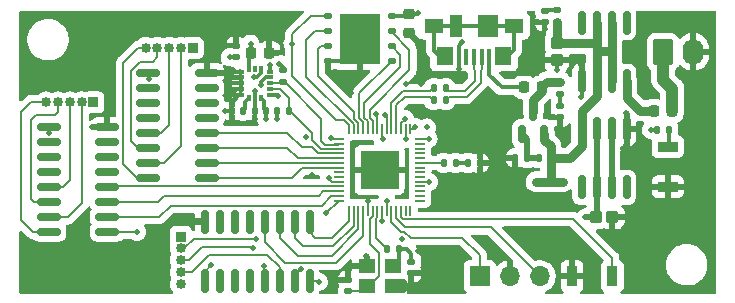
<source format=gbr>
%TF.GenerationSoftware,KiCad,Pcbnew,(6.0.6)*%
%TF.CreationDate,2022-07-04T15:46:39+03:00*%
%TF.ProjectId,gimble,67696d62-6c65-42e6-9b69-6361645f7063,0.2*%
%TF.SameCoordinates,Original*%
%TF.FileFunction,Copper,L1,Top*%
%TF.FilePolarity,Positive*%
%FSLAX46Y46*%
G04 Gerber Fmt 4.6, Leading zero omitted, Abs format (unit mm)*
G04 Created by KiCad (PCBNEW (6.0.6)) date 2022-07-04 15:46:39*
%MOMM*%
%LPD*%
G01*
G04 APERTURE LIST*
G04 Aperture macros list*
%AMRoundRect*
0 Rectangle with rounded corners*
0 $1 Rounding radius*
0 $2 $3 $4 $5 $6 $7 $8 $9 X,Y pos of 4 corners*
0 Add a 4 corners polygon primitive as box body*
4,1,4,$2,$3,$4,$5,$6,$7,$8,$9,$2,$3,0*
0 Add four circle primitives for the rounded corners*
1,1,$1+$1,$2,$3*
1,1,$1+$1,$4,$5*
1,1,$1+$1,$6,$7*
1,1,$1+$1,$8,$9*
0 Add four rect primitives between the rounded corners*
20,1,$1+$1,$2,$3,$4,$5,0*
20,1,$1+$1,$4,$5,$6,$7,0*
20,1,$1+$1,$6,$7,$8,$9,0*
20,1,$1+$1,$8,$9,$2,$3,0*%
G04 Aperture macros list end*
%TA.AperFunction,SMDPad,CuDef*%
%ADD10RoundRect,0.140000X0.170000X-0.140000X0.170000X0.140000X-0.170000X0.140000X-0.170000X-0.140000X0*%
%TD*%
%TA.AperFunction,SMDPad,CuDef*%
%ADD11RoundRect,0.147500X0.172500X-0.147500X0.172500X0.147500X-0.172500X0.147500X-0.172500X-0.147500X0*%
%TD*%
%TA.AperFunction,ComponentPad*%
%ADD12R,0.850000X0.850000*%
%TD*%
%TA.AperFunction,ComponentPad*%
%ADD13O,0.850000X0.850000*%
%TD*%
%TA.AperFunction,SMDPad,CuDef*%
%ADD14RoundRect,0.218750X-0.218750X-0.256250X0.218750X-0.256250X0.218750X0.256250X-0.218750X0.256250X0*%
%TD*%
%TA.AperFunction,SMDPad,CuDef*%
%ADD15RoundRect,0.125000X-0.250000X-0.125000X0.250000X-0.125000X0.250000X0.125000X-0.250000X0.125000X0*%
%TD*%
%TA.AperFunction,SMDPad,CuDef*%
%ADD16R,3.400000X4.300000*%
%TD*%
%TA.AperFunction,SMDPad,CuDef*%
%ADD17RoundRect,0.250000X-0.287500X-0.275000X0.287500X-0.275000X0.287500X0.275000X-0.287500X0.275000X0*%
%TD*%
%TA.AperFunction,SMDPad,CuDef*%
%ADD18R,0.900000X1.700000*%
%TD*%
%TA.AperFunction,SMDPad,CuDef*%
%ADD19RoundRect,0.087500X0.187500X0.087500X-0.187500X0.087500X-0.187500X-0.087500X0.187500X-0.087500X0*%
%TD*%
%TA.AperFunction,SMDPad,CuDef*%
%ADD20RoundRect,0.087500X0.087500X0.187500X-0.087500X0.187500X-0.087500X-0.187500X0.087500X-0.187500X0*%
%TD*%
%TA.AperFunction,SMDPad,CuDef*%
%ADD21RoundRect,0.135000X-0.135000X-0.185000X0.135000X-0.185000X0.135000X0.185000X-0.135000X0.185000X0*%
%TD*%
%TA.AperFunction,SMDPad,CuDef*%
%ADD22RoundRect,0.150000X-0.150000X0.825000X-0.150000X-0.825000X0.150000X-0.825000X0.150000X0.825000X0*%
%TD*%
%TA.AperFunction,SMDPad,CuDef*%
%ADD23R,1.700000X0.900000*%
%TD*%
%TA.AperFunction,ComponentPad*%
%ADD24R,1.700000X1.700000*%
%TD*%
%TA.AperFunction,ComponentPad*%
%ADD25O,1.700000X1.700000*%
%TD*%
%TA.AperFunction,SMDPad,CuDef*%
%ADD26RoundRect,0.150000X0.150000X-0.825000X0.150000X0.825000X-0.150000X0.825000X-0.150000X-0.825000X0*%
%TD*%
%TA.AperFunction,SMDPad,CuDef*%
%ADD27RoundRect,0.225000X-0.250000X0.225000X-0.250000X-0.225000X0.250000X-0.225000X0.250000X0.225000X0*%
%TD*%
%TA.AperFunction,SMDPad,CuDef*%
%ADD28RoundRect,0.140000X0.140000X0.170000X-0.140000X0.170000X-0.140000X-0.170000X0.140000X-0.170000X0*%
%TD*%
%TA.AperFunction,SMDPad,CuDef*%
%ADD29RoundRect,0.135000X0.135000X0.185000X-0.135000X0.185000X-0.135000X-0.185000X0.135000X-0.185000X0*%
%TD*%
%TA.AperFunction,SMDPad,CuDef*%
%ADD30R,1.400000X1.200000*%
%TD*%
%TA.AperFunction,SMDPad,CuDef*%
%ADD31RoundRect,0.147500X0.147500X0.172500X-0.147500X0.172500X-0.147500X-0.172500X0.147500X-0.172500X0*%
%TD*%
%TA.AperFunction,ComponentPad*%
%ADD32RoundRect,0.250000X-0.620000X-0.845000X0.620000X-0.845000X0.620000X0.845000X-0.620000X0.845000X0*%
%TD*%
%TA.AperFunction,ComponentPad*%
%ADD33O,1.740000X2.190000*%
%TD*%
%TA.AperFunction,SMDPad,CuDef*%
%ADD34RoundRect,0.250000X-0.275000X0.287500X-0.275000X-0.287500X0.275000X-0.287500X0.275000X0.287500X0*%
%TD*%
%TA.AperFunction,SMDPad,CuDef*%
%ADD35RoundRect,0.150000X0.825000X0.150000X-0.825000X0.150000X-0.825000X-0.150000X0.825000X-0.150000X0*%
%TD*%
%TA.AperFunction,SMDPad,CuDef*%
%ADD36RoundRect,0.140000X-0.170000X0.140000X-0.170000X-0.140000X0.170000X-0.140000X0.170000X0.140000X0*%
%TD*%
%TA.AperFunction,SMDPad,CuDef*%
%ADD37RoundRect,0.050000X-0.387500X-0.050000X0.387500X-0.050000X0.387500X0.050000X-0.387500X0.050000X0*%
%TD*%
%TA.AperFunction,SMDPad,CuDef*%
%ADD38RoundRect,0.050000X-0.050000X-0.387500X0.050000X-0.387500X0.050000X0.387500X-0.050000X0.387500X0*%
%TD*%
%TA.AperFunction,SMDPad,CuDef*%
%ADD39R,3.200000X3.200000*%
%TD*%
%TA.AperFunction,SMDPad,CuDef*%
%ADD40RoundRect,0.150000X0.150000X-0.587500X0.150000X0.587500X-0.150000X0.587500X-0.150000X-0.587500X0*%
%TD*%
%TA.AperFunction,SMDPad,CuDef*%
%ADD41RoundRect,0.135000X0.185000X-0.135000X0.185000X0.135000X-0.185000X0.135000X-0.185000X-0.135000X0*%
%TD*%
%TA.AperFunction,SMDPad,CuDef*%
%ADD42R,0.450000X1.380000*%
%TD*%
%TA.AperFunction,SMDPad,CuDef*%
%ADD43R,1.650000X1.300000*%
%TD*%
%TA.AperFunction,SMDPad,CuDef*%
%ADD44R,1.425000X1.550000*%
%TD*%
%TA.AperFunction,SMDPad,CuDef*%
%ADD45R,1.800000X1.900000*%
%TD*%
%TA.AperFunction,SMDPad,CuDef*%
%ADD46R,1.000000X1.900000*%
%TD*%
%TA.AperFunction,SMDPad,CuDef*%
%ADD47RoundRect,0.135000X-0.185000X0.135000X-0.185000X-0.135000X0.185000X-0.135000X0.185000X0.135000X0*%
%TD*%
%TA.AperFunction,SMDPad,CuDef*%
%ADD48RoundRect,0.225000X-0.225000X-0.250000X0.225000X-0.250000X0.225000X0.250000X-0.225000X0.250000X0*%
%TD*%
%TA.AperFunction,ViaPad*%
%ADD49C,0.500000*%
%TD*%
%TA.AperFunction,Conductor*%
%ADD50C,0.200000*%
%TD*%
%TA.AperFunction,Conductor*%
%ADD51C,0.330000*%
%TD*%
%TA.AperFunction,Conductor*%
%ADD52C,0.500000*%
%TD*%
%TA.AperFunction,Conductor*%
%ADD53C,0.750000*%
%TD*%
%TA.AperFunction,Conductor*%
%ADD54C,1.000000*%
%TD*%
G04 APERTURE END LIST*
D10*
%TO.P,C402,1*%
%TO.N,+3V3*%
X118850000Y-54430000D03*
%TO.P,C402,2*%
%TO.N,GND*%
X118850000Y-53470000D03*
%TD*%
D11*
%TO.P,D202,1,K*%
%TO.N,GND*%
X145000000Y-51485000D03*
%TO.P,D202,2,A*%
%TO.N,Net-(R202-Pad2)*%
X145000000Y-50515000D03*
%TD*%
D12*
%TO.P,M500,1*%
%TO.N,+5V*%
X115190000Y-53680000D03*
D13*
%TO.P,M500,2*%
%TO.N,Net-(M500-Pad2)*%
X114190000Y-53680000D03*
%TO.P,M500,3,-*%
%TO.N,Net-(M500-Pad3)*%
X113190000Y-53680000D03*
%TO.P,M500,4*%
%TO.N,Net-(M500-Pad4)*%
X112190000Y-53680000D03*
%TO.P,M500,5*%
%TO.N,Net-(M500-Pad5)*%
X111190000Y-53680000D03*
%TD*%
D14*
%TO.P,D200,1,K*%
%TO.N,Net-(D200-Pad1)*%
X154212500Y-59000000D03*
%TO.P,D200,2,A*%
%TO.N,+12V*%
X155787500Y-59000000D03*
%TD*%
D15*
%TO.P,U301,1,~{CS}*%
%TO.N,SS*%
X126610000Y-50970000D03*
%TO.P,U301,2,DO(IO1)*%
%TO.N,SD1*%
X126610000Y-52240000D03*
%TO.P,U301,3,IO2*%
%TO.N,SD2*%
X126610000Y-53510000D03*
%TO.P,U301,4,GND*%
%TO.N,GND*%
X126610000Y-54780000D03*
%TO.P,U301,5,DI(IO0)*%
%TO.N,SD0*%
X132010000Y-54780000D03*
%TO.P,U301,6,CLK*%
%TO.N,SCLK*%
X132010000Y-53510000D03*
%TO.P,U301,7,IO3*%
%TO.N,SD3*%
X132010000Y-52240000D03*
%TO.P,U301,8,VCC*%
%TO.N,+3V3*%
X132010000Y-50970000D03*
D16*
%TO.P,U301,9,EP*%
%TO.N,GND*%
X129310000Y-52875000D03*
%TD*%
D17*
%TO.P,C200,1*%
%TO.N,+3V3*%
X149287500Y-68000000D03*
%TO.P,C200,2*%
%TO.N,GND*%
X150712500Y-68000000D03*
%TD*%
D18*
%TO.P,SW300,1,1*%
%TO.N,GND*%
X147300000Y-73000000D03*
%TO.P,SW300,2,2*%
%TO.N,Net-(U300-Pad26)*%
X150700000Y-73000000D03*
%TD*%
D19*
%TO.P,U400,1,VDDIO*%
%TO.N,+3V3*%
X121700000Y-57675000D03*
%TO.P,U400,2,SCL/SPC*%
%TO.N,SCL*%
X121700000Y-57175000D03*
%TO.P,U400,3,SDA/SDI*%
%TO.N,SDA*%
X121700000Y-56675000D03*
%TO.P,U400,4,SAO/SD0*%
%TO.N,GND*%
X121700000Y-56175000D03*
%TO.P,U400,5,~{CS}*%
%TO.N,+3V3*%
X121700000Y-55675000D03*
D20*
%TO.P,U400,6,INT*%
X120975000Y-55450000D03*
%TO.P,U400,7,RESV*%
%TO.N,unconnected-(U400-Pad7)*%
X120475000Y-55450000D03*
%TO.P,U400,8,FSYNC*%
%TO.N,+3V3*%
X119975000Y-55450000D03*
D19*
%TO.P,U400,9,GND*%
%TO.N,GND*%
X119250000Y-55675000D03*
%TO.P,U400,10,GND*%
X119250000Y-56175000D03*
%TO.P,U400,11,GND*%
X119250000Y-56675000D03*
%TO.P,U400,12,GND*%
X119250000Y-57175000D03*
%TO.P,U400,13,GND*%
X119250000Y-57675000D03*
D20*
%TO.P,U400,14,REGOUT*%
%TO.N,Net-(C403-Pad1)*%
X119975000Y-57900000D03*
%TO.P,U400,15,GND*%
%TO.N,GND*%
X120475000Y-57900000D03*
%TO.P,U400,16,VDD*%
%TO.N,+3V3*%
X120975000Y-57900000D03*
%TD*%
D10*
%TO.P,C311,1*%
%TO.N,/RP2040/XIN*%
X128325000Y-74280000D03*
%TO.P,C311,2*%
%TO.N,GND*%
X128325000Y-73320000D03*
%TD*%
D21*
%TO.P,R303,1*%
%TO.N,Net-(U300-Pad37)*%
X136415000Y-63400000D03*
%TO.P,R303,2*%
%TO.N,Net-(R303-Pad2)*%
X137435000Y-63400000D03*
%TD*%
D22*
%TO.P,U200,1,GND*%
%TO.N,GND*%
X151905000Y-60525000D03*
%TO.P,U200,2,VO*%
%TO.N,+3V3*%
X150635000Y-60525000D03*
%TO.P,U200,3,VO*%
X149365000Y-60525000D03*
%TO.P,U200,4,VI*%
%TO.N,+5V*%
X148095000Y-60525000D03*
%TO.P,U200,5,NC*%
%TO.N,unconnected-(U200-Pad5)*%
X148095000Y-65475000D03*
%TO.P,U200,6,VO*%
%TO.N,+3V3*%
X149365000Y-65475000D03*
%TO.P,U200,7,VO*%
X150635000Y-65475000D03*
%TO.P,U200,8,NC*%
%TO.N,unconnected-(U200-Pad8)*%
X151905000Y-65475000D03*
%TD*%
D12*
%TO.P,M501,1*%
%TO.N,+5V*%
X106770000Y-58290000D03*
D13*
%TO.P,M501,2*%
%TO.N,Net-(U501-Pad15)*%
X105770000Y-58290000D03*
%TO.P,M501,3,-*%
%TO.N,Net-(U501-Pad13)*%
X104770000Y-58290000D03*
%TO.P,M501,4*%
%TO.N,Net-(U501-Pad14)*%
X103770000Y-58290000D03*
%TO.P,M501,5*%
%TO.N,Net-(U501-Pad16)*%
X102770000Y-58290000D03*
%TD*%
D23*
%TO.P,SW301,1,1*%
%TO.N,GND*%
X155400000Y-65425000D03*
%TO.P,SW301,2,2*%
%TO.N,Net-(SW301-Pad2)*%
X155400000Y-62025000D03*
%TD*%
D21*
%TO.P,R302,1*%
%TO.N,/RP2040/XOUT*%
X131615000Y-70725000D03*
%TO.P,R302,2*%
%TO.N,Net-(C312-Pad1)*%
X132635000Y-70725000D03*
%TD*%
D24*
%TO.P,J300,1,Pin_1*%
%TO.N,/RP2040/SWCLK*%
X139475000Y-73000000D03*
D25*
%TO.P,J300,2,Pin_2*%
%TO.N,GND*%
X142015000Y-73000000D03*
%TO.P,J300,3,Pin_3*%
%TO.N,/RP2040/SWD*%
X144555000Y-73000000D03*
%TD*%
D21*
%TO.P,R401,1*%
%TO.N,+3V3*%
X122340000Y-59000000D03*
%TO.P,R401,2*%
%TO.N,SCL*%
X123360000Y-59000000D03*
%TD*%
D26*
%TO.P,U201,1,GND*%
%TO.N,GND*%
X148095000Y-56475000D03*
%TO.P,U201,2,VO*%
%TO.N,+5V*%
X149365000Y-56475000D03*
%TO.P,U201,3,VO*%
X150635000Y-56475000D03*
%TO.P,U201,4,VI*%
%TO.N,Net-(D200-Pad1)*%
X151905000Y-56475000D03*
%TO.P,U201,5,NC*%
%TO.N,unconnected-(U201-Pad5)*%
X151905000Y-51525000D03*
%TO.P,U201,6,VO*%
%TO.N,+5V*%
X150635000Y-51525000D03*
%TO.P,U201,7,VO*%
X149365000Y-51525000D03*
%TO.P,U201,8,NC*%
%TO.N,unconnected-(U201-Pad8)*%
X148095000Y-51525000D03*
%TD*%
D22*
%TO.P,U502,1,I1*%
%TO.N,P31*%
X125065000Y-68435000D03*
%TO.P,U502,2,I2*%
%TO.N,P32*%
X123795000Y-68435000D03*
%TO.P,U502,3,I3*%
%TO.N,P33*%
X122525000Y-68435000D03*
%TO.P,U502,4,I4*%
%TO.N,P34*%
X121255000Y-68435000D03*
%TO.P,U502,5,I5*%
%TO.N,unconnected-(U502-Pad5)*%
X119985000Y-68435000D03*
%TO.P,U502,6,I6*%
%TO.N,unconnected-(U502-Pad6)*%
X118715000Y-68435000D03*
%TO.P,U502,7,I7*%
%TO.N,unconnected-(U502-Pad7)*%
X117445000Y-68435000D03*
%TO.P,U502,8,GND*%
%TO.N,GND*%
X116175000Y-68435000D03*
%TO.P,U502,9,COM*%
%TO.N,+5V*%
X116175000Y-73385000D03*
%TO.P,U502,10,O7*%
%TO.N,unconnected-(U502-Pad10)*%
X117445000Y-73385000D03*
%TO.P,U502,11,O6*%
%TO.N,unconnected-(U502-Pad11)*%
X118715000Y-73385000D03*
%TO.P,U502,12,O5*%
%TO.N,unconnected-(U502-Pad12)*%
X119985000Y-73385000D03*
%TO.P,U502,13,O4*%
%TO.N,Net-(U502-Pad13)*%
X121255000Y-73385000D03*
%TO.P,U502,14,O3*%
%TO.N,Net-(U502-Pad14)*%
X122525000Y-73385000D03*
%TO.P,U502,15,O2*%
%TO.N,Net-(U502-Pad15)*%
X123795000Y-73385000D03*
%TO.P,U502,16,O1*%
%TO.N,Net-(U502-Pad16)*%
X125065000Y-73385000D03*
%TD*%
D27*
%TO.P,C313,1*%
%TO.N,+3V3*%
X133460000Y-50825000D03*
%TO.P,C313,2*%
%TO.N,GND*%
X133460000Y-52375000D03*
%TD*%
D28*
%TO.P,C403,1*%
%TO.N,Net-(C403-Pad1)*%
X119455000Y-59000000D03*
%TO.P,C403,2*%
%TO.N,GND*%
X118495000Y-59000000D03*
%TD*%
D29*
%TO.P,R301,1*%
%TO.N,D-*%
X136600000Y-58075000D03*
%TO.P,R301,2*%
%TO.N,/RP2040/UD-*%
X135580000Y-58075000D03*
%TD*%
D30*
%TO.P,Y300,1,1*%
%TO.N,/RP2040/XIN*%
X129900000Y-73850000D03*
%TO.P,Y300,2,2*%
%TO.N,GND*%
X132100000Y-73850000D03*
%TO.P,Y300,3,3*%
%TO.N,Net-(C312-Pad1)*%
X132100000Y-72150000D03*
%TO.P,Y300,4,4*%
%TO.N,GND*%
X129900000Y-72150000D03*
%TD*%
D11*
%TO.P,D201,1,K*%
%TO.N,GND*%
X146300000Y-59535000D03*
%TO.P,D201,2,A*%
%TO.N,Net-(R201-Pad2)*%
X146300000Y-58565000D03*
%TD*%
D28*
%TO.P,C400,1*%
%TO.N,+3V3*%
X121380000Y-59000000D03*
%TO.P,C400,2*%
%TO.N,GND*%
X120420000Y-59000000D03*
%TD*%
D31*
%TO.P,D300,1,K*%
%TO.N,GND*%
X139460000Y-63400000D03*
%TO.P,D300,2,A*%
%TO.N,Net-(R303-Pad2)*%
X138490000Y-63400000D03*
%TD*%
D32*
%TO.P,J201,1,Pin_1*%
%TO.N,+12V*%
X155000000Y-54000000D03*
D33*
%TO.P,J201,2,Pin_2*%
%TO.N,GND*%
X157540000Y-54000000D03*
%TD*%
D34*
%TO.P,C201,1*%
%TO.N,+5V*%
X146000000Y-53287500D03*
%TO.P,C201,2*%
%TO.N,GND*%
X146000000Y-54712500D03*
%TD*%
D35*
%TO.P,U501,1,I1*%
%TO.N,P21*%
X107955000Y-69255000D03*
%TO.P,U501,2,I2*%
%TO.N,P22*%
X107955000Y-67985000D03*
%TO.P,U501,3,I3*%
%TO.N,P23*%
X107955000Y-66715000D03*
%TO.P,U501,4,I4*%
%TO.N,P24*%
X107955000Y-65445000D03*
%TO.P,U501,5,I5*%
%TO.N,unconnected-(U501-Pad5)*%
X107955000Y-64175000D03*
%TO.P,U501,6,I6*%
%TO.N,unconnected-(U501-Pad6)*%
X107955000Y-62905000D03*
%TO.P,U501,7,I7*%
%TO.N,unconnected-(U501-Pad7)*%
X107955000Y-61635000D03*
%TO.P,U501,8,GND*%
%TO.N,GND*%
X107955000Y-60365000D03*
%TO.P,U501,9,COM*%
%TO.N,+5V*%
X103005000Y-60365000D03*
%TO.P,U501,10,O7*%
%TO.N,unconnected-(U501-Pad10)*%
X103005000Y-61635000D03*
%TO.P,U501,11,O6*%
%TO.N,unconnected-(U501-Pad11)*%
X103005000Y-62905000D03*
%TO.P,U501,12,O5*%
%TO.N,unconnected-(U501-Pad12)*%
X103005000Y-64175000D03*
%TO.P,U501,13,O4*%
%TO.N,Net-(U501-Pad13)*%
X103005000Y-65445000D03*
%TO.P,U501,14,O3*%
%TO.N,Net-(U501-Pad14)*%
X103005000Y-66715000D03*
%TO.P,U501,15,O2*%
%TO.N,Net-(U501-Pad15)*%
X103005000Y-67985000D03*
%TO.P,U501,16,O1*%
%TO.N,Net-(U501-Pad16)*%
X103005000Y-69255000D03*
%TD*%
D29*
%TO.P,R304,1*%
%TO.N,Net-(SW301-Pad2)*%
X155520000Y-60595000D03*
%TO.P,R304,2*%
%TO.N,SS*%
X154500000Y-60595000D03*
%TD*%
D14*
%TO.P,FB200,1*%
%TO.N,Net-(FB200-Pad1)*%
X143212500Y-57000000D03*
%TO.P,FB200,2*%
%TO.N,/POWER/USBV*%
X144787500Y-57000000D03*
%TD*%
D36*
%TO.P,C312,1*%
%TO.N,Net-(C312-Pad1)*%
X133700000Y-71770000D03*
%TO.P,C312,2*%
%TO.N,GND*%
X133700000Y-72730000D03*
%TD*%
D37*
%TO.P,U300,1,IOVDD*%
%TO.N,+3V3*%
X127562500Y-61400000D03*
%TO.P,U300,2,00*%
%TO.N,SDA*%
X127562500Y-61800000D03*
%TO.P,U300,3,01*%
%TO.N,SCL*%
X127562500Y-62200000D03*
%TO.P,U300,4,02*%
%TO.N,P14*%
X127562500Y-62600000D03*
%TO.P,U300,5,03*%
%TO.N,P13*%
X127562500Y-63000000D03*
%TO.P,U300,6,04*%
%TO.N,P12*%
X127562500Y-63400000D03*
%TO.P,U300,7,05*%
%TO.N,P11*%
X127562500Y-63800000D03*
%TO.P,U300,8,06*%
%TO.N,unconnected-(U300-Pad8)*%
X127562500Y-64200000D03*
%TO.P,U300,9,07*%
%TO.N,unconnected-(U300-Pad9)*%
X127562500Y-64600000D03*
%TO.P,U300,10,IOVDD*%
%TO.N,+3V3*%
X127562500Y-65000000D03*
%TO.P,U300,11,08*%
%TO.N,P24*%
X127562500Y-65400000D03*
%TO.P,U300,12,09*%
%TO.N,P23*%
X127562500Y-65800000D03*
%TO.P,U300,13,10*%
%TO.N,P22*%
X127562500Y-66200000D03*
%TO.P,U300,14,11*%
%TO.N,P21*%
X127562500Y-66600000D03*
D38*
%TO.P,U300,15,12*%
%TO.N,P31*%
X128400000Y-67437500D03*
%TO.P,U300,16,13*%
%TO.N,P32*%
X128800000Y-67437500D03*
%TO.P,U300,17,14*%
%TO.N,P33*%
X129200000Y-67437500D03*
%TO.P,U300,18,15*%
%TO.N,P34*%
X129600000Y-67437500D03*
%TO.P,U300,19,TESTEN*%
%TO.N,GND*%
X130000000Y-67437500D03*
%TO.P,U300,20,XIN*%
%TO.N,/RP2040/XIN*%
X130400000Y-67437500D03*
%TO.P,U300,21,XOUT*%
%TO.N,/RP2040/XOUT*%
X130800000Y-67437500D03*
%TO.P,U300,22,IOVDD*%
%TO.N,+3V3*%
X131200000Y-67437500D03*
%TO.P,U300,23,DVDD*%
%TO.N,+1V1*%
X131600000Y-67437500D03*
%TO.P,U300,24,SWCLK*%
%TO.N,/RP2040/SWCLK*%
X132000000Y-67437500D03*
%TO.P,U300,25,SWD*%
%TO.N,/RP2040/SWD*%
X132400000Y-67437500D03*
%TO.P,U300,26,RUN*%
%TO.N,Net-(U300-Pad26)*%
X132800000Y-67437500D03*
%TO.P,U300,27,16*%
%TO.N,unconnected-(U300-Pad27)*%
X133200000Y-67437500D03*
%TO.P,U300,28,17*%
%TO.N,unconnected-(U300-Pad28)*%
X133600000Y-67437500D03*
D37*
%TO.P,U300,29,18*%
%TO.N,unconnected-(U300-Pad29)*%
X134437500Y-66600000D03*
%TO.P,U300,30,19*%
%TO.N,unconnected-(U300-Pad30)*%
X134437500Y-66200000D03*
%TO.P,U300,31,20*%
%TO.N,unconnected-(U300-Pad31)*%
X134437500Y-65800000D03*
%TO.P,U300,32,21*%
%TO.N,unconnected-(U300-Pad32)*%
X134437500Y-65400000D03*
%TO.P,U300,33,IOVDD*%
%TO.N,+3V3*%
X134437500Y-65000000D03*
%TO.P,U300,34,22*%
%TO.N,unconnected-(U300-Pad34)*%
X134437500Y-64600000D03*
%TO.P,U300,35,23*%
%TO.N,unconnected-(U300-Pad35)*%
X134437500Y-64200000D03*
%TO.P,U300,36,24*%
%TO.N,unconnected-(U300-Pad36)*%
X134437500Y-63800000D03*
%TO.P,U300,37,25*%
%TO.N,Net-(U300-Pad37)*%
X134437500Y-63400000D03*
%TO.P,U300,38,26_ADC0*%
%TO.N,unconnected-(U300-Pad38)*%
X134437500Y-63000000D03*
%TO.P,U300,39,27_ADC1*%
%TO.N,unconnected-(U300-Pad39)*%
X134437500Y-62600000D03*
%TO.P,U300,40,28_ADC2*%
%TO.N,unconnected-(U300-Pad40)*%
X134437500Y-62200000D03*
%TO.P,U300,41,29_ADC3*%
%TO.N,unconnected-(U300-Pad41)*%
X134437500Y-61800000D03*
%TO.P,U300,42,IOVDD*%
%TO.N,+3V3*%
X134437500Y-61400000D03*
D38*
%TO.P,U300,43,ADC_IOVDD*%
X133600000Y-60562500D03*
%TO.P,U300,44,VREG_IOVDD*%
X133200000Y-60562500D03*
%TO.P,U300,45,VREG_VOUT*%
%TO.N,+1V1*%
X132800000Y-60562500D03*
%TO.P,U300,46,UD-*%
%TO.N,/RP2040/UD-*%
X132400000Y-60562500D03*
%TO.P,U300,47,UD+*%
%TO.N,/RP2040/UD+*%
X132000000Y-60562500D03*
%TO.P,U300,48,USB_IOVDD*%
%TO.N,+3V3*%
X131600000Y-60562500D03*
%TO.P,U300,49,IOVDD*%
X131200000Y-60562500D03*
%TO.P,U300,50,DVDD*%
%TO.N,+1V1*%
X130800000Y-60562500D03*
%TO.P,U300,51,SD3*%
%TO.N,SD3*%
X130400000Y-60562500D03*
%TO.P,U300,52,SCLK*%
%TO.N,SCLK*%
X130000000Y-60562500D03*
%TO.P,U300,53,SD0*%
%TO.N,SD0*%
X129600000Y-60562500D03*
%TO.P,U300,54,SD2*%
%TO.N,SD2*%
X129200000Y-60562500D03*
%TO.P,U300,55,SD1*%
%TO.N,SD1*%
X128800000Y-60562500D03*
%TO.P,U300,56,SS*%
%TO.N,SS*%
X128400000Y-60562500D03*
D39*
%TO.P,U300,57*%
%TO.N,GND*%
X131000000Y-64000000D03*
%TD*%
D21*
%TO.P,R203,1*%
%TO.N,/POWER/DISABLE*%
X144490000Y-63000000D03*
%TO.P,R203,2*%
%TO.N,+5V*%
X145510000Y-63000000D03*
%TD*%
D40*
%TO.P,Q200,1,G*%
%TO.N,/POWER/DISABLE*%
X143050000Y-60937500D03*
%TO.P,Q200,2,S*%
%TO.N,+5V*%
X144950000Y-60937500D03*
%TO.P,Q200,3,D*%
%TO.N,/POWER/USBV*%
X144000000Y-59062500D03*
%TD*%
D12*
%TO.P,M502,1*%
%TO.N,+5V*%
X114170000Y-69640000D03*
D13*
%TO.P,M502,2*%
%TO.N,Net-(U502-Pad15)*%
X114170000Y-70640000D03*
%TO.P,M502,3,-*%
%TO.N,Net-(U502-Pad13)*%
X114170000Y-71640000D03*
%TO.P,M502,4*%
%TO.N,Net-(U502-Pad14)*%
X114170000Y-72640000D03*
%TO.P,M502,5*%
%TO.N,Net-(U502-Pad16)*%
X114170000Y-73640000D03*
%TD*%
D41*
%TO.P,R202,1*%
%TO.N,+5V*%
X146000000Y-51510000D03*
%TO.P,R202,2*%
%TO.N,Net-(R202-Pad2)*%
X146000000Y-50490000D03*
%TD*%
D35*
%TO.P,U500,1,I1*%
%TO.N,P11*%
X116375000Y-64670000D03*
%TO.P,U500,2,I2*%
%TO.N,P12*%
X116375000Y-63400000D03*
%TO.P,U500,3,I3*%
%TO.N,P13*%
X116375000Y-62130000D03*
%TO.P,U500,4,I4*%
%TO.N,P14*%
X116375000Y-60860000D03*
%TO.P,U500,5,I5*%
%TO.N,unconnected-(U500-Pad5)*%
X116375000Y-59590000D03*
%TO.P,U500,6,I6*%
%TO.N,unconnected-(U500-Pad6)*%
X116375000Y-58320000D03*
%TO.P,U500,7,I7*%
%TO.N,unconnected-(U500-Pad7)*%
X116375000Y-57050000D03*
%TO.P,U500,8,GND*%
%TO.N,GND*%
X116375000Y-55780000D03*
%TO.P,U500,9,COM*%
%TO.N,+5V*%
X111425000Y-55780000D03*
%TO.P,U500,10,O7*%
%TO.N,unconnected-(U500-Pad10)*%
X111425000Y-57050000D03*
%TO.P,U500,11,O6*%
%TO.N,unconnected-(U500-Pad11)*%
X111425000Y-58320000D03*
%TO.P,U500,12,O5*%
%TO.N,unconnected-(U500-Pad12)*%
X111425000Y-59590000D03*
%TO.P,U500,13,O4*%
%TO.N,Net-(M500-Pad3)*%
X111425000Y-60860000D03*
%TO.P,U500,14,O3*%
%TO.N,Net-(M500-Pad4)*%
X111425000Y-62130000D03*
%TO.P,U500,15,O2*%
%TO.N,Net-(M500-Pad2)*%
X111425000Y-63400000D03*
%TO.P,U500,16,O1*%
%TO.N,Net-(M500-Pad5)*%
X111425000Y-64670000D03*
%TD*%
D42*
%TO.P,J200,1,VBUS*%
%TO.N,Net-(FB200-Pad1)*%
X140300000Y-54460000D03*
%TO.P,J200,2,D-*%
%TO.N,D-*%
X139650000Y-54460000D03*
%TO.P,J200,3,D+*%
%TO.N,D+*%
X139000000Y-54460000D03*
%TO.P,J200,4,ID*%
%TO.N,unconnected-(J200-Pad4)*%
X138350000Y-54460000D03*
%TO.P,J200,5,GND*%
%TO.N,GND*%
X137700000Y-54460000D03*
D43*
%TO.P,J200,6,Shield*%
%TO.N,unconnected-(J200-Pad6)*%
X142375000Y-51800000D03*
D44*
X141487500Y-54375000D03*
D45*
X140150000Y-51800000D03*
D46*
X137450000Y-51800000D03*
D43*
X135625000Y-51800000D03*
D44*
X136512500Y-54375000D03*
%TD*%
D47*
%TO.P,R400,1*%
%TO.N,+3V3*%
X122800000Y-55565000D03*
%TO.P,R400,2*%
%TO.N,SDA*%
X122800000Y-56585000D03*
%TD*%
%TO.P,R201,1*%
%TO.N,/POWER/USBV*%
X146300000Y-56540000D03*
%TO.P,R201,2*%
%TO.N,Net-(R201-Pad2)*%
X146300000Y-57560000D03*
%TD*%
D29*
%TO.P,R300,1*%
%TO.N,D+*%
X136600000Y-57059000D03*
%TO.P,R300,2*%
%TO.N,/RP2040/UD+*%
X135580000Y-57059000D03*
%TD*%
D48*
%TO.P,C401,1*%
%TO.N,+3V3*%
X120100000Y-54075000D03*
%TO.P,C401,2*%
%TO.N,GND*%
X121650000Y-54075000D03*
%TD*%
D29*
%TO.P,R200,1*%
%TO.N,/POWER/DISABLE*%
X143510000Y-63000000D03*
%TO.P,R200,2*%
%TO.N,GND*%
X142490000Y-63000000D03*
%TD*%
D49*
%TO.N,+3V3*%
X126700000Y-64700000D03*
X134275000Y-50700000D03*
X150635000Y-63965000D03*
X121700000Y-55100000D03*
X122325000Y-59700000D03*
X118300000Y-54450000D03*
X131450000Y-59325000D03*
X122500000Y-55000000D03*
X135000000Y-60400000D03*
X149365000Y-63910000D03*
X121400000Y-59700000D03*
X131200000Y-68350000D03*
X149365000Y-62360000D03*
X150635000Y-62340000D03*
X134025000Y-60375000D03*
X133275000Y-61350000D03*
X120325000Y-56150000D03*
X148425000Y-68025000D03*
X131250000Y-61375000D03*
X122400000Y-57725000D03*
X135150070Y-61370751D03*
X126904891Y-61329831D03*
X120075000Y-53300000D03*
X135181407Y-65000036D03*
%TO.N,GND*%
X118175000Y-56675000D03*
X107950000Y-59775000D03*
X128000000Y-53250000D03*
X129975000Y-63050000D03*
X134500000Y-56750000D03*
X138004418Y-53196992D03*
X131000000Y-64000000D03*
X140100000Y-63400000D03*
X128000000Y-57000000D03*
X118825000Y-52900000D03*
X132925000Y-69875000D03*
X130050000Y-64875000D03*
X142025000Y-63000000D03*
X117950000Y-59025000D03*
X151850000Y-59200000D03*
X148075000Y-55150000D03*
X134219803Y-70831690D03*
X124750000Y-61250000D03*
X145000000Y-52050000D03*
X116350000Y-55125000D03*
X134250000Y-72725000D03*
X137100000Y-65000000D03*
X148075000Y-57800000D03*
X151900000Y-61875000D03*
X134250000Y-53150000D03*
X118650000Y-57350000D03*
X146000000Y-55500000D03*
X145150000Y-54700000D03*
X128000000Y-54500000D03*
X129850000Y-71325000D03*
X131975000Y-64900000D03*
X148090000Y-72990000D03*
X133075000Y-74150000D03*
X125270000Y-64450000D03*
X117690000Y-55790000D03*
X130000000Y-66625000D03*
X120975000Y-56825000D03*
X130500000Y-54500000D03*
X106620000Y-60380000D03*
X130500000Y-53250000D03*
X115450000Y-68350000D03*
X120425000Y-57350000D03*
X114550000Y-68350000D03*
X130500000Y-51250000D03*
X120425000Y-59675000D03*
X128900000Y-72150000D03*
X133075000Y-73525000D03*
X137250000Y-61400000D03*
X130500000Y-52250000D03*
X128550000Y-57475000D03*
X146300000Y-60200000D03*
X128000000Y-51250000D03*
X128000000Y-52250000D03*
X118550000Y-56175000D03*
X118625000Y-55500000D03*
X118775000Y-58025000D03*
X127600000Y-73325000D03*
X137275000Y-60350000D03*
X151830000Y-67970000D03*
X131925000Y-63050000D03*
X122400000Y-54100000D03*
X137700000Y-55475000D03*
X155400000Y-66175000D03*
X133250000Y-56750000D03*
%TO.N,+5V*%
X146250000Y-63000000D03*
X146500000Y-65000000D03*
X144250000Y-65000000D03*
X111500000Y-56320000D03*
X103000000Y-60910000D03*
X116720000Y-72060000D03*
X145450000Y-65000000D03*
X145490000Y-63900000D03*
%TO.N,+1V1*%
X130700000Y-59250000D03*
X131610000Y-66640000D03*
X133175000Y-59675500D03*
%TO.N,Net-(U502-Pad15)*%
X120570000Y-69850000D03*
X124350000Y-72410000D03*
%TO.N,Net-(U502-Pad13)*%
X121240000Y-72130000D03*
X120300000Y-70570000D03*
%TO.N,Net-(U502-Pad16)*%
X125870000Y-73460000D03*
%TO.N,P21*%
X126475000Y-67650000D03*
X110475000Y-69250000D03*
%TO.N,SS*%
X123625000Y-53300000D03*
X153950000Y-60600000D03*
%TD*%
D50*
%TO.N,+3V3*%
X127000000Y-65000000D02*
X127562500Y-65000000D01*
D51*
X120100000Y-53325000D02*
X120075000Y-53300000D01*
X120325000Y-56150000D02*
X120586694Y-56150000D01*
D50*
X133200000Y-60562500D02*
X133200000Y-61275000D01*
D52*
X150635000Y-63965000D02*
X150635000Y-65475000D01*
X150635000Y-62340000D02*
X150635000Y-63965000D01*
D50*
X131450000Y-59325000D02*
X131600000Y-59475000D01*
D52*
X149365000Y-62360000D02*
X149365000Y-63910000D01*
D50*
X135181371Y-65000000D02*
X135181407Y-65000036D01*
D52*
X149365000Y-65475000D02*
X149365000Y-67922500D01*
D50*
X131600000Y-59475000D02*
X131600000Y-60562500D01*
X131200000Y-60562500D02*
X131200000Y-61325000D01*
D51*
X121700000Y-57675000D02*
X122350000Y-57675000D01*
X121250000Y-58870000D02*
X121380000Y-59000000D01*
X133460000Y-50825000D02*
X133335000Y-50950000D01*
D50*
X133600000Y-60562500D02*
X133837500Y-60562500D01*
D52*
X149287500Y-68000000D02*
X148450000Y-68000000D01*
D51*
X121250000Y-58175000D02*
X121250000Y-58870000D01*
X134150000Y-50825000D02*
X134275000Y-50700000D01*
X118320000Y-54430000D02*
X118300000Y-54450000D01*
D52*
X149365000Y-60525000D02*
X149365000Y-62360000D01*
D51*
X122800000Y-55565000D02*
X122800000Y-55300000D01*
X132030000Y-50950000D02*
X132010000Y-50970000D01*
X122800000Y-55300000D02*
X122500000Y-55000000D01*
X122340000Y-59685000D02*
X122325000Y-59700000D01*
X120975000Y-57900000D02*
X121250000Y-58175000D01*
X122340000Y-59000000D02*
X122340000Y-59685000D01*
X133335000Y-50950000D02*
X132030000Y-50950000D01*
X121700000Y-55675000D02*
X121700000Y-55100000D01*
X122350000Y-57675000D02*
X122400000Y-57725000D01*
D50*
X135120821Y-61400000D02*
X135150070Y-61370751D01*
D51*
X119975000Y-54200000D02*
X120100000Y-54075000D01*
D50*
X127562500Y-61400000D02*
X126975060Y-61400000D01*
X131200000Y-67437500D02*
X131200000Y-68350000D01*
X134437500Y-65000000D02*
X135181371Y-65000000D01*
D52*
X149365000Y-63910000D02*
X149365000Y-65475000D01*
X149365000Y-67922500D02*
X149287500Y-68000000D01*
D50*
X131200000Y-61325000D02*
X131250000Y-61375000D01*
X126700000Y-64700000D02*
X127000000Y-65000000D01*
X134437500Y-61400000D02*
X135120821Y-61400000D01*
D51*
X120975000Y-55761694D02*
X120975000Y-55450000D01*
D52*
X148450000Y-68000000D02*
X148425000Y-68025000D01*
D50*
X133200000Y-61275000D02*
X133275000Y-61350000D01*
X133837500Y-60562500D02*
X134025000Y-60375000D01*
D52*
X150635000Y-60525000D02*
X150635000Y-62340000D01*
D51*
X121380000Y-59000000D02*
X121380000Y-59680000D01*
X121380000Y-59680000D02*
X121400000Y-59700000D01*
D50*
X126975060Y-61400000D02*
X126904891Y-61329831D01*
D51*
X120586694Y-56150000D02*
X120975000Y-55761694D01*
X118850000Y-54430000D02*
X118320000Y-54430000D01*
X120100000Y-54075000D02*
X120100000Y-53325000D01*
X133460000Y-50825000D02*
X134150000Y-50825000D01*
X119975000Y-55450000D02*
X119975000Y-54200000D01*
D52*
%TO.N,GND*%
X116150000Y-68350000D02*
X116175000Y-68375000D01*
D51*
X120475000Y-58945000D02*
X120420000Y-59000000D01*
D52*
X116375000Y-55780000D02*
X116375000Y-55150000D01*
X150712500Y-68000000D02*
X151800000Y-68000000D01*
D51*
X120975000Y-56588306D02*
X121388306Y-56175000D01*
D52*
X106635000Y-60365000D02*
X106620000Y-60380000D01*
D51*
X119250000Y-57175000D02*
X118825000Y-57175000D01*
X119250000Y-55675000D02*
X118800000Y-55675000D01*
X121388306Y-56175000D02*
X121700000Y-56175000D01*
D52*
X129900000Y-72150000D02*
X129900000Y-71375000D01*
D51*
X120420000Y-59000000D02*
X120420000Y-59670000D01*
X120475000Y-57900000D02*
X120475000Y-58945000D01*
X137700000Y-54460000D02*
X137700000Y-53501410D01*
D52*
X147300000Y-73000000D02*
X148080000Y-73000000D01*
D51*
X120420000Y-59670000D02*
X120425000Y-59675000D01*
D52*
X132400000Y-74150000D02*
X132100000Y-73850000D01*
D51*
X145162500Y-54712500D02*
X145150000Y-54700000D01*
X155400000Y-65425000D02*
X155400000Y-66175000D01*
D50*
X130000000Y-67437500D02*
X130000000Y-66625000D01*
D52*
X107955000Y-59780000D02*
X107950000Y-59775000D01*
X132425000Y-73525000D02*
X132100000Y-73850000D01*
D51*
X118800000Y-55675000D02*
X118625000Y-55500000D01*
D52*
X128325000Y-73320000D02*
X127605000Y-73320000D01*
X151905000Y-60525000D02*
X151905000Y-61870000D01*
D51*
X148095000Y-56475000D02*
X148095000Y-57780000D01*
D52*
X151905000Y-59255000D02*
X151850000Y-59200000D01*
X121650000Y-54075000D02*
X122375000Y-54075000D01*
X114550000Y-68350000D02*
X116150000Y-68350000D01*
X133475000Y-52375000D02*
X134250000Y-53150000D01*
X134245000Y-72730000D02*
X134250000Y-72725000D01*
X148080000Y-73000000D02*
X148090000Y-72990000D01*
D51*
X137700000Y-53501410D02*
X138004418Y-53196992D01*
X146300000Y-59535000D02*
X146300000Y-60200000D01*
X139460000Y-63400000D02*
X140100000Y-63400000D01*
X118495000Y-59000000D02*
X117975000Y-59000000D01*
D52*
X118850000Y-52925000D02*
X118825000Y-52900000D01*
X133075000Y-74150000D02*
X132400000Y-74150000D01*
D51*
X126610000Y-54780000D02*
X127720000Y-54780000D01*
D52*
X133075000Y-73525000D02*
X133075000Y-74150000D01*
X116175000Y-68375000D02*
X116175000Y-68435000D01*
X116375000Y-55150000D02*
X116350000Y-55125000D01*
D51*
X127720000Y-54780000D02*
X128000000Y-54500000D01*
X118825000Y-57175000D02*
X118650000Y-57350000D01*
D52*
X122375000Y-54075000D02*
X122400000Y-54100000D01*
X107955000Y-60365000D02*
X107955000Y-59780000D01*
X107955000Y-60365000D02*
X106635000Y-60365000D01*
X133700000Y-72730000D02*
X134245000Y-72730000D01*
X151800000Y-68000000D02*
X151830000Y-67970000D01*
D51*
X148095000Y-57780000D02*
X148075000Y-57800000D01*
D52*
X129900000Y-72150000D02*
X128900000Y-72150000D01*
X118850000Y-53470000D02*
X118850000Y-52925000D01*
X116175000Y-68435000D02*
X116215000Y-68435000D01*
D51*
X119250000Y-57675000D02*
X119125000Y-57675000D01*
X119250000Y-56175000D02*
X118550000Y-56175000D01*
D52*
X129900000Y-71375000D02*
X129850000Y-71325000D01*
D51*
X117975000Y-59000000D02*
X117950000Y-59025000D01*
X118175000Y-56675000D02*
X119250000Y-56675000D01*
D52*
X127605000Y-73320000D02*
X127600000Y-73325000D01*
X116375000Y-55780000D02*
X117680000Y-55780000D01*
X151905000Y-60525000D02*
X151905000Y-59255000D01*
D51*
X120975000Y-56825000D02*
X120975000Y-56588306D01*
X120425000Y-57350000D02*
X120475000Y-57400000D01*
D50*
X134250000Y-53150000D02*
X134235000Y-53150000D01*
D51*
X119125000Y-57675000D02*
X118775000Y-58025000D01*
X146000000Y-54712500D02*
X146000000Y-55500000D01*
X137700000Y-54460000D02*
X137700000Y-55475000D01*
X148095000Y-55170000D02*
X148075000Y-55150000D01*
X142490000Y-63000000D02*
X142025000Y-63000000D01*
D52*
X133460000Y-52375000D02*
X133475000Y-52375000D01*
D51*
X146000000Y-54712500D02*
X145162500Y-54712500D01*
X120475000Y-57400000D02*
X120475000Y-57900000D01*
D52*
X133075000Y-73525000D02*
X132425000Y-73525000D01*
D51*
X148095000Y-56475000D02*
X148095000Y-55170000D01*
D52*
X117680000Y-55780000D02*
X117690000Y-55790000D01*
D51*
X145000000Y-51485000D02*
X145000000Y-52050000D01*
D52*
X151905000Y-61870000D02*
X151900000Y-61875000D01*
D50*
%TO.N,+5V*%
X116175000Y-73385000D02*
X116175000Y-72605000D01*
X111425000Y-56245000D02*
X111500000Y-56320000D01*
D53*
X145510000Y-62010000D02*
X145510000Y-63000000D01*
X150635000Y-53940000D02*
X149465000Y-53940000D01*
X147100000Y-63000000D02*
X146250000Y-63000000D01*
X150635000Y-53940000D02*
X150635000Y-56475000D01*
X148095000Y-60525000D02*
X148095000Y-62005000D01*
X149365000Y-54040000D02*
X149365000Y-56475000D01*
X145510000Y-63000000D02*
X145510000Y-63880000D01*
D50*
X116175000Y-72605000D02*
X116720000Y-72060000D01*
D53*
X146250000Y-63000000D02*
X145510000Y-63000000D01*
X149365000Y-56475000D02*
X149365000Y-57735000D01*
D50*
X103005000Y-60365000D02*
X103005000Y-60905000D01*
D53*
X145490000Y-64940000D02*
X145550000Y-65000000D01*
X145510000Y-63880000D02*
X145490000Y-63900000D01*
X149465000Y-53940000D02*
X149365000Y-54040000D01*
X146000000Y-53287500D02*
X149112500Y-53287500D01*
X145550000Y-65000000D02*
X146500000Y-65000000D01*
X148095000Y-62005000D02*
X147100000Y-63000000D01*
X149112500Y-53287500D02*
X149365000Y-53540000D01*
X146000000Y-51510000D02*
X146000000Y-53287500D01*
X149365000Y-53540000D02*
X149365000Y-54040000D01*
X149365000Y-51525000D02*
X149365000Y-53540000D01*
X150635000Y-51525000D02*
X150635000Y-53940000D01*
D50*
X111425000Y-55780000D02*
X111425000Y-56245000D01*
D53*
X148095000Y-59005000D02*
X148095000Y-60525000D01*
X144250000Y-65000000D02*
X145550000Y-65000000D01*
X144950000Y-60937500D02*
X144950000Y-61450000D01*
X145490000Y-63900000D02*
X145490000Y-64940000D01*
X144950000Y-61450000D02*
X145510000Y-62010000D01*
D50*
X103005000Y-60905000D02*
X103000000Y-60910000D01*
D53*
X149365000Y-57735000D02*
X148095000Y-59005000D01*
D50*
%TO.N,+1V1*%
X132800000Y-60030025D02*
X133005025Y-59825000D01*
X131610000Y-66640000D02*
X131600000Y-66650000D01*
X132800000Y-60562500D02*
X132800000Y-60030025D01*
X130800000Y-59350000D02*
X130800000Y-60562500D01*
X131600000Y-66650000D02*
X131600000Y-67437500D01*
X130700000Y-59250000D02*
X130800000Y-59350000D01*
X133005025Y-59825000D02*
X133025500Y-59825000D01*
X133025500Y-59825000D02*
X133175000Y-59675500D01*
%TO.N,/RP2040/XIN*%
X130175000Y-70275000D02*
X130975000Y-71075000D01*
X128325000Y-74280000D02*
X129470000Y-74280000D01*
X129470000Y-74280000D02*
X129900000Y-73850000D01*
X130400000Y-67925000D02*
X130175000Y-68150000D01*
X130400000Y-67437500D02*
X130400000Y-67925000D01*
X130175000Y-68150000D02*
X130175000Y-70275000D01*
X130975000Y-73000000D02*
X130125000Y-73850000D01*
X130975000Y-71075000D02*
X130975000Y-73000000D01*
X130125000Y-73850000D02*
X129900000Y-73850000D01*
D51*
%TO.N,Net-(C312-Pad1)*%
X132635000Y-70725000D02*
X133300000Y-70725000D01*
X133300000Y-70725000D02*
X133700000Y-71125000D01*
X132635000Y-71615000D02*
X132100000Y-72150000D01*
X132635000Y-70725000D02*
X132635000Y-71615000D01*
X133700000Y-71125000D02*
X133700000Y-71770000D01*
%TO.N,Net-(C403-Pad1)*%
X119625000Y-58250000D02*
X119625000Y-58830000D01*
X119625000Y-58830000D02*
X119455000Y-59000000D01*
X119975000Y-57900000D02*
X119625000Y-58250000D01*
D53*
%TO.N,Net-(D200-Pad1)*%
X151905000Y-56475000D02*
X151905000Y-57880000D01*
X151905000Y-57880000D02*
X153025000Y-59000000D01*
X153025000Y-59000000D02*
X154212500Y-59000000D01*
D54*
%TO.N,+12V*%
X155000000Y-54000000D02*
X155000000Y-56350000D01*
X155787500Y-57137500D02*
X155787500Y-59000000D01*
X155000000Y-56350000D02*
X155787500Y-57137500D01*
D51*
%TO.N,Net-(R201-Pad2)*%
X146300000Y-57560000D02*
X146300000Y-58565000D01*
%TO.N,Net-(R202-Pad2)*%
X145025000Y-50490000D02*
X145000000Y-50515000D01*
X146000000Y-50490000D02*
X145025000Y-50490000D01*
%TO.N,Net-(R303-Pad2)*%
X137435000Y-63400000D02*
X138490000Y-63400000D01*
%TO.N,Net-(FB200-Pad1)*%
X141350000Y-57000000D02*
X143212500Y-57000000D01*
X140300000Y-54460000D02*
X140300000Y-55950000D01*
X140300000Y-55950000D02*
X141350000Y-57000000D01*
D53*
%TO.N,/POWER/USBV*%
X144787500Y-57287500D02*
X144000000Y-58075000D01*
X145135000Y-56540000D02*
X146300000Y-56540000D01*
X144787500Y-57000000D02*
X144787500Y-56887500D01*
X144000000Y-58075000D02*
X144000000Y-59062500D01*
X144787500Y-57000000D02*
X144787500Y-57287500D01*
X144787500Y-56887500D02*
X145135000Y-56540000D01*
D50*
%TO.N,D-*%
X139550000Y-56618200D02*
X139550000Y-55595001D01*
X139650000Y-55495001D02*
X139650000Y-54460000D01*
X138376199Y-57792001D02*
X139550000Y-56618200D01*
X136882999Y-57792001D02*
X138376199Y-57792001D01*
X139550000Y-55595001D02*
X139650000Y-55495001D01*
X136600000Y-58075000D02*
X136882999Y-57792001D01*
%TO.N,D+*%
X139000000Y-55495001D02*
X139000000Y-54460000D01*
X136600000Y-57059000D02*
X136882999Y-57341999D01*
X139100000Y-56431800D02*
X139100000Y-55595001D01*
X136882999Y-57341999D02*
X138189801Y-57341999D01*
X139100000Y-55595001D02*
X139000000Y-55495001D01*
X138189801Y-57341999D02*
X139100000Y-56431800D01*
D51*
%TO.N,unconnected-(J200-Pad6)*%
X136512500Y-54375000D02*
X136100000Y-54375000D01*
X137450000Y-51800000D02*
X135625000Y-51800000D01*
X142375000Y-53850000D02*
X142375000Y-51800000D01*
X142375000Y-51800000D02*
X140150000Y-51800000D01*
X136100000Y-54375000D02*
X135625000Y-53900000D01*
X135625000Y-53900000D02*
X135625000Y-51800000D01*
X140150000Y-51800000D02*
X137450000Y-51800000D01*
X141850000Y-54375000D02*
X142375000Y-53850000D01*
X141487500Y-54375000D02*
X141850000Y-54375000D01*
D50*
%TO.N,/RP2040/SWCLK*%
X139475000Y-71225000D02*
X139475000Y-73000000D01*
X132000000Y-67437500D02*
X132000000Y-68430000D01*
X132000000Y-68430000D02*
X132785000Y-69215000D01*
X133621605Y-69740000D02*
X137990000Y-69740000D01*
X132785000Y-69215000D02*
X133096605Y-69215000D01*
X133096605Y-69215000D02*
X133621605Y-69740000D01*
X137990000Y-69740000D02*
X139475000Y-71225000D01*
%TO.N,/RP2040/SWD*%
X140415000Y-68860000D02*
X144555000Y-73000000D01*
X133172448Y-68860000D02*
X140415000Y-68860000D01*
X132400000Y-68087552D02*
X133172448Y-68860000D01*
X132400000Y-67437500D02*
X132400000Y-68087552D01*
%TO.N,Net-(M500-Pad2)*%
X114190000Y-53680000D02*
X114190000Y-61985000D01*
X114190000Y-61985000D02*
X112775000Y-63400000D01*
X112775000Y-63400000D02*
X111425000Y-63400000D01*
%TO.N,Net-(M500-Pad3)*%
X113190000Y-60160000D02*
X112490000Y-60860000D01*
X112490000Y-60860000D02*
X111425000Y-60860000D01*
X113190000Y-53680000D02*
X113190000Y-60160000D01*
%TO.N,Net-(M500-Pad4)*%
X110700000Y-54840000D02*
X109940000Y-55600000D01*
X112190000Y-53680000D02*
X112190000Y-54440000D01*
X112190000Y-54440000D02*
X111790000Y-54840000D01*
X111790000Y-54840000D02*
X110700000Y-54840000D01*
X109940000Y-55600000D02*
X109940000Y-61510000D01*
X110560000Y-62130000D02*
X111425000Y-62130000D01*
X109940000Y-61510000D02*
X110560000Y-62130000D01*
%TO.N,Net-(M500-Pad5)*%
X110460000Y-64670000D02*
X111425000Y-64670000D01*
X109300000Y-54930000D02*
X109300000Y-63510000D01*
X111190000Y-53680000D02*
X110550000Y-53680000D01*
X109300000Y-63510000D02*
X110460000Y-64670000D01*
X110550000Y-53680000D02*
X109300000Y-54930000D01*
%TO.N,Net-(U501-Pad15)*%
X104580000Y-68020000D02*
X103040000Y-68020000D01*
X105770000Y-58290000D02*
X105770000Y-66830000D01*
X103040000Y-68020000D02*
X103005000Y-67985000D01*
X105770000Y-66830000D02*
X104580000Y-68020000D01*
%TO.N,Net-(U501-Pad13)*%
X104770000Y-58290000D02*
X104770000Y-64880000D01*
X104770000Y-64880000D02*
X104205000Y-65445000D01*
X104205000Y-65445000D02*
X103005000Y-65445000D01*
%TO.N,Net-(U501-Pad14)*%
X101940000Y-59390000D02*
X101520000Y-59810000D01*
X103770000Y-59100000D02*
X103480000Y-59390000D01*
X101755000Y-66715000D02*
X103005000Y-66715000D01*
X103480000Y-59390000D02*
X101940000Y-59390000D01*
X103770000Y-58290000D02*
X103770000Y-59100000D01*
X101520000Y-66480000D02*
X101755000Y-66715000D01*
X101520000Y-59810000D02*
X101520000Y-66480000D01*
%TO.N,Net-(U501-Pad16)*%
X101460000Y-58290000D02*
X100670000Y-59080000D01*
X101680000Y-69255000D02*
X103005000Y-69255000D01*
X102770000Y-58290000D02*
X101460000Y-58290000D01*
X100670000Y-68245000D02*
X101680000Y-69255000D01*
X100670000Y-59080000D02*
X100670000Y-68245000D01*
%TO.N,Net-(U502-Pad15)*%
X114474000Y-70640000D02*
X114170000Y-70640000D01*
X115294000Y-69820000D02*
X114474000Y-70640000D01*
X120540000Y-69820000D02*
X115294000Y-69820000D01*
X123795000Y-73385000D02*
X123795000Y-72965000D01*
X120570000Y-69850000D02*
X120540000Y-69820000D01*
X123795000Y-72965000D02*
X124350000Y-72410000D01*
%TO.N,Net-(U502-Pad13)*%
X121240000Y-72130000D02*
X121240000Y-73370000D01*
X120290000Y-70560000D02*
X115980000Y-70560000D01*
X121240000Y-73370000D02*
X121255000Y-73385000D01*
X115980000Y-70560000D02*
X114900000Y-71640000D01*
X114900000Y-71640000D02*
X114170000Y-71640000D01*
X120300000Y-70570000D02*
X120290000Y-70560000D01*
%TO.N,Net-(U502-Pad14)*%
X116590000Y-71170000D02*
X115120000Y-72640000D01*
X122525000Y-72225000D02*
X121470000Y-71170000D01*
X122525000Y-73385000D02*
X122525000Y-72225000D01*
X115120000Y-72640000D02*
X114170000Y-72640000D01*
X121470000Y-71170000D02*
X116590000Y-71170000D01*
%TO.N,Net-(U502-Pad16)*%
X125795000Y-73385000D02*
X125870000Y-73460000D01*
X125065000Y-73385000D02*
X125795000Y-73385000D01*
%TO.N,/RP2040/XOUT*%
X130665000Y-68128395D02*
X130665000Y-69775000D01*
X130800000Y-67993395D02*
X130665000Y-68128395D01*
X130800000Y-67437500D02*
X130800000Y-67993395D01*
X130665000Y-69775000D02*
X131615000Y-70725000D01*
%TO.N,Net-(U300-Pad37)*%
X134437500Y-63400000D02*
X136415000Y-63400000D01*
%TO.N,SDA*%
X127489500Y-61873000D02*
X126373000Y-61873000D01*
X126075000Y-59700000D02*
X123050000Y-56675000D01*
X123050000Y-56675000D02*
X121700000Y-56675000D01*
X127562500Y-61800000D02*
X127489500Y-61873000D01*
X126075000Y-61575000D02*
X126075000Y-59700000D01*
X126373000Y-61873000D02*
X126075000Y-61575000D01*
%TO.N,SCL*%
X123350000Y-58950000D02*
X123350000Y-57918395D01*
X127562500Y-62200000D02*
X126025000Y-62200000D01*
X125285000Y-60885000D02*
X123350000Y-58950000D01*
X122606605Y-57175000D02*
X121700000Y-57175000D01*
X125285000Y-61460000D02*
X125285000Y-60885000D01*
X126025000Y-62200000D02*
X125285000Y-61460000D01*
X123350000Y-57918395D02*
X122606605Y-57175000D01*
%TO.N,Net-(U300-Pad26)*%
X133023000Y-68173000D02*
X132800000Y-67950000D01*
X150700000Y-73000000D02*
X150700000Y-71460000D01*
X150700000Y-71460000D02*
X147413000Y-68173000D01*
X147413000Y-68173000D02*
X133023000Y-68173000D01*
X132800000Y-67950000D02*
X132800000Y-67437500D01*
%TO.N,P11*%
X124460000Y-63800000D02*
X123590000Y-64670000D01*
X127562500Y-63800000D02*
X124460000Y-63800000D01*
X123590000Y-64670000D02*
X116375000Y-64670000D01*
%TO.N,P12*%
X127562500Y-63400000D02*
X116375000Y-63400000D01*
%TO.N,P13*%
X127562500Y-63000000D02*
X124050000Y-63000000D01*
X123180000Y-62130000D02*
X116375000Y-62130000D01*
X124050000Y-63000000D02*
X123180000Y-62130000D01*
%TO.N,P14*%
X125825000Y-62600000D02*
X125300000Y-62075000D01*
X127562500Y-62600000D02*
X125825000Y-62600000D01*
X125300000Y-62075000D02*
X124400000Y-62075000D01*
X123185000Y-60860000D02*
X116375000Y-60860000D01*
X124400000Y-62075000D02*
X123185000Y-60860000D01*
%TO.N,P21*%
X127562500Y-66600000D02*
X127525000Y-66600000D01*
X127525000Y-66600000D02*
X126475000Y-67650000D01*
X110475000Y-69250000D02*
X110470000Y-69255000D01*
X110470000Y-69255000D02*
X107955000Y-69255000D01*
%TO.N,P22*%
X112345000Y-67985000D02*
X107955000Y-67985000D01*
X126925000Y-66200000D02*
X126100000Y-67025000D01*
X113305000Y-67025000D02*
X112345000Y-67985000D01*
X126100000Y-67025000D02*
X113305000Y-67025000D01*
X127562500Y-66200000D02*
X126925000Y-66200000D01*
%TO.N,P23*%
X107970000Y-66700000D02*
X107955000Y-66715000D01*
X125827552Y-66200000D02*
X112725000Y-66200000D01*
X127562500Y-65800000D02*
X126227552Y-65800000D01*
X112225000Y-66700000D02*
X107970000Y-66700000D01*
X126227552Y-65800000D02*
X125827552Y-66200000D01*
X112725000Y-66200000D02*
X112225000Y-66700000D01*
%TO.N,P24*%
X108000000Y-65400000D02*
X107955000Y-65445000D01*
X127562500Y-65400000D02*
X108000000Y-65400000D01*
%TO.N,P31*%
X128400000Y-67437500D02*
X128400000Y-68340000D01*
X125570000Y-69750000D02*
X125065000Y-69245000D01*
X128400000Y-68340000D02*
X126990000Y-69750000D01*
X125065000Y-69245000D02*
X125065000Y-68435000D01*
X126990000Y-69750000D02*
X125570000Y-69750000D01*
%TO.N,P32*%
X127030000Y-70480000D02*
X124520000Y-70480000D01*
X124520000Y-70480000D02*
X123795000Y-69755000D01*
X128800000Y-68710000D02*
X127030000Y-70480000D01*
X123795000Y-69755000D02*
X123795000Y-68435000D01*
X128800000Y-67437500D02*
X128800000Y-68710000D01*
%TO.N,P33*%
X126940000Y-71280000D02*
X124060000Y-71280000D01*
X122525000Y-69745000D02*
X122525000Y-68435000D01*
X129200000Y-67437500D02*
X129200000Y-69020000D01*
X124060000Y-71280000D02*
X122525000Y-69745000D01*
X129200000Y-69020000D02*
X126940000Y-71280000D01*
%TO.N,P34*%
X121255000Y-70105000D02*
X121255000Y-68435000D01*
X129600000Y-69590000D02*
X127350000Y-71840000D01*
X127350000Y-71840000D02*
X122990000Y-71840000D01*
X122990000Y-71840000D02*
X121255000Y-70105000D01*
X129600000Y-67437500D02*
X129600000Y-69590000D01*
%TO.N,SD3*%
X133525000Y-53850000D02*
X133525000Y-55550000D01*
X132010000Y-52240000D02*
X132010000Y-52335000D01*
X130400000Y-59825104D02*
X130400000Y-60562500D01*
X130165000Y-59590104D02*
X130400000Y-59825104D01*
X132010000Y-52335000D02*
X133525000Y-53850000D01*
X133525000Y-55550000D02*
X130165000Y-58910000D01*
X130165000Y-58910000D02*
X130165000Y-59590104D01*
%TO.N,SCLK*%
X129675000Y-58325000D02*
X132750000Y-55250000D01*
X130000000Y-60562500D02*
X130000000Y-59887552D01*
X130000000Y-59887552D02*
X129675000Y-59562552D01*
X132750000Y-54250000D02*
X132010000Y-53510000D01*
X129675000Y-59562552D02*
X129675000Y-58325000D01*
X132750000Y-55250000D02*
X132750000Y-54250000D01*
%TO.N,SD0*%
X129275000Y-59625000D02*
X129275000Y-57515000D01*
X129600000Y-60562500D02*
X129600000Y-59950000D01*
X129275000Y-57515000D02*
X132010000Y-54780000D01*
X129600000Y-59950000D02*
X129275000Y-59625000D01*
%TO.N,SD2*%
X125750000Y-56050000D02*
X125750000Y-53800000D01*
X125750000Y-53800000D02*
X126040000Y-53510000D01*
X128825000Y-59125000D02*
X125750000Y-56050000D01*
X129200000Y-60050000D02*
X128825000Y-59675000D01*
X128825000Y-59675000D02*
X128825000Y-59125000D01*
X129200000Y-60562500D02*
X129200000Y-60050000D01*
X126040000Y-53510000D02*
X126610000Y-53510000D01*
%TO.N,SD1*%
X128800000Y-60125000D02*
X124775000Y-56100000D01*
X128800000Y-60562500D02*
X128800000Y-60125000D01*
X124775000Y-52975000D02*
X125510000Y-52240000D01*
X125510000Y-52240000D02*
X126610000Y-52240000D01*
X124775000Y-56100000D02*
X124775000Y-52975000D01*
%TO.N,SS*%
X123625000Y-52500000D02*
X125150000Y-50975000D01*
D51*
X154500000Y-60595000D02*
X153955000Y-60595000D01*
D50*
X128400000Y-60200000D02*
X127950000Y-59750000D01*
X123625000Y-53300000D02*
X123625000Y-52500000D01*
X125150000Y-50975000D02*
X126605000Y-50975000D01*
X126605000Y-50975000D02*
X126610000Y-50970000D01*
X127950000Y-59750000D02*
X127300000Y-59750000D01*
X127300000Y-59750000D02*
X123625000Y-56075000D01*
X123625000Y-56075000D02*
X123625000Y-53300000D01*
D51*
X153955000Y-60595000D02*
X153950000Y-60600000D01*
D50*
X128400000Y-60562500D02*
X128400000Y-60200000D01*
D52*
%TO.N,/POWER/DISABLE*%
X143510000Y-61397500D02*
X143050000Y-60937500D01*
X143510000Y-63000000D02*
X143510000Y-61397500D01*
X143510000Y-63000000D02*
X144490000Y-63000000D01*
D50*
%TO.N,/RP2040/UD+*%
X131974999Y-60537499D02*
X132000000Y-60562500D01*
X131974999Y-58356801D02*
X131974999Y-60537499D01*
X135580000Y-57059000D02*
X135297001Y-57341999D01*
X132989801Y-57341999D02*
X131974999Y-58356801D01*
X135297001Y-57341999D02*
X132989801Y-57341999D01*
%TO.N,/RP2040/UD-*%
X135297001Y-57792001D02*
X133176199Y-57792001D01*
X133176199Y-57792001D02*
X132425001Y-58543199D01*
X132425001Y-58543199D02*
X132425001Y-60537499D01*
X132425001Y-60537499D02*
X132400000Y-60562500D01*
X135580000Y-58075000D02*
X135297001Y-57792001D01*
D51*
%TO.N,Net-(SW301-Pad2)*%
X155525000Y-61900000D02*
X155525000Y-60600000D01*
X155400000Y-62025000D02*
X155525000Y-61900000D01*
X155525000Y-60600000D02*
X155520000Y-60595000D01*
%TD*%
%TA.AperFunction,Conductor*%
%TO.N,GND*%
G36*
X128610032Y-71544683D02*
G01*
X128666868Y-71587230D01*
X128691679Y-71653750D01*
X128692000Y-71662739D01*
X128692000Y-71877885D01*
X128696475Y-71893124D01*
X128697865Y-71894329D01*
X128705548Y-71896000D01*
X130028000Y-71896000D01*
X130096121Y-71916002D01*
X130142614Y-71969658D01*
X130154000Y-72022000D01*
X130154000Y-72278000D01*
X130133998Y-72346121D01*
X130080342Y-72392614D01*
X130028000Y-72404000D01*
X128710116Y-72404000D01*
X128694877Y-72408475D01*
X128693672Y-72409865D01*
X128689122Y-72430783D01*
X128686825Y-72430283D01*
X128671999Y-72480777D01*
X128618343Y-72527270D01*
X128591907Y-72535964D01*
X128581969Y-72538052D01*
X128579000Y-72549513D01*
X128579000Y-73365500D01*
X128558998Y-73433621D01*
X128505342Y-73480114D01*
X128453000Y-73491500D01*
X128089516Y-73491500D01*
X128087068Y-73491693D01*
X128087060Y-73491693D01*
X128059156Y-73493889D01*
X128059151Y-73493890D01*
X128052746Y-73494394D01*
X127976856Y-73516442D01*
X127903016Y-73537894D01*
X127903014Y-73537895D01*
X127895403Y-73540106D01*
X127888581Y-73544141D01*
X127888580Y-73544141D01*
X127867760Y-73556454D01*
X127803621Y-73574000D01*
X127531442Y-73574000D01*
X127517911Y-73577973D01*
X127516776Y-73585871D01*
X127553357Y-73711784D01*
X127559605Y-73726222D01*
X127565016Y-73735372D01*
X127582474Y-73804188D01*
X127565015Y-73863647D01*
X127555106Y-73880403D01*
X127552895Y-73888014D01*
X127552894Y-73888016D01*
X127549955Y-73898134D01*
X127509394Y-74037746D01*
X127508890Y-74044151D01*
X127508889Y-74044156D01*
X127506730Y-74071594D01*
X127506500Y-74074516D01*
X127506500Y-74365500D01*
X127486498Y-74433621D01*
X127432842Y-74480114D01*
X127380500Y-74491500D01*
X125986761Y-74491500D01*
X125918640Y-74471498D01*
X125872147Y-74417842D01*
X125862043Y-74347568D01*
X125865763Y-74330349D01*
X125868768Y-74320006D01*
X125868768Y-74320005D01*
X125870562Y-74313831D01*
X125870658Y-74312611D01*
X125901727Y-74250876D01*
X125962864Y-74214781D01*
X125982324Y-74211455D01*
X126023483Y-74207709D01*
X126030185Y-74205531D01*
X126030187Y-74205531D01*
X126178623Y-74157301D01*
X126178626Y-74157300D01*
X126185322Y-74155124D01*
X126331490Y-74067990D01*
X126336584Y-74063139D01*
X126336588Y-74063136D01*
X126403833Y-73999099D01*
X126454721Y-73950639D01*
X126480000Y-73912592D01*
X126527277Y-73841434D01*
X126548891Y-73808902D01*
X126609319Y-73649825D01*
X126633001Y-73481313D01*
X126633299Y-73460000D01*
X126614331Y-73290892D01*
X126611562Y-73282939D01*
X126582893Y-73200615D01*
X126558368Y-73130189D01*
X126507388Y-73048605D01*
X127518381Y-73048605D01*
X127518421Y-73062705D01*
X127525691Y-73066000D01*
X128052885Y-73066000D01*
X128068124Y-73061525D01*
X128069329Y-73060135D01*
X128071000Y-73052452D01*
X128071000Y-72551576D01*
X128066656Y-72536781D01*
X128056225Y-72534937D01*
X128046641Y-72536688D01*
X127903216Y-72578357D01*
X127888780Y-72584604D01*
X127761501Y-72659876D01*
X127749074Y-72669516D01*
X127644516Y-72774074D01*
X127634876Y-72786501D01*
X127559604Y-72913780D01*
X127553357Y-72928216D01*
X127518381Y-73048605D01*
X126507388Y-73048605D01*
X126468192Y-72985879D01*
X126348286Y-72865132D01*
X126340698Y-72860316D01*
X126242714Y-72798134D01*
X126204608Y-72773951D01*
X126044300Y-72716868D01*
X125997539Y-72711292D01*
X125984581Y-72709747D01*
X125919308Y-72681819D01*
X125879495Y-72623036D01*
X125873500Y-72584633D01*
X125873500Y-72574500D01*
X125893502Y-72506379D01*
X125947158Y-72459886D01*
X125999500Y-72448500D01*
X127301864Y-72448500D01*
X127318307Y-72449578D01*
X127350000Y-72453750D01*
X127358189Y-72452672D01*
X127389874Y-72448501D01*
X127389884Y-72448500D01*
X127389885Y-72448500D01*
X127417648Y-72444845D01*
X127489457Y-72435391D01*
X127500664Y-72433916D01*
X127500666Y-72433915D01*
X127508851Y-72432838D01*
X127656876Y-72371524D01*
X127671126Y-72360590D01*
X127752072Y-72298477D01*
X127752075Y-72298474D01*
X127777434Y-72279015D01*
X127783987Y-72273987D01*
X127796086Y-72258220D01*
X127803452Y-72248621D01*
X127814319Y-72236230D01*
X128476905Y-71573644D01*
X128539217Y-71539618D01*
X128610032Y-71544683D01*
G37*
%TD.AperFunction*%
%TA.AperFunction,Conductor*%
G36*
X147176882Y-68801502D02*
G01*
X147197856Y-68818405D01*
X149943711Y-71564260D01*
X149977737Y-71626572D01*
X149972672Y-71697387D01*
X149930181Y-71754181D01*
X149886739Y-71786739D01*
X149799385Y-71903295D01*
X149748255Y-72039684D01*
X149741500Y-72101866D01*
X149741500Y-73898134D01*
X149748255Y-73960316D01*
X149799385Y-74096705D01*
X149886739Y-74213261D01*
X149893919Y-74218642D01*
X149893920Y-74218643D01*
X149955339Y-74264674D01*
X149997854Y-74321533D01*
X150002880Y-74392352D01*
X149968820Y-74454645D01*
X149906489Y-74488635D01*
X149879774Y-74491500D01*
X148119392Y-74491500D01*
X148051271Y-74471498D01*
X148004778Y-74417842D01*
X147994674Y-74347568D01*
X148024168Y-74282988D01*
X148043827Y-74264674D01*
X148105724Y-74218285D01*
X148118285Y-74205724D01*
X148194786Y-74103649D01*
X148203324Y-74088054D01*
X148248478Y-73967606D01*
X148252105Y-73952351D01*
X148257631Y-73901486D01*
X148258000Y-73894672D01*
X148258000Y-73272115D01*
X148253525Y-73256876D01*
X148252135Y-73255671D01*
X148244452Y-73254000D01*
X146360116Y-73254000D01*
X146344877Y-73258475D01*
X146343672Y-73259865D01*
X146342001Y-73267548D01*
X146342001Y-73894669D01*
X146342371Y-73901490D01*
X146347895Y-73952352D01*
X146351521Y-73967604D01*
X146396676Y-74088054D01*
X146405214Y-74103649D01*
X146481715Y-74205724D01*
X146494276Y-74218285D01*
X146556173Y-74264674D01*
X146598688Y-74321533D01*
X146603714Y-74392351D01*
X146569654Y-74454645D01*
X146507323Y-74488635D01*
X146480608Y-74491500D01*
X145142160Y-74491500D01*
X145074039Y-74471498D01*
X145027546Y-74417842D01*
X145017442Y-74347568D01*
X145046936Y-74282988D01*
X145086728Y-74252349D01*
X145182295Y-74205531D01*
X145252994Y-74170896D01*
X145434860Y-74041173D01*
X145593096Y-73883489D01*
X145600219Y-73873577D01*
X145720435Y-73706277D01*
X145723453Y-73702077D01*
X145725813Y-73697303D01*
X145820136Y-73506453D01*
X145820137Y-73506451D01*
X145822430Y-73501811D01*
X145887370Y-73288069D01*
X145916529Y-73066590D01*
X145916687Y-73060135D01*
X145918074Y-73003365D01*
X145918074Y-73003361D01*
X145918156Y-73000000D01*
X145899852Y-72777361D01*
X145887424Y-72727885D01*
X146342000Y-72727885D01*
X146346475Y-72743124D01*
X146347865Y-72744329D01*
X146355548Y-72746000D01*
X147027885Y-72746000D01*
X147043124Y-72741525D01*
X147044329Y-72740135D01*
X147046000Y-72732452D01*
X147046000Y-72727885D01*
X147554000Y-72727885D01*
X147558475Y-72743124D01*
X147559865Y-72744329D01*
X147567548Y-72746000D01*
X148239884Y-72746000D01*
X148255123Y-72741525D01*
X148256328Y-72740135D01*
X148257999Y-72732452D01*
X148257999Y-72105331D01*
X148257629Y-72098510D01*
X148252105Y-72047648D01*
X148248479Y-72032396D01*
X148203324Y-71911946D01*
X148194786Y-71896351D01*
X148118285Y-71794276D01*
X148105724Y-71781715D01*
X148003649Y-71705214D01*
X147988054Y-71696676D01*
X147867606Y-71651522D01*
X147852351Y-71647895D01*
X147801486Y-71642369D01*
X147794672Y-71642000D01*
X147572115Y-71642000D01*
X147556876Y-71646475D01*
X147555671Y-71647865D01*
X147554000Y-71655548D01*
X147554000Y-72727885D01*
X147046000Y-72727885D01*
X147046000Y-71660116D01*
X147041525Y-71644877D01*
X147040135Y-71643672D01*
X147032452Y-71642001D01*
X146805331Y-71642001D01*
X146798510Y-71642371D01*
X146747648Y-71647895D01*
X146732396Y-71651521D01*
X146611946Y-71696676D01*
X146596351Y-71705214D01*
X146494276Y-71781715D01*
X146481715Y-71794276D01*
X146405214Y-71896351D01*
X146396676Y-71911946D01*
X146351522Y-72032394D01*
X146347895Y-72047649D01*
X146342369Y-72098514D01*
X146342000Y-72105328D01*
X146342000Y-72727885D01*
X145887424Y-72727885D01*
X145845431Y-72560702D01*
X145756354Y-72355840D01*
X145685174Y-72245812D01*
X145637822Y-72172617D01*
X145637820Y-72172614D01*
X145635014Y-72168277D01*
X145484670Y-72003051D01*
X145480619Y-71999852D01*
X145480615Y-71999848D01*
X145313414Y-71867800D01*
X145313410Y-71867798D01*
X145309359Y-71864598D01*
X145273028Y-71844542D01*
X145181970Y-71794276D01*
X145113789Y-71756638D01*
X145108920Y-71754914D01*
X145108916Y-71754912D01*
X144908087Y-71683795D01*
X144908083Y-71683794D01*
X144903212Y-71682069D01*
X144898119Y-71681162D01*
X144898116Y-71681161D01*
X144688373Y-71643800D01*
X144688367Y-71643799D01*
X144683284Y-71642894D01*
X144609452Y-71641992D01*
X144465081Y-71640228D01*
X144465079Y-71640228D01*
X144459911Y-71640165D01*
X144329530Y-71660116D01*
X144244200Y-71673173D01*
X144244197Y-71673174D01*
X144239091Y-71673955D01*
X144234176Y-71675562D01*
X144234174Y-71675562D01*
X144199890Y-71686768D01*
X144128927Y-71688921D01*
X144071648Y-71656099D01*
X141412144Y-68996595D01*
X141378118Y-68934283D01*
X141383183Y-68863468D01*
X141425730Y-68806632D01*
X141492250Y-68781821D01*
X141501239Y-68781500D01*
X147108761Y-68781500D01*
X147176882Y-68801502D01*
G37*
%TD.AperFunction*%
%TA.AperFunction,Conductor*%
G36*
X159433621Y-50528502D02*
G01*
X159480114Y-50582158D01*
X159491500Y-50634500D01*
X159491500Y-74365500D01*
X159471498Y-74433621D01*
X159417842Y-74480114D01*
X159365500Y-74491500D01*
X151520226Y-74491500D01*
X151452105Y-74471498D01*
X151405612Y-74417842D01*
X151395508Y-74347568D01*
X151425002Y-74282988D01*
X151444661Y-74264674D01*
X151506080Y-74218643D01*
X151506081Y-74218642D01*
X151513261Y-74213261D01*
X151600615Y-74096705D01*
X151651745Y-73960316D01*
X151658500Y-73898134D01*
X151658500Y-72132655D01*
X155239858Y-72132655D01*
X155275104Y-72391638D01*
X155276412Y-72396124D01*
X155276412Y-72396126D01*
X155290612Y-72444845D01*
X155348243Y-72642567D01*
X155350203Y-72646820D01*
X155350204Y-72646821D01*
X155360667Y-72669516D01*
X155457668Y-72879928D01*
X155479862Y-72913780D01*
X155598410Y-73094596D01*
X155598414Y-73094601D01*
X155600976Y-73098509D01*
X155775018Y-73293506D01*
X155975970Y-73460637D01*
X155979973Y-73463066D01*
X156195422Y-73593804D01*
X156195426Y-73593806D01*
X156199419Y-73596229D01*
X156440455Y-73697303D01*
X156693783Y-73761641D01*
X156698434Y-73762109D01*
X156698438Y-73762110D01*
X156891308Y-73781531D01*
X156910867Y-73783500D01*
X157066354Y-73783500D01*
X157068679Y-73783327D01*
X157068685Y-73783327D01*
X157256000Y-73769407D01*
X157256004Y-73769406D01*
X157260652Y-73769061D01*
X157265200Y-73768032D01*
X157265206Y-73768031D01*
X157468630Y-73722000D01*
X157515577Y-73711377D01*
X157528692Y-73706277D01*
X157754824Y-73618340D01*
X157754827Y-73618339D01*
X157759177Y-73616647D01*
X157775381Y-73607386D01*
X157864493Y-73556454D01*
X157986098Y-73486951D01*
X158191357Y-73325138D01*
X158370443Y-73134763D01*
X158519424Y-72920009D01*
X158544022Y-72870129D01*
X158632960Y-72689781D01*
X158632961Y-72689778D01*
X158635025Y-72685593D01*
X158657181Y-72616379D01*
X158713280Y-72441123D01*
X158714707Y-72436665D01*
X158756721Y-72178693D01*
X158758636Y-72032394D01*
X158760081Y-71922022D01*
X158760081Y-71922019D01*
X158760142Y-71917345D01*
X158724896Y-71658362D01*
X158721837Y-71647865D01*
X158703902Y-71586336D01*
X158651757Y-71407433D01*
X158631541Y-71363580D01*
X158563879Y-71216811D01*
X158542332Y-71170072D01*
X158481311Y-71077000D01*
X158401590Y-70955404D01*
X158401586Y-70955399D01*
X158399024Y-70951491D01*
X158224982Y-70756494D01*
X158024030Y-70589363D01*
X157960043Y-70550535D01*
X157804578Y-70456196D01*
X157804574Y-70456194D01*
X157800581Y-70453771D01*
X157559545Y-70352697D01*
X157306217Y-70288359D01*
X157301566Y-70287891D01*
X157301562Y-70287890D01*
X157092271Y-70266816D01*
X157089133Y-70266500D01*
X156933646Y-70266500D01*
X156931321Y-70266673D01*
X156931315Y-70266673D01*
X156744000Y-70280593D01*
X156743996Y-70280594D01*
X156739348Y-70280939D01*
X156734800Y-70281968D01*
X156734794Y-70281969D01*
X156600320Y-70312398D01*
X156484423Y-70338623D01*
X156480071Y-70340315D01*
X156480069Y-70340316D01*
X156245176Y-70431660D01*
X156245173Y-70431661D01*
X156240823Y-70433353D01*
X156236769Y-70435670D01*
X156236767Y-70435671D01*
X156208264Y-70451962D01*
X156013902Y-70563049D01*
X155808643Y-70724862D01*
X155629557Y-70915237D01*
X155480576Y-71129991D01*
X155478510Y-71134181D01*
X155478508Y-71134184D01*
X155388419Y-71316868D01*
X155364975Y-71364407D01*
X155363553Y-71368850D01*
X155363552Y-71368852D01*
X155306549Y-71546930D01*
X155285293Y-71613335D01*
X155243279Y-71871307D01*
X155242978Y-71894329D01*
X155240106Y-72113740D01*
X155239858Y-72132655D01*
X151658500Y-72132655D01*
X151658500Y-72101866D01*
X151651745Y-72039684D01*
X151600615Y-71903295D01*
X151513261Y-71786739D01*
X151396705Y-71699385D01*
X151388296Y-71696233D01*
X151380425Y-71691923D01*
X151381336Y-71690259D01*
X151333510Y-71654337D01*
X151308807Y-71587776D01*
X151308500Y-71578991D01*
X151308500Y-71508136D01*
X151309578Y-71491690D01*
X151309970Y-71488717D01*
X151313750Y-71460000D01*
X151308500Y-71420120D01*
X151308500Y-71420115D01*
X151294907Y-71316868D01*
X151292838Y-71301149D01*
X151231524Y-71153124D01*
X151226055Y-71145996D01*
X151158483Y-71057936D01*
X151158477Y-71057928D01*
X151158474Y-71057925D01*
X151133987Y-71026013D01*
X151127432Y-71020983D01*
X151108621Y-71006548D01*
X151096230Y-70995681D01*
X149349144Y-69248595D01*
X149315118Y-69186283D01*
X149320183Y-69115468D01*
X149362730Y-69058632D01*
X149429250Y-69033821D01*
X149438239Y-69033500D01*
X149625400Y-69033500D01*
X149628646Y-69033163D01*
X149628650Y-69033163D01*
X149724308Y-69023238D01*
X149724312Y-69023237D01*
X149731166Y-69022526D01*
X149737702Y-69020345D01*
X149737704Y-69020345D01*
X149891998Y-68968868D01*
X149898946Y-68966550D01*
X149905913Y-68962239D01*
X149934250Y-68944703D01*
X150002701Y-68925865D01*
X150066669Y-68944587D01*
X150096243Y-68962816D01*
X150109424Y-68968963D01*
X150263710Y-69020138D01*
X150277086Y-69023005D01*
X150371438Y-69032672D01*
X150377854Y-69033000D01*
X150440385Y-69033000D01*
X150455624Y-69028525D01*
X150456829Y-69027135D01*
X150458500Y-69019452D01*
X150458500Y-69014884D01*
X150966500Y-69014884D01*
X150970975Y-69030123D01*
X150972365Y-69031328D01*
X150980048Y-69032999D01*
X151047095Y-69032999D01*
X151053614Y-69032662D01*
X151149206Y-69022743D01*
X151162600Y-69019851D01*
X151316784Y-68968412D01*
X151329962Y-68962239D01*
X151467807Y-68876937D01*
X151479208Y-68867901D01*
X151593739Y-68753171D01*
X151602751Y-68741760D01*
X151687816Y-68603757D01*
X151693963Y-68590576D01*
X151745138Y-68436290D01*
X151748005Y-68422914D01*
X151757672Y-68328562D01*
X151758000Y-68322146D01*
X151758000Y-68272115D01*
X151753525Y-68256876D01*
X151752135Y-68255671D01*
X151744452Y-68254000D01*
X150984615Y-68254000D01*
X150969376Y-68258475D01*
X150968171Y-68259865D01*
X150966500Y-68267548D01*
X150966500Y-69014884D01*
X150458500Y-69014884D01*
X150458500Y-67872000D01*
X150478502Y-67803879D01*
X150532158Y-67757386D01*
X150584500Y-67746000D01*
X151739884Y-67746000D01*
X151755123Y-67741525D01*
X151756328Y-67740135D01*
X151757999Y-67732452D01*
X151757999Y-67677905D01*
X151757662Y-67671386D01*
X151747743Y-67575794D01*
X151744851Y-67562400D01*
X151693412Y-67408216D01*
X151687239Y-67395038D01*
X151601937Y-67257193D01*
X151592901Y-67245792D01*
X151506833Y-67159874D01*
X151472754Y-67097592D01*
X151477757Y-67026771D01*
X151520254Y-66969899D01*
X151586753Y-66945030D01*
X151631001Y-66949703D01*
X151636553Y-66951316D01*
X151651169Y-66955562D01*
X151657574Y-66956066D01*
X151657579Y-66956067D01*
X151686042Y-66958307D01*
X151686050Y-66958307D01*
X151688498Y-66958500D01*
X152121502Y-66958500D01*
X152123950Y-66958307D01*
X152123958Y-66958307D01*
X152152421Y-66956067D01*
X152152426Y-66956066D01*
X152158831Y-66955562D01*
X152258769Y-66926528D01*
X152310988Y-66911357D01*
X152310990Y-66911356D01*
X152318601Y-66909145D01*
X152384986Y-66869885D01*
X152454980Y-66828491D01*
X152454983Y-66828489D01*
X152461807Y-66824453D01*
X152579453Y-66706807D01*
X152583489Y-66699983D01*
X152583491Y-66699980D01*
X152660108Y-66570427D01*
X152664145Y-66563601D01*
X152710562Y-66403831D01*
X152712059Y-66384819D01*
X152713307Y-66368958D01*
X152713307Y-66368950D01*
X152713500Y-66366502D01*
X152713500Y-65919669D01*
X154042001Y-65919669D01*
X154042371Y-65926490D01*
X154047895Y-65977352D01*
X154051521Y-65992604D01*
X154096676Y-66113054D01*
X154105214Y-66128649D01*
X154181715Y-66230724D01*
X154194276Y-66243285D01*
X154296351Y-66319786D01*
X154311946Y-66328324D01*
X154432394Y-66373478D01*
X154447649Y-66377105D01*
X154498514Y-66382631D01*
X154505328Y-66383000D01*
X155127885Y-66383000D01*
X155143124Y-66378525D01*
X155144329Y-66377135D01*
X155146000Y-66369452D01*
X155146000Y-66364884D01*
X155654000Y-66364884D01*
X155658475Y-66380123D01*
X155659865Y-66381328D01*
X155667548Y-66382999D01*
X156294669Y-66382999D01*
X156301490Y-66382629D01*
X156352352Y-66377105D01*
X156367604Y-66373479D01*
X156488054Y-66328324D01*
X156503649Y-66319786D01*
X156605724Y-66243285D01*
X156618285Y-66230724D01*
X156694786Y-66128649D01*
X156703324Y-66113054D01*
X156748478Y-65992606D01*
X156752105Y-65977351D01*
X156757631Y-65926486D01*
X156758000Y-65919672D01*
X156758000Y-65697115D01*
X156753525Y-65681876D01*
X156752135Y-65680671D01*
X156744452Y-65679000D01*
X155672115Y-65679000D01*
X155656876Y-65683475D01*
X155655671Y-65684865D01*
X155654000Y-65692548D01*
X155654000Y-66364884D01*
X155146000Y-66364884D01*
X155146000Y-65697115D01*
X155141525Y-65681876D01*
X155140135Y-65680671D01*
X155132452Y-65679000D01*
X154060116Y-65679000D01*
X154044877Y-65683475D01*
X154043672Y-65684865D01*
X154042001Y-65692548D01*
X154042001Y-65919669D01*
X152713500Y-65919669D01*
X152713500Y-65152885D01*
X154042000Y-65152885D01*
X154046475Y-65168124D01*
X154047865Y-65169329D01*
X154055548Y-65171000D01*
X155127885Y-65171000D01*
X155143124Y-65166525D01*
X155144329Y-65165135D01*
X155146000Y-65157452D01*
X155146000Y-65152885D01*
X155654000Y-65152885D01*
X155658475Y-65168124D01*
X155659865Y-65169329D01*
X155667548Y-65171000D01*
X156739884Y-65171000D01*
X156755123Y-65166525D01*
X156756328Y-65165135D01*
X156757999Y-65157452D01*
X156757999Y-64930331D01*
X156757629Y-64923510D01*
X156752105Y-64872648D01*
X156748479Y-64857396D01*
X156703324Y-64736946D01*
X156694786Y-64721351D01*
X156618285Y-64619276D01*
X156605724Y-64606715D01*
X156503649Y-64530214D01*
X156488054Y-64521676D01*
X156367606Y-64476522D01*
X156352351Y-64472895D01*
X156301486Y-64467369D01*
X156294672Y-64467000D01*
X155672115Y-64467000D01*
X155656876Y-64471475D01*
X155655671Y-64472865D01*
X155654000Y-64480548D01*
X155654000Y-65152885D01*
X155146000Y-65152885D01*
X155146000Y-64485116D01*
X155141525Y-64469877D01*
X155140135Y-64468672D01*
X155132452Y-64467001D01*
X154505331Y-64467001D01*
X154498510Y-64467371D01*
X154447648Y-64472895D01*
X154432396Y-64476521D01*
X154311946Y-64521676D01*
X154296351Y-64530214D01*
X154194276Y-64606715D01*
X154181715Y-64619276D01*
X154105214Y-64721351D01*
X154096676Y-64736946D01*
X154051522Y-64857394D01*
X154047895Y-64872649D01*
X154042369Y-64923514D01*
X154042000Y-64930328D01*
X154042000Y-65152885D01*
X152713500Y-65152885D01*
X152713500Y-64583498D01*
X152711796Y-64561846D01*
X152711067Y-64552579D01*
X152711066Y-64552574D01*
X152710562Y-64546169D01*
X152672794Y-64416169D01*
X152666357Y-64394012D01*
X152666356Y-64394010D01*
X152664145Y-64386399D01*
X152647107Y-64357589D01*
X152583491Y-64250020D01*
X152583489Y-64250017D01*
X152579453Y-64243193D01*
X152461807Y-64125547D01*
X152454983Y-64121511D01*
X152454980Y-64121509D01*
X152347411Y-64057893D01*
X152318601Y-64040855D01*
X152310990Y-64038644D01*
X152310988Y-64038643D01*
X152255346Y-64022478D01*
X152158831Y-63994438D01*
X152152426Y-63993934D01*
X152152421Y-63993933D01*
X152123958Y-63991693D01*
X152123950Y-63991693D01*
X152121502Y-63991500D01*
X151688498Y-63991500D01*
X151686050Y-63991693D01*
X151686042Y-63991693D01*
X151657579Y-63993933D01*
X151657574Y-63993934D01*
X151651169Y-63994438D01*
X151644993Y-63996232D01*
X151644989Y-63996233D01*
X151554652Y-64022478D01*
X151483656Y-64022275D01*
X151424040Y-63983721D01*
X151394732Y-63919056D01*
X151393500Y-63901481D01*
X151393500Y-62402151D01*
X151394726Y-62384615D01*
X151397452Y-62365221D01*
X151397452Y-62365218D01*
X151398001Y-62361313D01*
X151398180Y-62348510D01*
X151398244Y-62343961D01*
X151398244Y-62343955D01*
X151398299Y-62340000D01*
X151394285Y-62304213D01*
X151393500Y-62290169D01*
X151393500Y-62097998D01*
X151413502Y-62029877D01*
X151467158Y-61983384D01*
X151537432Y-61973280D01*
X151554654Y-61977001D01*
X151633605Y-61999939D01*
X151647706Y-61999899D01*
X151651000Y-61992630D01*
X151651000Y-61986878D01*
X152159000Y-61986878D01*
X152162973Y-62000409D01*
X152170871Y-62001544D01*
X152310790Y-61960893D01*
X152325221Y-61954648D01*
X152454678Y-61878089D01*
X152467104Y-61868449D01*
X152573449Y-61762104D01*
X152583089Y-61749678D01*
X152659648Y-61620221D01*
X152665893Y-61605790D01*
X152708269Y-61459935D01*
X152710570Y-61447333D01*
X152712807Y-61418916D01*
X152713000Y-61413986D01*
X152713000Y-60797115D01*
X152708525Y-60781876D01*
X152707135Y-60780671D01*
X152699452Y-60779000D01*
X152177115Y-60779000D01*
X152161876Y-60783475D01*
X152160671Y-60784865D01*
X152159000Y-60792548D01*
X152159000Y-61986878D01*
X151651000Y-61986878D01*
X151651000Y-60397000D01*
X151671002Y-60328879D01*
X151724658Y-60282386D01*
X151777000Y-60271000D01*
X152694884Y-60271000D01*
X152710123Y-60266525D01*
X152711328Y-60265135D01*
X152712999Y-60257452D01*
X152712999Y-59995512D01*
X152733001Y-59927391D01*
X152786657Y-59880898D01*
X152852105Y-59870195D01*
X152852272Y-59870212D01*
X152853576Y-59870350D01*
X152873071Y-59873958D01*
X152886029Y-59877430D01*
X152892620Y-59877775D01*
X152892624Y-59877776D01*
X152952354Y-59880906D01*
X152958929Y-59881423D01*
X152974126Y-59883020D01*
X152978694Y-59883500D01*
X152998568Y-59883500D01*
X153005162Y-59883673D01*
X153064901Y-59886804D01*
X153064905Y-59886804D01*
X153071493Y-59887149D01*
X153078008Y-59886117D01*
X153078011Y-59886117D01*
X153084740Y-59885051D01*
X153104450Y-59883500D01*
X153288760Y-59883500D01*
X153356881Y-59903502D01*
X153403374Y-59957158D01*
X153413478Y-60027432D01*
X153383984Y-60092012D01*
X153376919Y-60099522D01*
X153358486Y-60117573D01*
X153354675Y-60123487D01*
X153354673Y-60123489D01*
X153278640Y-60241468D01*
X153266304Y-60260610D01*
X153235983Y-60343916D01*
X153214129Y-60403961D01*
X153208103Y-60420516D01*
X153186775Y-60589343D01*
X153203381Y-60758699D01*
X153257094Y-60920167D01*
X153260741Y-60926189D01*
X153260742Y-60926191D01*
X153340953Y-61058634D01*
X153345246Y-61065723D01*
X153463455Y-61188132D01*
X153605846Y-61281310D01*
X153612450Y-61283766D01*
X153612452Y-61283767D01*
X153685594Y-61310968D01*
X153765341Y-61340626D01*
X153772326Y-61341558D01*
X153934015Y-61363132D01*
X153933646Y-61365896D01*
X153989300Y-61383511D01*
X154034659Y-61438129D01*
X154044237Y-61501665D01*
X154041869Y-61523464D01*
X154041869Y-61523469D01*
X154041500Y-61526866D01*
X154041500Y-62523134D01*
X154048255Y-62585316D01*
X154099385Y-62721705D01*
X154186739Y-62838261D01*
X154303295Y-62925615D01*
X154439684Y-62976745D01*
X154501866Y-62983500D01*
X156298134Y-62983500D01*
X156360316Y-62976745D01*
X156496705Y-62925615D01*
X156613261Y-62838261D01*
X156700615Y-62721705D01*
X156751745Y-62585316D01*
X156758500Y-62523134D01*
X156758500Y-61526866D01*
X156751745Y-61464684D01*
X156700615Y-61328295D01*
X156613261Y-61211739D01*
X156496705Y-61124385D01*
X156468552Y-61113831D01*
X156361082Y-61073542D01*
X156304318Y-61030900D01*
X156279618Y-60964339D01*
X156284314Y-60920411D01*
X156295629Y-60881466D01*
X156298500Y-60844989D01*
X156298499Y-60345012D01*
X156295629Y-60308534D01*
X156263946Y-60199480D01*
X156252481Y-60160017D01*
X156252480Y-60160015D01*
X156250269Y-60152404D01*
X156236345Y-60128859D01*
X156225523Y-60110559D01*
X156208064Y-60041743D01*
X156230581Y-59974412D01*
X156285926Y-59929943D01*
X156294099Y-59926898D01*
X156297154Y-59925879D01*
X156297450Y-59925780D01*
X156309908Y-59921624D01*
X156309910Y-59921623D01*
X156316849Y-59919308D01*
X156461055Y-59830071D01*
X156478540Y-59812556D01*
X156575693Y-59715233D01*
X156580864Y-59710053D01*
X156590801Y-59693933D01*
X156613275Y-59657472D01*
X156669849Y-59565692D01*
X156672178Y-59558672D01*
X156721074Y-59411255D01*
X156723238Y-59404731D01*
X156723939Y-59397892D01*
X156723940Y-59397886D01*
X156724807Y-59389429D01*
X156730048Y-59364177D01*
X156776872Y-59216567D01*
X156778735Y-59210694D01*
X156796000Y-59056773D01*
X156796000Y-57199342D01*
X156796737Y-57185735D01*
X156800159Y-57154237D01*
X156800159Y-57154232D01*
X156800824Y-57148111D01*
X156798079Y-57116730D01*
X156796450Y-57098109D01*
X156796121Y-57093284D01*
X156796000Y-57090813D01*
X156796000Y-57087731D01*
X156792940Y-57056526D01*
X156791809Y-57044989D01*
X156791687Y-57043674D01*
X156787866Y-57000000D01*
X156783587Y-56951087D01*
X156782100Y-56945968D01*
X156781580Y-56940667D01*
X156754709Y-56851666D01*
X156754374Y-56850533D01*
X156730130Y-56767086D01*
X156730128Y-56767082D01*
X156728409Y-56761164D01*
X156725956Y-56756432D01*
X156724416Y-56751331D01*
X156716789Y-56736987D01*
X156680769Y-56669240D01*
X156680157Y-56668074D01*
X156640229Y-56591047D01*
X156637392Y-56585574D01*
X156634069Y-56581411D01*
X156631566Y-56576704D01*
X156572745Y-56504582D01*
X156572054Y-56503726D01*
X156540762Y-56464527D01*
X156538258Y-56462023D01*
X156537616Y-56461305D01*
X156533915Y-56456972D01*
X156506565Y-56423438D01*
X156471233Y-56394209D01*
X156462463Y-56386228D01*
X156255986Y-56179751D01*
X156045405Y-55969171D01*
X156011380Y-55906858D01*
X156008500Y-55880075D01*
X156008500Y-55566806D01*
X156028502Y-55498685D01*
X156068195Y-55459663D01*
X156088123Y-55447331D01*
X156088128Y-55447327D01*
X156094348Y-55443478D01*
X156219305Y-55318303D01*
X156261396Y-55250020D01*
X156312115Y-55167738D01*
X156314132Y-55168982D01*
X156353537Y-55124225D01*
X156421813Y-55104761D01*
X156489774Y-55125300D01*
X156511989Y-55143785D01*
X156619924Y-55256930D01*
X156627892Y-55263979D01*
X156806952Y-55397203D01*
X156815982Y-55402802D01*
X157014931Y-55503953D01*
X157024792Y-55507956D01*
X157237929Y-55574138D01*
X157248309Y-55576420D01*
X157268043Y-55579036D01*
X157282207Y-55576840D01*
X157286000Y-55563655D01*
X157286000Y-55561627D01*
X157794000Y-55561627D01*
X157797973Y-55575158D01*
X157808580Y-55576683D01*
X157932188Y-55550748D01*
X157942384Y-55547688D01*
X158149952Y-55465716D01*
X158159489Y-55460982D01*
X158350285Y-55345204D01*
X158358878Y-55338938D01*
X158527441Y-55192667D01*
X158534861Y-55185036D01*
X158676368Y-55012458D01*
X158682393Y-55003691D01*
X158792797Y-54809738D01*
X158797262Y-54800074D01*
X158873410Y-54590289D01*
X158876181Y-54580021D01*
X158916106Y-54359234D01*
X158917039Y-54351005D01*
X158917930Y-54332126D01*
X158918000Y-54329151D01*
X158918000Y-54272115D01*
X158913525Y-54256876D01*
X158912135Y-54255671D01*
X158904452Y-54254000D01*
X157812115Y-54254000D01*
X157796876Y-54258475D01*
X157795671Y-54259865D01*
X157794000Y-54267548D01*
X157794000Y-55561627D01*
X157286000Y-55561627D01*
X157286000Y-53727885D01*
X157794000Y-53727885D01*
X157798475Y-53743124D01*
X157799865Y-53744329D01*
X157807548Y-53746000D01*
X158899885Y-53746000D01*
X158915124Y-53741525D01*
X158916329Y-53740135D01*
X158918000Y-53732452D01*
X158918000Y-53718946D01*
X158917775Y-53713637D01*
X158903661Y-53547293D01*
X158901871Y-53536821D01*
X158845802Y-53320798D01*
X158842266Y-53310758D01*
X158750601Y-53107268D01*
X158745432Y-53097982D01*
X158620790Y-52912845D01*
X158614129Y-52904559D01*
X158460076Y-52743070D01*
X158452108Y-52736021D01*
X158273048Y-52602797D01*
X158264018Y-52597198D01*
X158065069Y-52496047D01*
X158055208Y-52492044D01*
X157842071Y-52425862D01*
X157831691Y-52423580D01*
X157811957Y-52420964D01*
X157797793Y-52423160D01*
X157794000Y-52436345D01*
X157794000Y-53727885D01*
X157286000Y-53727885D01*
X157286000Y-52438373D01*
X157282027Y-52424842D01*
X157271420Y-52423317D01*
X157147812Y-52449252D01*
X157137616Y-52452312D01*
X156930048Y-52534284D01*
X156920511Y-52539018D01*
X156729715Y-52654796D01*
X156721122Y-52661062D01*
X156552559Y-52807333D01*
X156545138Y-52814965D01*
X156517827Y-52848272D01*
X156459167Y-52888266D01*
X156388197Y-52890197D01*
X156327449Y-52853452D01*
X156312196Y-52830654D01*
X156311550Y-52831054D01*
X156259536Y-52747000D01*
X156218478Y-52680652D01*
X156093303Y-52555695D01*
X156081040Y-52548136D01*
X155948968Y-52466725D01*
X155948966Y-52466724D01*
X155942738Y-52462885D01*
X155840511Y-52428978D01*
X155781389Y-52409368D01*
X155781387Y-52409368D01*
X155774861Y-52407203D01*
X155768025Y-52406503D01*
X155768022Y-52406502D01*
X155724969Y-52402091D01*
X155670400Y-52396500D01*
X154329600Y-52396500D01*
X154326354Y-52396837D01*
X154326350Y-52396837D01*
X154230692Y-52406762D01*
X154230688Y-52406763D01*
X154223834Y-52407474D01*
X154217298Y-52409655D01*
X154217296Y-52409655D01*
X154104099Y-52447421D01*
X154056054Y-52463450D01*
X153905652Y-52556522D01*
X153780695Y-52681697D01*
X153776855Y-52687927D01*
X153776854Y-52687928D01*
X153691820Y-52825879D01*
X153687885Y-52832262D01*
X153667836Y-52892709D01*
X153636442Y-52987360D01*
X153632203Y-53000139D01*
X153631503Y-53006975D01*
X153631502Y-53006978D01*
X153628987Y-53031524D01*
X153621500Y-53104600D01*
X153621500Y-54895400D01*
X153621837Y-54898646D01*
X153621837Y-54898650D01*
X153631750Y-54994184D01*
X153632474Y-55001166D01*
X153634655Y-55007702D01*
X153634655Y-55007704D01*
X153666085Y-55101911D01*
X153688450Y-55168946D01*
X153781522Y-55319348D01*
X153786704Y-55324521D01*
X153798934Y-55336730D01*
X153906697Y-55444305D01*
X153931617Y-55459666D01*
X153979109Y-55512438D01*
X153991500Y-55566925D01*
X153991500Y-56288157D01*
X153990763Y-56301764D01*
X153987947Y-56327691D01*
X153986676Y-56339388D01*
X153987751Y-56351671D01*
X153991050Y-56389388D01*
X153991379Y-56394214D01*
X153991500Y-56396686D01*
X153991500Y-56399769D01*
X153991801Y-56402837D01*
X153995690Y-56442506D01*
X153995812Y-56443819D01*
X154003913Y-56536413D01*
X154005400Y-56541532D01*
X154005920Y-56546833D01*
X154007700Y-56552728D01*
X154007700Y-56552729D01*
X154032771Y-56635769D01*
X154033146Y-56637034D01*
X154057371Y-56720418D01*
X154057373Y-56720424D01*
X154059091Y-56726336D01*
X154061544Y-56731068D01*
X154063084Y-56736169D01*
X154065978Y-56741612D01*
X154106731Y-56818260D01*
X154107343Y-56819426D01*
X154147271Y-56896453D01*
X154150108Y-56901926D01*
X154153431Y-56906089D01*
X154155934Y-56910796D01*
X154214755Y-56982918D01*
X154215446Y-56983774D01*
X154246738Y-57022973D01*
X154249242Y-57025477D01*
X154249884Y-57026195D01*
X154253585Y-57030528D01*
X154280935Y-57064062D01*
X154316267Y-57093291D01*
X154325037Y-57101272D01*
X154547300Y-57323534D01*
X154742095Y-57518329D01*
X154776120Y-57580642D01*
X154779000Y-57607425D01*
X154779000Y-57918314D01*
X154758998Y-57986435D01*
X154705342Y-58032928D01*
X154635068Y-58043032D01*
X154613333Y-58037907D01*
X154586265Y-58028929D01*
X154586263Y-58028929D01*
X154579731Y-58026762D01*
X154479572Y-58016500D01*
X153945428Y-58016500D01*
X153942182Y-58016837D01*
X153942178Y-58016837D01*
X153908397Y-58020342D01*
X153844018Y-58027022D01*
X153837477Y-58029204D01*
X153837478Y-58029204D01*
X153690095Y-58078375D01*
X153690093Y-58078376D01*
X153683151Y-58080692D01*
X153676927Y-58084544D01*
X153676926Y-58084544D01*
X153655757Y-58097644D01*
X153589454Y-58116500D01*
X153443148Y-58116500D01*
X153375027Y-58096498D01*
X153354053Y-58079595D01*
X152825405Y-57550947D01*
X152791379Y-57488635D01*
X152788500Y-57461852D01*
X152788500Y-56428694D01*
X152773954Y-56290298D01*
X152754000Y-56228884D01*
X152719667Y-56123219D01*
X152713500Y-56084283D01*
X152713500Y-55583498D01*
X152712844Y-55575158D01*
X152711067Y-55552579D01*
X152711066Y-55552574D01*
X152710562Y-55546169D01*
X152679785Y-55440232D01*
X152666357Y-55394012D01*
X152666356Y-55394010D01*
X152664145Y-55386399D01*
X152630056Y-55328757D01*
X152583491Y-55250020D01*
X152583489Y-55250017D01*
X152579453Y-55243193D01*
X152461807Y-55125547D01*
X152454983Y-55121511D01*
X152454980Y-55121509D01*
X152325427Y-55044892D01*
X152325428Y-55044892D01*
X152318601Y-55040855D01*
X152310990Y-55038644D01*
X152310988Y-55038643D01*
X152223142Y-55013122D01*
X152158831Y-54994438D01*
X152152426Y-54993934D01*
X152152421Y-54993933D01*
X152123958Y-54991693D01*
X152123950Y-54991693D01*
X152121502Y-54991500D01*
X151688498Y-54991500D01*
X151686047Y-54991693D01*
X151686019Y-54991694D01*
X151654387Y-54994184D01*
X151584907Y-54979589D01*
X151534347Y-54929747D01*
X151518500Y-54868573D01*
X151518500Y-53131427D01*
X151538502Y-53063306D01*
X151592158Y-53016813D01*
X151654387Y-53005816D01*
X151686019Y-53008306D01*
X151686047Y-53008307D01*
X151688498Y-53008500D01*
X152121502Y-53008500D01*
X152123950Y-53008307D01*
X152123958Y-53008307D01*
X152152421Y-53006067D01*
X152152426Y-53006066D01*
X152158831Y-53005562D01*
X152281630Y-52969886D01*
X152310988Y-52961357D01*
X152310990Y-52961356D01*
X152318601Y-52959145D01*
X152356890Y-52936501D01*
X152454980Y-52878491D01*
X152454983Y-52878489D01*
X152461807Y-52874453D01*
X152579453Y-52756807D01*
X152583489Y-52749983D01*
X152583491Y-52749980D01*
X152660108Y-52620427D01*
X152664145Y-52613601D01*
X152668911Y-52597198D01*
X152694770Y-52508188D01*
X152710562Y-52453831D01*
X152711939Y-52436345D01*
X152713307Y-52418958D01*
X152713307Y-52418950D01*
X152713500Y-52416502D01*
X152713500Y-50634500D01*
X152733502Y-50566379D01*
X152787158Y-50519886D01*
X152839500Y-50508500D01*
X159365500Y-50508500D01*
X159433621Y-50528502D01*
G37*
%TD.AperFunction*%
%TA.AperFunction,Conductor*%
G36*
X106490856Y-67094653D02*
G01*
X106521419Y-67129555D01*
X106605547Y-67271807D01*
X106608229Y-67274489D01*
X106633502Y-67338861D01*
X106619600Y-67408484D01*
X106609428Y-67424312D01*
X106605547Y-67428193D01*
X106520855Y-67571399D01*
X106474438Y-67731169D01*
X106473934Y-67737574D01*
X106473933Y-67737579D01*
X106472106Y-67760795D01*
X106471500Y-67768498D01*
X106471500Y-68201502D01*
X106474438Y-68238831D01*
X106482781Y-68267548D01*
X106517506Y-68387072D01*
X106520855Y-68398601D01*
X106605547Y-68541807D01*
X106608229Y-68544489D01*
X106633502Y-68608861D01*
X106619600Y-68678484D01*
X106609428Y-68694312D01*
X106605547Y-68698193D01*
X106520855Y-68841399D01*
X106518644Y-68849010D01*
X106518643Y-68849012D01*
X106511535Y-68873478D01*
X106474438Y-69001169D01*
X106473934Y-69007574D01*
X106473933Y-69007579D01*
X106471920Y-69033163D01*
X106471500Y-69038498D01*
X106471500Y-69471502D01*
X106471693Y-69473950D01*
X106471693Y-69473958D01*
X106473550Y-69497544D01*
X106474438Y-69508831D01*
X106486535Y-69550468D01*
X106515157Y-69648987D01*
X106520855Y-69668601D01*
X106532911Y-69688987D01*
X106601509Y-69804980D01*
X106601511Y-69804983D01*
X106605547Y-69811807D01*
X106723193Y-69929453D01*
X106730017Y-69933489D01*
X106730020Y-69933491D01*
X106831813Y-69993691D01*
X106866399Y-70014145D01*
X106874010Y-70016356D01*
X106874012Y-70016357D01*
X106926231Y-70031528D01*
X107026169Y-70060562D01*
X107032574Y-70061066D01*
X107032579Y-70061067D01*
X107061042Y-70063307D01*
X107061050Y-70063307D01*
X107063498Y-70063500D01*
X108846502Y-70063500D01*
X108848950Y-70063307D01*
X108848958Y-70063307D01*
X108877421Y-70061067D01*
X108877426Y-70061066D01*
X108883831Y-70060562D01*
X108983769Y-70031528D01*
X109035988Y-70016357D01*
X109035990Y-70016356D01*
X109043601Y-70014145D01*
X109078187Y-69993691D01*
X109179980Y-69933491D01*
X109179983Y-69933489D01*
X109186807Y-69929453D01*
X109215855Y-69900405D01*
X109278167Y-69866379D01*
X109304950Y-69863500D01*
X109989659Y-69863500D01*
X110058650Y-69884066D01*
X110130846Y-69931310D01*
X110137450Y-69933766D01*
X110137452Y-69933767D01*
X110210593Y-69960968D01*
X110290341Y-69990626D01*
X110459015Y-70013132D01*
X110466026Y-70012494D01*
X110466030Y-70012494D01*
X110621462Y-69998348D01*
X110628483Y-69997709D01*
X110635185Y-69995531D01*
X110635187Y-69995531D01*
X110783623Y-69947301D01*
X110783626Y-69947300D01*
X110790322Y-69945124D01*
X110936490Y-69857990D01*
X110941584Y-69853139D01*
X110941588Y-69853136D01*
X111053628Y-69746441D01*
X111059721Y-69740639D01*
X111077770Y-69713474D01*
X111119122Y-69651234D01*
X111153891Y-69598902D01*
X111214319Y-69439825D01*
X111238001Y-69271313D01*
X111238299Y-69250000D01*
X111219331Y-69080892D01*
X111214787Y-69067842D01*
X111191568Y-69001169D01*
X111163368Y-68920189D01*
X111134180Y-68873478D01*
X111079685Y-68786270D01*
X111060549Y-68717901D01*
X111081414Y-68650040D01*
X111135655Y-68604232D01*
X111186539Y-68593500D01*
X112296864Y-68593500D01*
X112313307Y-68594578D01*
X112345000Y-68598750D01*
X112353189Y-68597672D01*
X112384874Y-68593501D01*
X112384884Y-68593500D01*
X112384885Y-68593500D01*
X112484457Y-68580391D01*
X112495664Y-68578916D01*
X112495666Y-68578915D01*
X112503851Y-68577838D01*
X112651876Y-68516524D01*
X112701460Y-68478477D01*
X112747072Y-68443477D01*
X112747075Y-68443474D01*
X112772437Y-68424013D01*
X112778987Y-68418987D01*
X112798458Y-68393613D01*
X112809316Y-68381233D01*
X113520144Y-67670405D01*
X113582456Y-67636379D01*
X113609239Y-67633500D01*
X115241000Y-67633500D01*
X115309121Y-67653502D01*
X115355614Y-67707158D01*
X115367000Y-67759500D01*
X115367000Y-68162885D01*
X115371475Y-68178124D01*
X115372865Y-68179329D01*
X115380548Y-68181000D01*
X116303000Y-68181000D01*
X116371121Y-68201002D01*
X116417614Y-68254658D01*
X116429000Y-68307000D01*
X116429000Y-68563000D01*
X116408998Y-68631121D01*
X116355342Y-68677614D01*
X116303000Y-68689000D01*
X115385116Y-68689000D01*
X115369877Y-68693475D01*
X115368672Y-68694865D01*
X115367001Y-68702548D01*
X115367001Y-69086140D01*
X115346999Y-69154261D01*
X115293343Y-69200754D01*
X115257444Y-69211062D01*
X115254124Y-69211499D01*
X115254117Y-69211500D01*
X115254115Y-69211500D01*
X115237892Y-69213636D01*
X115167745Y-69202697D01*
X115114646Y-69155570D01*
X115098863Y-69117859D01*
X115097598Y-69112540D01*
X115096745Y-69104684D01*
X115093972Y-69097285D01*
X115048767Y-68976703D01*
X115045615Y-68968295D01*
X114958261Y-68851739D01*
X114841705Y-68764385D01*
X114705316Y-68713255D01*
X114643134Y-68706500D01*
X113696866Y-68706500D01*
X113634684Y-68713255D01*
X113498295Y-68764385D01*
X113381739Y-68851739D01*
X113294385Y-68968295D01*
X113243255Y-69104684D01*
X113236500Y-69166866D01*
X113236500Y-70113134D01*
X113243255Y-70175316D01*
X113246027Y-70182712D01*
X113246029Y-70182718D01*
X113279316Y-70271511D01*
X113284499Y-70342318D01*
X113281167Y-70354675D01*
X113275008Y-70373632D01*
X113251870Y-70444845D01*
X113231358Y-70640000D01*
X113232048Y-70646565D01*
X113250585Y-70822925D01*
X113251870Y-70835155D01*
X113253910Y-70841433D01*
X113253910Y-70841434D01*
X113264312Y-70873448D01*
X113312508Y-71021780D01*
X113315811Y-71027502D01*
X113315812Y-71027503D01*
X113344389Y-71077000D01*
X113361127Y-71145996D01*
X113344389Y-71203000D01*
X113312508Y-71258220D01*
X113293455Y-71316860D01*
X113257862Y-71426405D01*
X113251870Y-71444845D01*
X113251180Y-71451408D01*
X113251180Y-71451409D01*
X113248485Y-71477049D01*
X113231358Y-71640000D01*
X113232048Y-71646565D01*
X113236641Y-71690259D01*
X113251870Y-71835155D01*
X113253910Y-71841433D01*
X113253910Y-71841434D01*
X113262117Y-71866692D01*
X113312508Y-72021780D01*
X113315811Y-72027502D01*
X113315812Y-72027503D01*
X113344389Y-72077000D01*
X113361127Y-72145996D01*
X113344389Y-72203000D01*
X113312508Y-72258220D01*
X113310466Y-72264505D01*
X113257835Y-72426488D01*
X113251870Y-72444845D01*
X113231358Y-72640000D01*
X113232048Y-72646565D01*
X113245189Y-72771586D01*
X113251870Y-72835155D01*
X113253910Y-72841433D01*
X113253910Y-72841434D01*
X113267688Y-72883837D01*
X113312508Y-73021780D01*
X113315811Y-73027502D01*
X113315812Y-73027503D01*
X113344389Y-73077000D01*
X113361127Y-73145996D01*
X113344389Y-73203000D01*
X113316682Y-73250991D01*
X113312508Y-73258220D01*
X113302177Y-73290016D01*
X113263291Y-73409696D01*
X113251870Y-73444845D01*
X113251180Y-73451408D01*
X113251180Y-73451409D01*
X113245395Y-73506453D01*
X113231358Y-73640000D01*
X113232048Y-73646565D01*
X113246423Y-73783327D01*
X113251870Y-73835155D01*
X113253910Y-73841433D01*
X113253910Y-73841434D01*
X113271207Y-73894669D01*
X113312508Y-74021780D01*
X113315811Y-74027502D01*
X113315812Y-74027503D01*
X113325217Y-74043792D01*
X113410623Y-74191720D01*
X113415041Y-74196627D01*
X113415042Y-74196628D01*
X113491182Y-74281190D01*
X113521900Y-74345197D01*
X113513135Y-74415651D01*
X113467672Y-74470182D01*
X113397546Y-74491500D01*
X100634500Y-74491500D01*
X100566379Y-74471498D01*
X100519886Y-74417842D01*
X100508500Y-74365500D01*
X100508500Y-69248239D01*
X100528502Y-69180118D01*
X100582158Y-69133625D01*
X100652432Y-69123521D01*
X100717012Y-69153015D01*
X100723595Y-69159144D01*
X101215685Y-69651234D01*
X101226552Y-69663625D01*
X101246013Y-69688987D01*
X101252563Y-69694013D01*
X101277921Y-69713471D01*
X101277937Y-69713485D01*
X101319009Y-69745000D01*
X101373124Y-69786524D01*
X101521149Y-69847838D01*
X101675013Y-69868094D01*
X101739939Y-69896816D01*
X101747661Y-69903921D01*
X101773193Y-69929453D01*
X101780017Y-69933489D01*
X101780020Y-69933491D01*
X101881813Y-69993691D01*
X101916399Y-70014145D01*
X101924010Y-70016356D01*
X101924012Y-70016357D01*
X101976231Y-70031528D01*
X102076169Y-70060562D01*
X102082574Y-70061066D01*
X102082579Y-70061067D01*
X102111042Y-70063307D01*
X102111050Y-70063307D01*
X102113498Y-70063500D01*
X103896502Y-70063500D01*
X103898950Y-70063307D01*
X103898958Y-70063307D01*
X103927421Y-70061067D01*
X103927426Y-70061066D01*
X103933831Y-70060562D01*
X104033769Y-70031528D01*
X104085988Y-70016357D01*
X104085990Y-70016356D01*
X104093601Y-70014145D01*
X104128187Y-69993691D01*
X104229980Y-69933491D01*
X104229983Y-69933489D01*
X104236807Y-69929453D01*
X104354453Y-69811807D01*
X104358489Y-69804983D01*
X104358491Y-69804980D01*
X104427089Y-69688987D01*
X104439145Y-69668601D01*
X104444844Y-69648987D01*
X104473465Y-69550468D01*
X104485562Y-69508831D01*
X104486451Y-69497544D01*
X104488307Y-69473958D01*
X104488307Y-69473950D01*
X104488500Y-69471502D01*
X104488500Y-69038498D01*
X104488080Y-69033163D01*
X104486067Y-69007579D01*
X104486066Y-69007574D01*
X104485562Y-69001169D01*
X104448465Y-68873478D01*
X104441357Y-68849012D01*
X104441356Y-68849010D01*
X104439145Y-68841399D01*
X104425875Y-68818961D01*
X104408417Y-68750148D01*
X104430934Y-68682817D01*
X104486278Y-68638347D01*
X104550774Y-68629903D01*
X104571810Y-68632672D01*
X104571811Y-68632672D01*
X104580000Y-68633750D01*
X104588189Y-68632672D01*
X104619874Y-68628501D01*
X104619884Y-68628500D01*
X104619885Y-68628500D01*
X104684449Y-68620000D01*
X104719457Y-68615391D01*
X104730664Y-68613916D01*
X104730666Y-68613915D01*
X104738851Y-68612838D01*
X104886876Y-68551524D01*
X104899540Y-68541807D01*
X104982072Y-68478477D01*
X104982075Y-68478474D01*
X105007434Y-68459015D01*
X105013987Y-68453987D01*
X105032500Y-68429861D01*
X105033452Y-68428621D01*
X105044319Y-68416230D01*
X106166234Y-67294315D01*
X106178625Y-67283448D01*
X106197437Y-67269013D01*
X106203987Y-67263987D01*
X106228474Y-67232075D01*
X106228480Y-67232069D01*
X106283741Y-67160051D01*
X106301524Y-67136876D01*
X106304239Y-67130321D01*
X106355232Y-67081701D01*
X106424946Y-67068266D01*
X106490856Y-67094653D01*
G37*
%TD.AperFunction*%
%TA.AperFunction,Conductor*%
G36*
X137753882Y-70368502D02*
G01*
X137774856Y-70385405D01*
X138815856Y-71426405D01*
X138849882Y-71488717D01*
X138844817Y-71559532D01*
X138802270Y-71616368D01*
X138735750Y-71641179D01*
X138726761Y-71641500D01*
X138576866Y-71641500D01*
X138514684Y-71648255D01*
X138378295Y-71699385D01*
X138261739Y-71786739D01*
X138174385Y-71903295D01*
X138123255Y-72039684D01*
X138116500Y-72101866D01*
X138116500Y-73898134D01*
X138123255Y-73960316D01*
X138174385Y-74096705D01*
X138261739Y-74213261D01*
X138268919Y-74218642D01*
X138268920Y-74218643D01*
X138330339Y-74264674D01*
X138372854Y-74321533D01*
X138377880Y-74392352D01*
X138343820Y-74454645D01*
X138281489Y-74488635D01*
X138254774Y-74491500D01*
X133434000Y-74491500D01*
X133365879Y-74471498D01*
X133319386Y-74417842D01*
X133308000Y-74365500D01*
X133308000Y-74122115D01*
X133303525Y-74106876D01*
X133302135Y-74105671D01*
X133294452Y-74104000D01*
X131972000Y-74104000D01*
X131903879Y-74083998D01*
X131857386Y-74030342D01*
X131846000Y-73978000D01*
X131846000Y-73722000D01*
X131866002Y-73653879D01*
X131919658Y-73607386D01*
X131972000Y-73596000D01*
X133289884Y-73596000D01*
X133305123Y-73591525D01*
X133327388Y-73565830D01*
X133327518Y-73565943D01*
X133335066Y-73552119D01*
X133397377Y-73518091D01*
X133421640Y-73516442D01*
X133443031Y-73511948D01*
X133446000Y-73500487D01*
X133446000Y-73498424D01*
X133954000Y-73498424D01*
X133958344Y-73513219D01*
X133968775Y-73515063D01*
X133978359Y-73513312D01*
X134121784Y-73471643D01*
X134136220Y-73465396D01*
X134263499Y-73390124D01*
X134275926Y-73380484D01*
X134380484Y-73275926D01*
X134390124Y-73263499D01*
X134465396Y-73136220D01*
X134471643Y-73121784D01*
X134506619Y-73001395D01*
X134506579Y-72987295D01*
X134499309Y-72984000D01*
X133972115Y-72984000D01*
X133956876Y-72988475D01*
X133955671Y-72989865D01*
X133954000Y-72997548D01*
X133954000Y-73498424D01*
X133446000Y-73498424D01*
X133446000Y-72684500D01*
X133466002Y-72616379D01*
X133519658Y-72569886D01*
X133572000Y-72558500D01*
X133935484Y-72558500D01*
X133937932Y-72558307D01*
X133937940Y-72558307D01*
X133965844Y-72556111D01*
X133965849Y-72556110D01*
X133972254Y-72555606D01*
X134071005Y-72526916D01*
X134121984Y-72512106D01*
X134121986Y-72512105D01*
X134129597Y-72509894D01*
X134157240Y-72493546D01*
X134221379Y-72476000D01*
X134493558Y-72476000D01*
X134507089Y-72472027D01*
X134508224Y-72464129D01*
X134471643Y-72338216D01*
X134465395Y-72323778D01*
X134459984Y-72314628D01*
X134442526Y-72245812D01*
X134459985Y-72186353D01*
X134465857Y-72176423D01*
X134469894Y-72169597D01*
X134515606Y-72012254D01*
X134516331Y-72003051D01*
X134518307Y-71977940D01*
X134518307Y-71977932D01*
X134518500Y-71975484D01*
X134518500Y-71564516D01*
X134516939Y-71544683D01*
X134516111Y-71534156D01*
X134516110Y-71534151D01*
X134515606Y-71527746D01*
X134469894Y-71370403D01*
X134391046Y-71237078D01*
X134373500Y-71172939D01*
X134373500Y-71152700D01*
X134373792Y-71144130D01*
X134377000Y-71097069D01*
X134377517Y-71089493D01*
X134372009Y-71057928D01*
X134367102Y-71029814D01*
X134366139Y-71023290D01*
X134359776Y-70970712D01*
X134358863Y-70963168D01*
X134356179Y-70956064D01*
X134354751Y-70950250D01*
X134352523Y-70942107D01*
X134350797Y-70936391D01*
X134349491Y-70928907D01*
X134325146Y-70873448D01*
X134322653Y-70867340D01*
X134303926Y-70817781D01*
X134301242Y-70810678D01*
X134296939Y-70804416D01*
X134294162Y-70799105D01*
X134290064Y-70791741D01*
X134287017Y-70786589D01*
X134283967Y-70779642D01*
X134247080Y-70731569D01*
X134243223Y-70726259D01*
X134213216Y-70682597D01*
X134213210Y-70682590D01*
X134208911Y-70676335D01*
X134164806Y-70637039D01*
X134159530Y-70632057D01*
X134091068Y-70563595D01*
X134057042Y-70501283D01*
X134062107Y-70430468D01*
X134104654Y-70373632D01*
X134171174Y-70348821D01*
X134180163Y-70348500D01*
X137685761Y-70348500D01*
X137753882Y-70368502D01*
G37*
%TD.AperFunction*%
%TA.AperFunction,Conductor*%
G36*
X140178882Y-69488502D02*
G01*
X140199856Y-69505405D01*
X142241381Y-71546930D01*
X142275407Y-71609242D01*
X142272570Y-71673545D01*
X142269000Y-71684990D01*
X142269000Y-73128000D01*
X142248998Y-73196121D01*
X142195342Y-73242614D01*
X142143000Y-73254000D01*
X141887000Y-73254000D01*
X141818879Y-73233998D01*
X141772386Y-73180342D01*
X141761000Y-73128000D01*
X141761000Y-71683102D01*
X141757082Y-71669758D01*
X141742806Y-71667771D01*
X141704324Y-71673660D01*
X141694288Y-71676051D01*
X141491868Y-71742212D01*
X141482359Y-71746209D01*
X141293463Y-71844542D01*
X141284738Y-71850036D01*
X141114433Y-71977905D01*
X141106726Y-71984748D01*
X141029478Y-72065584D01*
X140967954Y-72101014D01*
X140897042Y-72097557D01*
X140839255Y-72056311D01*
X140820402Y-72022763D01*
X140778767Y-71911703D01*
X140775615Y-71903295D01*
X140688261Y-71786739D01*
X140571705Y-71699385D01*
X140435316Y-71648255D01*
X140373134Y-71641500D01*
X140209500Y-71641500D01*
X140141379Y-71621498D01*
X140094886Y-71567842D01*
X140083500Y-71515500D01*
X140083500Y-71273136D01*
X140084578Y-71256690D01*
X140087672Y-71233188D01*
X140088750Y-71225000D01*
X140083500Y-71185120D01*
X140083500Y-71185115D01*
X140070204Y-71084121D01*
X140067838Y-71066149D01*
X140006524Y-70918124D01*
X139933477Y-70822928D01*
X139933474Y-70822925D01*
X139908987Y-70791013D01*
X139902432Y-70785983D01*
X139883621Y-70771548D01*
X139871230Y-70760681D01*
X138794144Y-69683595D01*
X138760118Y-69621283D01*
X138765183Y-69550468D01*
X138807730Y-69493632D01*
X138874250Y-69468821D01*
X138883239Y-69468500D01*
X140110761Y-69468500D01*
X140178882Y-69488502D01*
G37*
%TD.AperFunction*%
%TA.AperFunction,Conductor*%
G36*
X140273879Y-56877612D02*
G01*
X140285087Y-56887560D01*
X140854167Y-57456640D01*
X140860020Y-57462905D01*
X140896030Y-57504184D01*
X140945605Y-57539026D01*
X140950847Y-57542919D01*
X140998546Y-57580319D01*
X141005470Y-57583445D01*
X141010583Y-57586542D01*
X141017947Y-57590743D01*
X141023188Y-57593553D01*
X141029399Y-57597918D01*
X141063232Y-57611109D01*
X141085846Y-57619926D01*
X141091926Y-57622482D01*
X141140195Y-57644276D01*
X141140197Y-57644277D01*
X141147117Y-57647401D01*
X141154584Y-57648785D01*
X141160302Y-57650577D01*
X141168419Y-57652889D01*
X141174201Y-57654373D01*
X141181277Y-57657132D01*
X141188808Y-57658123D01*
X141188810Y-57658124D01*
X141241328Y-57665038D01*
X141247843Y-57666070D01*
X141289060Y-57673709D01*
X141307399Y-57677108D01*
X141314978Y-57676671D01*
X141314979Y-57676671D01*
X141366346Y-57673709D01*
X141373599Y-57673500D01*
X142330334Y-57673500D01*
X142398455Y-57693502D01*
X142418936Y-57712050D01*
X142419929Y-57711055D01*
X142539947Y-57830864D01*
X142684308Y-57919849D01*
X142691256Y-57922154D01*
X142691257Y-57922154D01*
X142838738Y-57971072D01*
X142838740Y-57971072D01*
X142845269Y-57973238D01*
X142945428Y-57983500D01*
X142987306Y-57983500D01*
X143055427Y-58003502D01*
X143101920Y-58057158D01*
X143111663Y-58108369D01*
X143112850Y-58108307D01*
X143113195Y-58114901D01*
X143112850Y-58121493D01*
X143113882Y-58128007D01*
X143114949Y-58134744D01*
X143116500Y-58154456D01*
X143116500Y-59108806D01*
X143126566Y-59204575D01*
X143130073Y-59237940D01*
X143131046Y-59247202D01*
X143133086Y-59253480D01*
X143133086Y-59253481D01*
X143185333Y-59414281D01*
X143191500Y-59453217D01*
X143191500Y-59565500D01*
X143171498Y-59633621D01*
X143117842Y-59680114D01*
X143065500Y-59691500D01*
X142833498Y-59691500D01*
X142831050Y-59691693D01*
X142831042Y-59691693D01*
X142802579Y-59693933D01*
X142802574Y-59693934D01*
X142796169Y-59694438D01*
X142721876Y-59716022D01*
X142644012Y-59738643D01*
X142644010Y-59738644D01*
X142636399Y-59740855D01*
X142629575Y-59744891D01*
X142629573Y-59744892D01*
X142500020Y-59821509D01*
X142500017Y-59821511D01*
X142493193Y-59825547D01*
X142375547Y-59943193D01*
X142371511Y-59950017D01*
X142371509Y-59950020D01*
X142316927Y-60042314D01*
X142290855Y-60086399D01*
X142244438Y-60246169D01*
X142243934Y-60252574D01*
X142243933Y-60252579D01*
X142242434Y-60271632D01*
X142241500Y-60283498D01*
X142241500Y-61591502D01*
X142241693Y-61593950D01*
X142241693Y-61593958D01*
X142243391Y-61615527D01*
X142244438Y-61628831D01*
X142290855Y-61788601D01*
X142294892Y-61795427D01*
X142371509Y-61924980D01*
X142371511Y-61924983D01*
X142375547Y-61931807D01*
X142400645Y-61956905D01*
X142434671Y-62019217D01*
X142429606Y-62090032D01*
X142387059Y-62146868D01*
X142320539Y-62171679D01*
X142311550Y-62172000D01*
X142292527Y-62172000D01*
X142287597Y-62172193D01*
X142260032Y-62174363D01*
X142247428Y-62176665D01*
X142105217Y-62217981D01*
X142090778Y-62224230D01*
X141964595Y-62298854D01*
X141952159Y-62308501D01*
X141848501Y-62412159D01*
X141838854Y-62424595D01*
X141764230Y-62550778D01*
X141757981Y-62565217D01*
X141716662Y-62707436D01*
X141714363Y-62720023D01*
X141713740Y-62727943D01*
X141716910Y-62743030D01*
X141728374Y-62746000D01*
X142605500Y-62746000D01*
X142673621Y-62766002D01*
X142720114Y-62819658D01*
X142731500Y-62872000D01*
X142731501Y-63089603D01*
X142731501Y-63249988D01*
X142734371Y-63286466D01*
X142736167Y-63292648D01*
X142736168Y-63292653D01*
X142738997Y-63302390D01*
X142744000Y-63337542D01*
X142744000Y-63801900D01*
X142747973Y-63815431D01*
X142755871Y-63816566D01*
X142874783Y-63782019D01*
X142889220Y-63775771D01*
X142935370Y-63748478D01*
X143004187Y-63731018D01*
X143063646Y-63748477D01*
X143117404Y-63780269D01*
X143125015Y-63782480D01*
X143125017Y-63782481D01*
X143172342Y-63796230D01*
X143273534Y-63825629D01*
X143279941Y-63826133D01*
X143279945Y-63826134D01*
X143307556Y-63828307D01*
X143307562Y-63828307D01*
X143310011Y-63828500D01*
X143509878Y-63828500D01*
X143709988Y-63828499D01*
X143746466Y-63825629D01*
X143847658Y-63796230D01*
X143894983Y-63782481D01*
X143894985Y-63782480D01*
X143902596Y-63780269D01*
X143909424Y-63776231D01*
X143909736Y-63776047D01*
X143910047Y-63775962D01*
X143916695Y-63773085D01*
X143917104Y-63774031D01*
X143973875Y-63758500D01*
X144026125Y-63758500D01*
X144082896Y-63774031D01*
X144083305Y-63773085D01*
X144089953Y-63775962D01*
X144090264Y-63776047D01*
X144090576Y-63776231D01*
X144097404Y-63780269D01*
X144105015Y-63782480D01*
X144105017Y-63782481D01*
X144152342Y-63796230D01*
X144253534Y-63825629D01*
X144259941Y-63826133D01*
X144259945Y-63826134D01*
X144287556Y-63828307D01*
X144287562Y-63828307D01*
X144290011Y-63828500D01*
X144295902Y-63828500D01*
X144477788Y-63828499D01*
X144545908Y-63848501D01*
X144592401Y-63902156D01*
X144602924Y-63945085D01*
X144602850Y-63946493D01*
X144604949Y-63959744D01*
X144606500Y-63979456D01*
X144606500Y-63990500D01*
X144586498Y-64058621D01*
X144532842Y-64105114D01*
X144480500Y-64116500D01*
X144203694Y-64116500D01*
X144096058Y-64127813D01*
X144071862Y-64130356D01*
X144071861Y-64130356D01*
X144065298Y-64131046D01*
X144059020Y-64133086D01*
X144059019Y-64133086D01*
X144028116Y-64143127D01*
X143888669Y-64188436D01*
X143727831Y-64281296D01*
X143722924Y-64285714D01*
X143722923Y-64285715D01*
X143618683Y-64379573D01*
X143589815Y-64405566D01*
X143585934Y-64410908D01*
X143585932Y-64410910D01*
X143513651Y-64510397D01*
X143480652Y-64555816D01*
X143477968Y-64561844D01*
X143477967Y-64561846D01*
X143439801Y-64647568D01*
X143405113Y-64725479D01*
X143393500Y-64780114D01*
X143381212Y-64837927D01*
X143366500Y-64907140D01*
X143366500Y-65092860D01*
X143367872Y-65099313D01*
X143367872Y-65099317D01*
X143380229Y-65157452D01*
X143405113Y-65274521D01*
X143407797Y-65280550D01*
X143407798Y-65280552D01*
X143435313Y-65342350D01*
X143480652Y-65444183D01*
X143484532Y-65449524D01*
X143484533Y-65449525D01*
X143519140Y-65497157D01*
X143589815Y-65594434D01*
X143594725Y-65598855D01*
X143594726Y-65598856D01*
X143710216Y-65702843D01*
X143727831Y-65718704D01*
X143888669Y-65811564D01*
X143894955Y-65813606D01*
X143894954Y-65813606D01*
X144033435Y-65858601D01*
X144065298Y-65868954D01*
X144071861Y-65869644D01*
X144071862Y-65869644D01*
X144096058Y-65872187D01*
X144203694Y-65883500D01*
X145523555Y-65883500D01*
X145530150Y-65883673D01*
X145589902Y-65886805D01*
X145589906Y-65886805D01*
X145596493Y-65887150D01*
X145609747Y-65885051D01*
X145629456Y-65883500D01*
X146546306Y-65883500D01*
X146653942Y-65872187D01*
X146678138Y-65869644D01*
X146678139Y-65869644D01*
X146684702Y-65868954D01*
X146716566Y-65858601D01*
X146855046Y-65813606D01*
X146855045Y-65813606D01*
X146861331Y-65811564D01*
X147022169Y-65718704D01*
X147076192Y-65670062D01*
X147140197Y-65639346D01*
X147210650Y-65648109D01*
X147265182Y-65693572D01*
X147286500Y-65763699D01*
X147286500Y-66366502D01*
X147286693Y-66368950D01*
X147286693Y-66368958D01*
X147287942Y-66384819D01*
X147289438Y-66403831D01*
X147335855Y-66563601D01*
X147339892Y-66570427D01*
X147416509Y-66699980D01*
X147416511Y-66699983D01*
X147420547Y-66706807D01*
X147538193Y-66824453D01*
X147545017Y-66828489D01*
X147545020Y-66828491D01*
X147615014Y-66869885D01*
X147681399Y-66909145D01*
X147689010Y-66911356D01*
X147689012Y-66911357D01*
X147741231Y-66926528D01*
X147841169Y-66955562D01*
X147847574Y-66956066D01*
X147847579Y-66956067D01*
X147876042Y-66958307D01*
X147876050Y-66958307D01*
X147878498Y-66958500D01*
X148311502Y-66958500D01*
X148313950Y-66958307D01*
X148313958Y-66958307D01*
X148342421Y-66956067D01*
X148342426Y-66956066D01*
X148348831Y-66955562D01*
X148361870Y-66951774D01*
X148367860Y-66950034D01*
X148438857Y-66950239D01*
X148498472Y-66988794D01*
X148527779Y-67053460D01*
X148517472Y-67123705D01*
X148492184Y-67160049D01*
X148478782Y-67173474D01*
X148442917Y-67209401D01*
X148380634Y-67243479D01*
X148363960Y-67245967D01*
X148307661Y-67250546D01*
X148307658Y-67250547D01*
X148300363Y-67251140D01*
X148293399Y-67253396D01*
X148287440Y-67254587D01*
X148281585Y-67255971D01*
X148274319Y-67256818D01*
X148205673Y-67281735D01*
X148201545Y-67283152D01*
X148139064Y-67303393D01*
X148139062Y-67303394D01*
X148132101Y-67305649D01*
X148125846Y-67309445D01*
X148120372Y-67311951D01*
X148114942Y-67314670D01*
X148108063Y-67317167D01*
X148047016Y-67357191D01*
X148043327Y-67359518D01*
X148034566Y-67364835D01*
X147985693Y-67394491D01*
X147985688Y-67394495D01*
X147980892Y-67397405D01*
X147972516Y-67404803D01*
X147972493Y-67404777D01*
X147969503Y-67407426D01*
X147966264Y-67410134D01*
X147960148Y-67414144D01*
X147955121Y-67419451D01*
X147955117Y-67419454D01*
X147906872Y-67470383D01*
X147904494Y-67472825D01*
X147894803Y-67482516D01*
X147893866Y-67483444D01*
X147833486Y-67542573D01*
X147829669Y-67548496D01*
X147829663Y-67548503D01*
X147816205Y-67569384D01*
X147762489Y-67615808D01*
X147692202Y-67625820D01*
X147662078Y-67617535D01*
X147627616Y-67603261D01*
X147571851Y-67580162D01*
X147563664Y-67579084D01*
X147563663Y-67579084D01*
X147552458Y-67577609D01*
X147521262Y-67573502D01*
X147452885Y-67564500D01*
X147452882Y-67564500D01*
X147452874Y-67564499D01*
X147421189Y-67560328D01*
X147413000Y-67559250D01*
X147381307Y-67563422D01*
X147364864Y-67564500D01*
X134334500Y-67564500D01*
X134266379Y-67544498D01*
X134219886Y-67490842D01*
X134208500Y-67438500D01*
X134208500Y-67334500D01*
X134228502Y-67266379D01*
X134282158Y-67219886D01*
X134334500Y-67208500D01*
X134868392Y-67208500D01*
X134932344Y-67200761D01*
X134951434Y-67198451D01*
X134951435Y-67198451D01*
X134959473Y-67197478D01*
X135101747Y-67141148D01*
X135223632Y-67048632D01*
X135316148Y-66926747D01*
X135372478Y-66784473D01*
X135383500Y-66693392D01*
X135383500Y-66506608D01*
X135372478Y-66415527D01*
X135375339Y-66415181D01*
X135375339Y-66384819D01*
X135372478Y-66384473D01*
X135373808Y-66373479D01*
X135383500Y-66293392D01*
X135383500Y-66106608D01*
X135372478Y-66015527D01*
X135375339Y-66015181D01*
X135375339Y-65984819D01*
X135372478Y-65984473D01*
X135375957Y-65955724D01*
X135383500Y-65893392D01*
X135383500Y-65823495D01*
X135403502Y-65755374D01*
X135457158Y-65708881D01*
X135470563Y-65703662D01*
X135490033Y-65697336D01*
X135490035Y-65697335D01*
X135496729Y-65695160D01*
X135642897Y-65608026D01*
X135647991Y-65603175D01*
X135647995Y-65603172D01*
X135759321Y-65497157D01*
X135766128Y-65490675D01*
X135860298Y-65348938D01*
X135920726Y-65189861D01*
X135944408Y-65021349D01*
X135944706Y-65000036D01*
X135925738Y-64830928D01*
X135869775Y-64670225D01*
X135779599Y-64525915D01*
X135760427Y-64506608D01*
X135664655Y-64410165D01*
X135659693Y-64405168D01*
X135653353Y-64401144D01*
X135603672Y-64369616D01*
X135516015Y-64313987D01*
X135467231Y-64296616D01*
X135409770Y-64254924D01*
X135383969Y-64188781D01*
X135383500Y-64177918D01*
X135383500Y-64134500D01*
X135403502Y-64066379D01*
X135457158Y-64019886D01*
X135509500Y-64008500D01*
X135741263Y-64008500D01*
X135809384Y-64028502D01*
X135830358Y-64045405D01*
X135882459Y-64097506D01*
X135889280Y-64101540D01*
X136009567Y-64172677D01*
X136022404Y-64180269D01*
X136030015Y-64182480D01*
X136030017Y-64182481D01*
X136051702Y-64188781D01*
X136178534Y-64225629D01*
X136184941Y-64226133D01*
X136184945Y-64226134D01*
X136212556Y-64228307D01*
X136212562Y-64228307D01*
X136215011Y-64228500D01*
X136414878Y-64228500D01*
X136614988Y-64228499D01*
X136651466Y-64225629D01*
X136786514Y-64186394D01*
X136799983Y-64182481D01*
X136799985Y-64182480D01*
X136807596Y-64180269D01*
X136814421Y-64176233D01*
X136814425Y-64176231D01*
X136860861Y-64148769D01*
X136929677Y-64131309D01*
X136989139Y-64148769D01*
X137035575Y-64176231D01*
X137035579Y-64176233D01*
X137042404Y-64180269D01*
X137050015Y-64182480D01*
X137050017Y-64182481D01*
X137071702Y-64188781D01*
X137198534Y-64225629D01*
X137204941Y-64226133D01*
X137204945Y-64226134D01*
X137232556Y-64228307D01*
X137232562Y-64228307D01*
X137235011Y-64228500D01*
X137434878Y-64228500D01*
X137634988Y-64228499D01*
X137671466Y-64225629D01*
X137806514Y-64186394D01*
X137819983Y-64182481D01*
X137819985Y-64182480D01*
X137827596Y-64180269D01*
X137836009Y-64175294D01*
X137890400Y-64143127D01*
X137959217Y-64125667D01*
X138018679Y-64143127D01*
X138073071Y-64175294D01*
X138073075Y-64175296D01*
X138079900Y-64179332D01*
X138087511Y-64181543D01*
X138087513Y-64181544D01*
X138138196Y-64196268D01*
X138239063Y-64225573D01*
X138245468Y-64226077D01*
X138245473Y-64226078D01*
X138273797Y-64228307D01*
X138273805Y-64228307D01*
X138276253Y-64228500D01*
X138489870Y-64228500D01*
X138703746Y-64228499D01*
X138740937Y-64225573D01*
X138839017Y-64197078D01*
X138892487Y-64181544D01*
X138892489Y-64181543D01*
X138900100Y-64179332D01*
X138906925Y-64175296D01*
X138906929Y-64175294D01*
X138911355Y-64172677D01*
X138980171Y-64155219D01*
X139039628Y-64172677D01*
X139043276Y-64174834D01*
X139057713Y-64181082D01*
X139188605Y-64219109D01*
X139202705Y-64219069D01*
X139206000Y-64211799D01*
X139206000Y-64206048D01*
X139714000Y-64206048D01*
X139717973Y-64219579D01*
X139725871Y-64220714D01*
X139862287Y-64181082D01*
X139876724Y-64174834D01*
X140005627Y-64098601D01*
X140018065Y-64088952D01*
X140123952Y-63983065D01*
X140133601Y-63970627D01*
X140209834Y-63841724D01*
X140216082Y-63827287D01*
X140258279Y-63682043D01*
X140260229Y-63671365D01*
X140257205Y-63656969D01*
X140245742Y-63654000D01*
X139732115Y-63654000D01*
X139716876Y-63658475D01*
X139715671Y-63659865D01*
X139714000Y-63667548D01*
X139714000Y-64206048D01*
X139206000Y-64206048D01*
X139206000Y-63934386D01*
X139223547Y-63870247D01*
X139240294Y-63841929D01*
X139240296Y-63841925D01*
X139244332Y-63835100D01*
X139246871Y-63826363D01*
X139274154Y-63732452D01*
X139290573Y-63675937D01*
X139291077Y-63669532D01*
X139291078Y-63669527D01*
X139293307Y-63641203D01*
X139293307Y-63641195D01*
X139293500Y-63638747D01*
X139293499Y-63270003D01*
X141713579Y-63270003D01*
X141714363Y-63279977D01*
X141716662Y-63292564D01*
X141757981Y-63434783D01*
X141764230Y-63449222D01*
X141838854Y-63575405D01*
X141848501Y-63587841D01*
X141952159Y-63691499D01*
X141964595Y-63701146D01*
X142090778Y-63775770D01*
X142105217Y-63782019D01*
X142218605Y-63814961D01*
X142232705Y-63814921D01*
X142236000Y-63807651D01*
X142236000Y-63272115D01*
X142231525Y-63256876D01*
X142230135Y-63255671D01*
X142222452Y-63254000D01*
X141730434Y-63254000D01*
X141715639Y-63258344D01*
X141713579Y-63270003D01*
X139293499Y-63270003D01*
X139293499Y-63161254D01*
X139290874Y-63127885D01*
X139714000Y-63127885D01*
X139718475Y-63143124D01*
X139719865Y-63144329D01*
X139727548Y-63146000D01*
X140243681Y-63146000D01*
X140258476Y-63141656D01*
X140260508Y-63130160D01*
X140258279Y-63117957D01*
X140216082Y-62972713D01*
X140209834Y-62958276D01*
X140133601Y-62829373D01*
X140123952Y-62816935D01*
X140018065Y-62711048D01*
X140005627Y-62701399D01*
X139876724Y-62625166D01*
X139862287Y-62618918D01*
X139731395Y-62580891D01*
X139717295Y-62580931D01*
X139714000Y-62588201D01*
X139714000Y-63127885D01*
X139290874Y-63127885D01*
X139290573Y-63124063D01*
X139247773Y-62976745D01*
X139246544Y-62972513D01*
X139246543Y-62972511D01*
X139244332Y-62964900D01*
X139240296Y-62958075D01*
X139240294Y-62958071D01*
X139223547Y-62929753D01*
X139206000Y-62865614D01*
X139206000Y-62593952D01*
X139202027Y-62580421D01*
X139194129Y-62579286D01*
X139057713Y-62618918D01*
X139043276Y-62625166D01*
X139039628Y-62627323D01*
X139036397Y-62628143D01*
X139036001Y-62628314D01*
X139035973Y-62628250D01*
X138970811Y-62644781D01*
X138911355Y-62627323D01*
X138906929Y-62624706D01*
X138906925Y-62624704D01*
X138900100Y-62620668D01*
X138892489Y-62618457D01*
X138892487Y-62618456D01*
X138841804Y-62603732D01*
X138740937Y-62574427D01*
X138734532Y-62573923D01*
X138734527Y-62573922D01*
X138706203Y-62571693D01*
X138706195Y-62571693D01*
X138703747Y-62571500D01*
X138490130Y-62571500D01*
X138276254Y-62571501D01*
X138239063Y-62574427D01*
X138140983Y-62602922D01*
X138087513Y-62618456D01*
X138087511Y-62618457D01*
X138079900Y-62620668D01*
X138073075Y-62624704D01*
X138073071Y-62624706D01*
X138018679Y-62656873D01*
X137949863Y-62674333D01*
X137890400Y-62656873D01*
X137834421Y-62623767D01*
X137834419Y-62623766D01*
X137827596Y-62619731D01*
X137819985Y-62617520D01*
X137819983Y-62617519D01*
X137709139Y-62585316D01*
X137671466Y-62574371D01*
X137665059Y-62573867D01*
X137665055Y-62573866D01*
X137637444Y-62571693D01*
X137637438Y-62571693D01*
X137634989Y-62571500D01*
X137435122Y-62571500D01*
X137235012Y-62571501D01*
X137198534Y-62574371D01*
X137135394Y-62592715D01*
X137050017Y-62617519D01*
X137050015Y-62617520D01*
X137042404Y-62619731D01*
X137035579Y-62623767D01*
X137035575Y-62623769D01*
X136989139Y-62651231D01*
X136920323Y-62668691D01*
X136860861Y-62651231D01*
X136814425Y-62623769D01*
X136814421Y-62623767D01*
X136807596Y-62619731D01*
X136799985Y-62617520D01*
X136799983Y-62617519D01*
X136689139Y-62585316D01*
X136651466Y-62574371D01*
X136645059Y-62573867D01*
X136645055Y-62573866D01*
X136617444Y-62571693D01*
X136617438Y-62571693D01*
X136614989Y-62571500D01*
X136415122Y-62571500D01*
X136215012Y-62571501D01*
X136178534Y-62574371D01*
X136115394Y-62592715D01*
X136030017Y-62617519D01*
X136030015Y-62617520D01*
X136022404Y-62619731D01*
X136015582Y-62623766D01*
X136015581Y-62623766D01*
X135897850Y-62693392D01*
X135882459Y-62702494D01*
X135830358Y-62754595D01*
X135768046Y-62788621D01*
X135741263Y-62791500D01*
X135509500Y-62791500D01*
X135441379Y-62771498D01*
X135394886Y-62717842D01*
X135383500Y-62665500D01*
X135383500Y-62506608D01*
X135372478Y-62415527D01*
X135375339Y-62415181D01*
X135375339Y-62384819D01*
X135372478Y-62384473D01*
X135375758Y-62357366D01*
X135383500Y-62293392D01*
X135383500Y-62183362D01*
X135403502Y-62115241D01*
X135457451Y-62068615D01*
X135458693Y-62068052D01*
X135465392Y-62065875D01*
X135611560Y-61978741D01*
X135616654Y-61973890D01*
X135616658Y-61973887D01*
X135697232Y-61897157D01*
X135734791Y-61861390D01*
X135743359Y-61848495D01*
X135800741Y-61762127D01*
X135828961Y-61719653D01*
X135889389Y-61560576D01*
X135913071Y-61392064D01*
X135913369Y-61370751D01*
X135894401Y-61201643D01*
X135891040Y-61191990D01*
X135840756Y-61047597D01*
X135838438Y-61040940D01*
X135832759Y-61031851D01*
X135763118Y-60920405D01*
X135748262Y-60896630D01*
X135727632Y-60875855D01*
X135714712Y-60862844D01*
X135680905Y-60800413D01*
X135686331Y-60729318D01*
X135736815Y-60596417D01*
X135736815Y-60596416D01*
X135739319Y-60589825D01*
X135763001Y-60421313D01*
X135763299Y-60400000D01*
X135744331Y-60230892D01*
X135736569Y-60208601D01*
X135696664Y-60094012D01*
X135688368Y-60070189D01*
X135680074Y-60056915D01*
X135643579Y-59998512D01*
X135598192Y-59925879D01*
X135478286Y-59805132D01*
X135469111Y-59799309D01*
X135404817Y-59758507D01*
X135334608Y-59713951D01*
X135174300Y-59656868D01*
X135005329Y-59636720D01*
X134998326Y-59637456D01*
X134998325Y-59637456D01*
X134843101Y-59653770D01*
X134843097Y-59653771D01*
X134836093Y-59654507D01*
X134829422Y-59656778D01*
X134681673Y-59707075D01*
X134681670Y-59707076D01*
X134675003Y-59709346D01*
X134669005Y-59713036D01*
X134669003Y-59713037D01*
X134598233Y-59756575D01*
X134529732Y-59775233D01*
X134464698Y-59755643D01*
X134359608Y-59688951D01*
X134199300Y-59631868D01*
X134030329Y-59611720D01*
X134030646Y-59609061D01*
X133974380Y-59592113D01*
X133928262Y-59538134D01*
X133920369Y-59514508D01*
X133920117Y-59513398D01*
X133919331Y-59506392D01*
X133863368Y-59345689D01*
X133773192Y-59201379D01*
X133653286Y-59080632D01*
X133643684Y-59074538D01*
X133593964Y-59042985D01*
X133509608Y-58989451D01*
X133349300Y-58932368D01*
X133248092Y-58920300D01*
X133202295Y-58914839D01*
X133137022Y-58886912D01*
X133097209Y-58828129D01*
X133095497Y-58757153D01*
X133128119Y-58700630D01*
X133391343Y-58437406D01*
X133453655Y-58403380D01*
X133480438Y-58400501D01*
X134721108Y-58400501D01*
X134789229Y-58420503D01*
X134835722Y-58474159D01*
X134842105Y-58491347D01*
X134849731Y-58517596D01*
X134853766Y-58524418D01*
X134853766Y-58524419D01*
X134875299Y-58560830D01*
X134932494Y-58657541D01*
X135047459Y-58772506D01*
X135054280Y-58776540D01*
X135141513Y-58828129D01*
X135187404Y-58855269D01*
X135195015Y-58857480D01*
X135195017Y-58857481D01*
X135224440Y-58866029D01*
X135343534Y-58900629D01*
X135349941Y-58901133D01*
X135349945Y-58901134D01*
X135377556Y-58903307D01*
X135377562Y-58903307D01*
X135380011Y-58903500D01*
X135579878Y-58903500D01*
X135779988Y-58903499D01*
X135816466Y-58900629D01*
X135935560Y-58866029D01*
X135964983Y-58857481D01*
X135964985Y-58857480D01*
X135972596Y-58855269D01*
X135979421Y-58851233D01*
X135979425Y-58851231D01*
X136025861Y-58823769D01*
X136094677Y-58806309D01*
X136154139Y-58823769D01*
X136200575Y-58851231D01*
X136200579Y-58851233D01*
X136207404Y-58855269D01*
X136215015Y-58857480D01*
X136215017Y-58857481D01*
X136244440Y-58866029D01*
X136363534Y-58900629D01*
X136369941Y-58901133D01*
X136369945Y-58901134D01*
X136397556Y-58903307D01*
X136397562Y-58903307D01*
X136400011Y-58903500D01*
X136599878Y-58903500D01*
X136799988Y-58903499D01*
X136836466Y-58900629D01*
X136955560Y-58866029D01*
X136984983Y-58857481D01*
X136984985Y-58857480D01*
X136992596Y-58855269D01*
X137038488Y-58828129D01*
X137125720Y-58776540D01*
X137132541Y-58772506D01*
X137247506Y-58657541D01*
X137304701Y-58560830D01*
X137326234Y-58524419D01*
X137326234Y-58524418D01*
X137330269Y-58517596D01*
X137337895Y-58491347D01*
X137376109Y-58431512D01*
X137440605Y-58401835D01*
X137458892Y-58400501D01*
X138328063Y-58400501D01*
X138344506Y-58401579D01*
X138376199Y-58405751D01*
X138384388Y-58404673D01*
X138416073Y-58400502D01*
X138416083Y-58400501D01*
X138416084Y-58400501D01*
X138515656Y-58387392D01*
X138526863Y-58385917D01*
X138526865Y-58385916D01*
X138535050Y-58384839D01*
X138683075Y-58323525D01*
X138711495Y-58301718D01*
X138778271Y-58250478D01*
X138778274Y-58250475D01*
X138803636Y-58231014D01*
X138810186Y-58225988D01*
X138829657Y-58200614D01*
X138840515Y-58188234D01*
X139946234Y-57082515D01*
X139958625Y-57071648D01*
X139977437Y-57057213D01*
X139983987Y-57052187D01*
X140008474Y-57020275D01*
X140008477Y-57020272D01*
X140069560Y-56940667D01*
X140081524Y-56925075D01*
X140084685Y-56917445D01*
X140086872Y-56913656D01*
X140138254Y-56864662D01*
X140207968Y-56851225D01*
X140273879Y-56877612D01*
G37*
%TD.AperFunction*%
%TA.AperFunction,Conductor*%
G36*
X130306608Y-61508500D02*
G01*
X130404125Y-61508500D01*
X130472246Y-61528502D01*
X130518739Y-61582158D01*
X130523677Y-61594711D01*
X130557094Y-61695167D01*
X130560741Y-61701189D01*
X130563698Y-61707588D01*
X130562435Y-61708172D01*
X130578642Y-61769360D01*
X130556831Y-61836924D01*
X130501955Y-61881969D01*
X130452687Y-61892001D01*
X129355331Y-61892001D01*
X129348510Y-61892371D01*
X129297648Y-61897895D01*
X129282396Y-61901521D01*
X129161946Y-61946676D01*
X129146351Y-61955214D01*
X129044276Y-62031715D01*
X129031715Y-62044276D01*
X128955214Y-62146351D01*
X128946676Y-62161946D01*
X128901522Y-62282394D01*
X128897895Y-62297649D01*
X128892369Y-62348514D01*
X128892000Y-62355328D01*
X128892000Y-63727885D01*
X128896475Y-63743124D01*
X128897865Y-63744329D01*
X128905548Y-63746000D01*
X133089884Y-63746000D01*
X133105123Y-63741525D01*
X133106328Y-63740135D01*
X133107999Y-63732452D01*
X133107999Y-62355331D01*
X133107629Y-62348510D01*
X133102105Y-62297648D01*
X133098479Y-62282397D01*
X133097060Y-62278611D01*
X133096829Y-62275456D01*
X133096651Y-62274707D01*
X133096772Y-62274678D01*
X133091877Y-62207804D01*
X133125798Y-62145435D01*
X133188053Y-62111305D01*
X133231705Y-62109488D01*
X133241163Y-62110750D01*
X133252035Y-62112201D01*
X133252038Y-62112201D01*
X133259015Y-62113132D01*
X133266026Y-62112494D01*
X133266030Y-62112494D01*
X133318077Y-62107757D01*
X133354081Y-62104480D01*
X133423733Y-62118225D01*
X133474898Y-62167446D01*
X133491500Y-62229961D01*
X133491500Y-62293392D01*
X133499242Y-62357366D01*
X133502522Y-62384473D01*
X133499661Y-62384819D01*
X133499661Y-62415181D01*
X133502522Y-62415527D01*
X133491500Y-62506608D01*
X133491500Y-62693392D01*
X133500166Y-62765000D01*
X133502522Y-62784473D01*
X133499661Y-62784819D01*
X133499661Y-62815181D01*
X133502522Y-62815527D01*
X133491500Y-62906608D01*
X133491500Y-63093392D01*
X133499414Y-63158792D01*
X133502522Y-63184473D01*
X133499661Y-63184819D01*
X133499661Y-63215181D01*
X133502522Y-63215527D01*
X133491500Y-63306608D01*
X133491500Y-63493392D01*
X133491956Y-63497157D01*
X133502522Y-63584473D01*
X133499661Y-63584819D01*
X133499661Y-63615181D01*
X133502522Y-63615527D01*
X133491500Y-63706608D01*
X133491500Y-63893392D01*
X133501710Y-63977763D01*
X133502522Y-63984473D01*
X133499661Y-63984819D01*
X133499661Y-64015181D01*
X133502522Y-64015527D01*
X133491500Y-64106608D01*
X133491500Y-64293392D01*
X133494450Y-64317766D01*
X133502522Y-64384473D01*
X133499661Y-64384819D01*
X133499661Y-64415181D01*
X133502522Y-64415527D01*
X133491500Y-64506608D01*
X133491500Y-64693392D01*
X133496368Y-64733621D01*
X133502522Y-64784473D01*
X133499661Y-64784819D01*
X133499661Y-64815181D01*
X133502522Y-64815527D01*
X133491500Y-64906608D01*
X133491500Y-65093392D01*
X133499252Y-65157452D01*
X133502522Y-65184473D01*
X133499661Y-65184819D01*
X133499661Y-65215181D01*
X133502522Y-65215527D01*
X133491500Y-65306608D01*
X133491500Y-65493392D01*
X133496557Y-65535183D01*
X133502522Y-65584473D01*
X133499661Y-65584819D01*
X133499661Y-65615181D01*
X133502522Y-65615527D01*
X133491500Y-65706608D01*
X133491500Y-65893392D01*
X133499043Y-65955724D01*
X133502522Y-65984473D01*
X133499661Y-65984819D01*
X133499661Y-66015181D01*
X133502522Y-66015527D01*
X133491500Y-66106608D01*
X133491500Y-66293392D01*
X133494694Y-66319786D01*
X133499469Y-66359245D01*
X133487796Y-66429275D01*
X133440114Y-66481877D01*
X133371563Y-66500350D01*
X133359245Y-66499469D01*
X133344838Y-66497726D01*
X133293392Y-66491500D01*
X133106608Y-66491500D01*
X133015527Y-66502522D01*
X133015181Y-66499661D01*
X132984819Y-66499661D01*
X132984473Y-66502522D01*
X132893392Y-66491500D01*
X132706608Y-66491500D01*
X132615527Y-66502522D01*
X132615181Y-66499661D01*
X132584819Y-66499661D01*
X132584473Y-66502522D01*
X132493392Y-66491500D01*
X132451050Y-66491500D01*
X132382929Y-66471498D01*
X132336436Y-66417842D01*
X132332069Y-66406963D01*
X132298368Y-66310189D01*
X132294632Y-66304210D01*
X132292481Y-66300767D01*
X132291776Y-66298249D01*
X132291590Y-66297860D01*
X132291658Y-66297827D01*
X132273346Y-66232397D01*
X132294213Y-66164536D01*
X132348455Y-66118729D01*
X132399336Y-66107999D01*
X132644669Y-66107999D01*
X132651490Y-66107629D01*
X132702352Y-66102105D01*
X132717604Y-66098479D01*
X132838054Y-66053324D01*
X132853649Y-66044786D01*
X132955724Y-65968285D01*
X132968285Y-65955724D01*
X133044786Y-65853649D01*
X133053324Y-65838054D01*
X133098478Y-65717606D01*
X133102105Y-65702351D01*
X133107631Y-65651486D01*
X133108000Y-65644672D01*
X133108000Y-64272115D01*
X133103525Y-64256876D01*
X133102135Y-64255671D01*
X133094452Y-64254000D01*
X128910116Y-64254000D01*
X128894877Y-64258475D01*
X128893672Y-64259865D01*
X128892001Y-64267548D01*
X128892001Y-65644669D01*
X128892371Y-65651490D01*
X128897895Y-65702352D01*
X128901521Y-65717604D01*
X128946676Y-65838054D01*
X128955214Y-65853649D01*
X129031715Y-65955724D01*
X129044276Y-65968285D01*
X129146351Y-66044786D01*
X129161946Y-66053324D01*
X129282394Y-66098478D01*
X129297649Y-66102105D01*
X129348514Y-66107631D01*
X129355328Y-66108000D01*
X130819576Y-66107999D01*
X130887697Y-66128001D01*
X130934190Y-66181657D01*
X130944294Y-66251931D01*
X130932437Y-66290021D01*
X130930120Y-66294688D01*
X130926304Y-66300610D01*
X130923893Y-66307234D01*
X130887001Y-66408594D01*
X130844907Y-66465766D01*
X130778586Y-66491104D01*
X130768600Y-66491500D01*
X130706608Y-66491500D01*
X130615527Y-66502522D01*
X130615181Y-66499661D01*
X130584819Y-66499661D01*
X130584473Y-66502522D01*
X130493392Y-66491500D01*
X130306608Y-66491500D01*
X130215527Y-66502522D01*
X130215330Y-66500897D01*
X130183653Y-66502928D01*
X130097115Y-66492456D01*
X130089561Y-66492000D01*
X129910447Y-66492001D01*
X129902891Y-66492456D01*
X129816345Y-66502929D01*
X129784670Y-66500893D01*
X129784473Y-66502522D01*
X129693392Y-66491500D01*
X129506608Y-66491500D01*
X129415527Y-66502522D01*
X129415181Y-66499661D01*
X129384819Y-66499661D01*
X129384473Y-66502522D01*
X129293392Y-66491500D01*
X129106608Y-66491500D01*
X129015527Y-66502522D01*
X129015181Y-66499661D01*
X128984819Y-66499661D01*
X128984473Y-66502522D01*
X128893392Y-66491500D01*
X128706608Y-66491500D01*
X128655162Y-66497726D01*
X128640755Y-66499469D01*
X128570725Y-66487796D01*
X128518123Y-66440114D01*
X128499650Y-66371563D01*
X128500531Y-66359245D01*
X128505306Y-66319786D01*
X128508500Y-66293392D01*
X128508500Y-66106608D01*
X128497478Y-66015527D01*
X128500339Y-66015181D01*
X128500339Y-65984819D01*
X128497478Y-65984473D01*
X128500957Y-65955724D01*
X128508500Y-65893392D01*
X128508500Y-65706608D01*
X128497478Y-65615527D01*
X128500339Y-65615181D01*
X128500339Y-65584819D01*
X128497478Y-65584473D01*
X128503443Y-65535183D01*
X128508500Y-65493392D01*
X128508500Y-65306608D01*
X128497478Y-65215527D01*
X128500339Y-65215181D01*
X128500339Y-65184819D01*
X128497478Y-65184473D01*
X128500748Y-65157452D01*
X128508500Y-65093392D01*
X128508500Y-64906608D01*
X128497478Y-64815527D01*
X128500339Y-64815181D01*
X128500339Y-64784819D01*
X128497478Y-64784473D01*
X128503632Y-64733621D01*
X128508500Y-64693392D01*
X128508500Y-64506608D01*
X128497478Y-64415527D01*
X128500339Y-64415181D01*
X128500339Y-64384819D01*
X128497478Y-64384473D01*
X128505550Y-64317766D01*
X128508500Y-64293392D01*
X128508500Y-64106608D01*
X128497478Y-64015527D01*
X128500339Y-64015181D01*
X128500339Y-63984819D01*
X128497478Y-63984473D01*
X128498290Y-63977763D01*
X128508500Y-63893392D01*
X128508500Y-63706608D01*
X128497478Y-63615527D01*
X128500339Y-63615181D01*
X128500339Y-63584819D01*
X128497478Y-63584473D01*
X128508044Y-63497157D01*
X128508500Y-63493392D01*
X128508500Y-63306608D01*
X128497478Y-63215527D01*
X128500339Y-63215181D01*
X128500339Y-63184819D01*
X128497478Y-63184473D01*
X128500586Y-63158792D01*
X128508500Y-63093392D01*
X128508500Y-62906608D01*
X128497478Y-62815527D01*
X128500339Y-62815181D01*
X128500339Y-62784819D01*
X128497478Y-62784473D01*
X128499834Y-62765000D01*
X128508500Y-62693392D01*
X128508500Y-62506608D01*
X128497478Y-62415527D01*
X128500339Y-62415181D01*
X128500339Y-62384819D01*
X128497478Y-62384473D01*
X128500758Y-62357366D01*
X128508500Y-62293392D01*
X128508500Y-62106608D01*
X128497478Y-62015527D01*
X128500339Y-62015181D01*
X128500339Y-61984819D01*
X128497478Y-61984473D01*
X128498759Y-61973887D01*
X128508500Y-61893392D01*
X128508500Y-61706608D01*
X128500531Y-61640755D01*
X128512204Y-61570725D01*
X128559886Y-61518123D01*
X128628437Y-61499650D01*
X128640755Y-61500531D01*
X128655162Y-61502274D01*
X128706608Y-61508500D01*
X128893392Y-61508500D01*
X128984473Y-61497478D01*
X128984819Y-61500339D01*
X129015181Y-61500339D01*
X129015527Y-61497478D01*
X129106608Y-61508500D01*
X129293392Y-61508500D01*
X129384473Y-61497478D01*
X129384819Y-61500339D01*
X129415181Y-61500339D01*
X129415527Y-61497478D01*
X129506608Y-61508500D01*
X129693392Y-61508500D01*
X129784473Y-61497478D01*
X129784819Y-61500339D01*
X129815181Y-61500339D01*
X129815527Y-61497478D01*
X129906608Y-61508500D01*
X130093392Y-61508500D01*
X130184473Y-61497478D01*
X130184819Y-61500339D01*
X130215181Y-61500339D01*
X130215527Y-61497478D01*
X130306608Y-61508500D01*
G37*
%TD.AperFunction*%
%TA.AperFunction,Conductor*%
G36*
X125897456Y-64428502D02*
G01*
X125943949Y-64482158D01*
X125954341Y-64550292D01*
X125937792Y-64681292D01*
X125909410Y-64746369D01*
X125850351Y-64785770D01*
X125812786Y-64791500D01*
X124633239Y-64791500D01*
X124565118Y-64771498D01*
X124518625Y-64717842D01*
X124508521Y-64647568D01*
X124538015Y-64582988D01*
X124544144Y-64576405D01*
X124675144Y-64445405D01*
X124737456Y-64411379D01*
X124764239Y-64408500D01*
X125829335Y-64408500D01*
X125897456Y-64428502D01*
G37*
%TD.AperFunction*%
%TA.AperFunction,Conductor*%
G36*
X145456719Y-57971905D02*
G01*
X145513555Y-58014452D01*
X145538366Y-58080972D01*
X145524608Y-58139396D01*
X145527852Y-58140800D01*
X145524703Y-58148077D01*
X145520668Y-58154900D01*
X145518457Y-58162511D01*
X145518456Y-58162513D01*
X145507384Y-58200624D01*
X145474427Y-58314063D01*
X145473923Y-58320468D01*
X145473922Y-58320473D01*
X145471693Y-58348797D01*
X145471500Y-58351253D01*
X145471501Y-58778746D01*
X145474427Y-58815937D01*
X145493059Y-58880068D01*
X145515902Y-58958694D01*
X145520668Y-58975100D01*
X145524704Y-58981925D01*
X145524706Y-58981929D01*
X145527323Y-58986355D01*
X145544781Y-59055171D01*
X145527323Y-59114628D01*
X145525166Y-59118276D01*
X145518918Y-59132713D01*
X145480891Y-59263605D01*
X145480931Y-59277705D01*
X145488201Y-59281000D01*
X145765614Y-59281000D01*
X145829753Y-59298547D01*
X145858071Y-59315294D01*
X145858075Y-59315296D01*
X145864900Y-59319332D01*
X145872511Y-59321543D01*
X145872513Y-59321544D01*
X145922853Y-59336169D01*
X146024063Y-59365573D01*
X146030468Y-59366077D01*
X146030473Y-59366078D01*
X146058797Y-59368307D01*
X146058805Y-59368307D01*
X146061253Y-59368500D01*
X146071666Y-59368500D01*
X146428001Y-59368499D01*
X146496120Y-59388501D01*
X146542613Y-59442156D01*
X146554000Y-59494499D01*
X146554000Y-60318681D01*
X146558344Y-60333476D01*
X146569840Y-60335508D01*
X146582043Y-60333279D01*
X146727287Y-60291082D01*
X146741724Y-60284834D01*
X146870627Y-60208601D01*
X146883065Y-60198952D01*
X146994563Y-60087454D01*
X146996461Y-60089352D01*
X147043489Y-60055384D01*
X147114381Y-60051529D01*
X147176104Y-60086613D01*
X147209060Y-60149497D01*
X147211500Y-60174174D01*
X147211500Y-61586852D01*
X147191498Y-61654973D01*
X147174595Y-61675947D01*
X146770947Y-62079595D01*
X146708635Y-62113621D01*
X146681852Y-62116500D01*
X146519864Y-62116500D01*
X146451743Y-62096498D01*
X146405250Y-62042842D01*
X146394037Y-61997095D01*
X146393673Y-61990150D01*
X146393500Y-61983555D01*
X146393500Y-61963694D01*
X146391423Y-61943931D01*
X146390907Y-61937367D01*
X146387776Y-61877623D01*
X146387775Y-61877619D01*
X146387430Y-61871029D01*
X146383958Y-61858071D01*
X146380355Y-61838628D01*
X146379645Y-61831870D01*
X146379644Y-61831867D01*
X146378954Y-61825298D01*
X146375843Y-61815723D01*
X146358429Y-61762127D01*
X146356555Y-61755802D01*
X146341070Y-61698011D01*
X146341070Y-61698010D01*
X146339362Y-61691637D01*
X146336366Y-61685756D01*
X146336364Y-61685752D01*
X146333272Y-61679683D01*
X146325708Y-61661421D01*
X146323608Y-61654958D01*
X146323606Y-61654953D01*
X146321564Y-61648669D01*
X146288337Y-61591119D01*
X146285214Y-61585366D01*
X146255048Y-61526161D01*
X146246607Y-61515737D01*
X146235412Y-61499449D01*
X146232005Y-61493548D01*
X146232004Y-61493547D01*
X146228704Y-61487831D01*
X146224287Y-61482925D01*
X146224283Y-61482920D01*
X146184253Y-61438462D01*
X146179969Y-61433447D01*
X146169548Y-61420579D01*
X146167472Y-61418015D01*
X146153436Y-61403979D01*
X146148895Y-61399194D01*
X146108856Y-61354726D01*
X146108855Y-61354725D01*
X146104434Y-61349815D01*
X146093581Y-61341930D01*
X146078545Y-61329088D01*
X145870404Y-61120946D01*
X145836379Y-61058634D01*
X145833500Y-61031851D01*
X145833500Y-60891194D01*
X145818954Y-60752798D01*
X145783441Y-60643498D01*
X145764667Y-60585719D01*
X145758500Y-60546783D01*
X145758500Y-60425716D01*
X145778502Y-60357595D01*
X145832158Y-60311102D01*
X145902432Y-60300998D01*
X145919653Y-60304719D01*
X146017957Y-60333279D01*
X146028635Y-60335229D01*
X146043031Y-60332205D01*
X146046000Y-60320742D01*
X146046000Y-59807115D01*
X146041525Y-59791876D01*
X146040135Y-59790671D01*
X146032452Y-59789000D01*
X145479479Y-59789000D01*
X145415339Y-59771453D01*
X145405877Y-59765857D01*
X145363601Y-59740855D01*
X145355990Y-59738644D01*
X145355988Y-59738643D01*
X145278124Y-59716022D01*
X145203831Y-59694438D01*
X145197426Y-59693934D01*
X145197421Y-59693933D01*
X145168958Y-59691693D01*
X145168950Y-59691693D01*
X145166502Y-59691500D01*
X144934500Y-59691500D01*
X144866379Y-59671498D01*
X144819886Y-59617842D01*
X144808500Y-59565500D01*
X144808500Y-59453217D01*
X144814667Y-59414281D01*
X144866914Y-59253481D01*
X144866914Y-59253480D01*
X144868954Y-59247202D01*
X144869928Y-59237940D01*
X144873434Y-59204575D01*
X144883500Y-59108806D01*
X144883500Y-58493148D01*
X144903502Y-58425027D01*
X144920405Y-58404053D01*
X145323592Y-58000866D01*
X145385904Y-57966840D01*
X145456719Y-57971905D01*
G37*
%TD.AperFunction*%
%TA.AperFunction,Conductor*%
G36*
X124519882Y-50528502D02*
G01*
X124566375Y-50582158D01*
X124576479Y-50652432D01*
X124546985Y-50717012D01*
X124540856Y-50723595D01*
X123228766Y-52035685D01*
X123216375Y-52046552D01*
X123191013Y-52066013D01*
X123166526Y-52097925D01*
X123166523Y-52097928D01*
X123166517Y-52097936D01*
X123119967Y-52158601D01*
X123093476Y-52193124D01*
X123043239Y-52314407D01*
X123032162Y-52341150D01*
X123016500Y-52460115D01*
X123016500Y-52460120D01*
X123011250Y-52500000D01*
X123012328Y-52508188D01*
X123015422Y-52531690D01*
X123016500Y-52548136D01*
X123016500Y-52806846D01*
X122996411Y-52875101D01*
X122989157Y-52886358D01*
X122948400Y-52949600D01*
X122941304Y-52960610D01*
X122921006Y-53016379D01*
X122885744Y-53113261D01*
X122883103Y-53120516D01*
X122861775Y-53289343D01*
X122878381Y-53458699D01*
X122932094Y-53620167D01*
X122935741Y-53626189D01*
X122935742Y-53626191D01*
X122998276Y-53729447D01*
X123016500Y-53794718D01*
X123016500Y-54201897D01*
X122996498Y-54270018D01*
X122942842Y-54316511D01*
X122872568Y-54326615D01*
X122837641Y-54315876D01*
X122834608Y-54313951D01*
X122820699Y-54308998D01*
X122732258Y-54277506D01*
X122674300Y-54256868D01*
X122505329Y-54236720D01*
X122498326Y-54237456D01*
X122498325Y-54237456D01*
X122343101Y-54253770D01*
X122343097Y-54253771D01*
X122336093Y-54254507D01*
X122329422Y-54256778D01*
X122209058Y-54297753D01*
X122175003Y-54309346D01*
X122168999Y-54313040D01*
X122162632Y-54316036D01*
X122161524Y-54313682D01*
X122107403Y-54329000D01*
X121522000Y-54329000D01*
X121453879Y-54308998D01*
X121407386Y-54255342D01*
X121396000Y-54203000D01*
X121396000Y-53802885D01*
X121904000Y-53802885D01*
X121908475Y-53818124D01*
X121909865Y-53819329D01*
X121917548Y-53821000D01*
X122589885Y-53821000D01*
X122605124Y-53816525D01*
X122606329Y-53815135D01*
X122608000Y-53807452D01*
X122608000Y-53779562D01*
X122607663Y-53773047D01*
X122598106Y-53680943D01*
X122595212Y-53667544D01*
X122545619Y-53518893D01*
X122539445Y-53505714D01*
X122457212Y-53372827D01*
X122448176Y-53361426D01*
X122337571Y-53251014D01*
X122326160Y-53242002D01*
X122193120Y-53159996D01*
X122179939Y-53153849D01*
X122031186Y-53104509D01*
X122017810Y-53101642D01*
X121926903Y-53092328D01*
X121921874Y-53092071D01*
X121906876Y-53096475D01*
X121905671Y-53097865D01*
X121904000Y-53105548D01*
X121904000Y-53802885D01*
X121396000Y-53802885D01*
X121396000Y-53110115D01*
X121391525Y-53094876D01*
X121390135Y-53093671D01*
X121382452Y-53092000D01*
X121379562Y-53092000D01*
X121373047Y-53092337D01*
X121280943Y-53101894D01*
X121267544Y-53104788D01*
X121118893Y-53154381D01*
X121105715Y-53160555D01*
X121009906Y-53219843D01*
X120941454Y-53238681D01*
X120873685Y-53217520D01*
X120828113Y-53163079D01*
X120820734Y-53140615D01*
X120820117Y-53137899D01*
X120819331Y-53130892D01*
X120763368Y-52970189D01*
X120757383Y-52960610D01*
X120716527Y-52895229D01*
X120673192Y-52825879D01*
X120666006Y-52818642D01*
X120604160Y-52756363D01*
X120553286Y-52705132D01*
X120540008Y-52696705D01*
X120452233Y-52641002D01*
X120409608Y-52613951D01*
X120249300Y-52556868D01*
X120080329Y-52536720D01*
X120073326Y-52537456D01*
X120073325Y-52537456D01*
X119918101Y-52553770D01*
X119918097Y-52553771D01*
X119911093Y-52554507D01*
X119904422Y-52556778D01*
X119756673Y-52607075D01*
X119756670Y-52607076D01*
X119750003Y-52609346D01*
X119744005Y-52613036D01*
X119744003Y-52613037D01*
X119611065Y-52694821D01*
X119611063Y-52694823D01*
X119605066Y-52698512D01*
X119545991Y-52756363D01*
X119531112Y-52770934D01*
X119468446Y-52804304D01*
X119397688Y-52798498D01*
X119378815Y-52789364D01*
X119286220Y-52734604D01*
X119271784Y-52728357D01*
X119128359Y-52686688D01*
X119120391Y-52685232D01*
X119106969Y-52688052D01*
X119104000Y-52699513D01*
X119104000Y-53515500D01*
X119083998Y-53583621D01*
X119030342Y-53630114D01*
X118978000Y-53641500D01*
X118614516Y-53641500D01*
X118612068Y-53641693D01*
X118612060Y-53641693D01*
X118584156Y-53643889D01*
X118584151Y-53643890D01*
X118577746Y-53644394D01*
X118420403Y-53690106D01*
X118419554Y-53687185D01*
X118369883Y-53694417D01*
X118333361Y-53690062D01*
X118305329Y-53686720D01*
X118298326Y-53687456D01*
X118298325Y-53687456D01*
X118143101Y-53703770D01*
X118143097Y-53703771D01*
X118136093Y-53704507D01*
X118129422Y-53706778D01*
X118098578Y-53717278D01*
X118057973Y-53724000D01*
X118056442Y-53724000D01*
X118025881Y-53732973D01*
X117998675Y-53751288D01*
X117975003Y-53759346D01*
X117969005Y-53763036D01*
X117969003Y-53763037D01*
X117836065Y-53844821D01*
X117836063Y-53844823D01*
X117830066Y-53848512D01*
X117812396Y-53865816D01*
X117720922Y-53955395D01*
X117708486Y-53967573D01*
X117704675Y-53973487D01*
X117704673Y-53973489D01*
X117625563Y-54096243D01*
X117616304Y-54110610D01*
X117579721Y-54211122D01*
X117562486Y-54258475D01*
X117558103Y-54270516D01*
X117536775Y-54439343D01*
X117553381Y-54608699D01*
X117555605Y-54615384D01*
X117555605Y-54615385D01*
X117572609Y-54666500D01*
X117607094Y-54770167D01*
X117610741Y-54776189D01*
X117610742Y-54776191D01*
X117664403Y-54864796D01*
X117682582Y-54933426D01*
X117660771Y-55000989D01*
X117605896Y-55046035D01*
X117535377Y-55054262D01*
X117492487Y-55038520D01*
X117470223Y-55025353D01*
X117455790Y-55019107D01*
X117309935Y-54976731D01*
X117297333Y-54974430D01*
X117268916Y-54972193D01*
X117263986Y-54972000D01*
X116647115Y-54972000D01*
X116631876Y-54976475D01*
X116630671Y-54977865D01*
X116629000Y-54985548D01*
X116629000Y-55507885D01*
X116633475Y-55523124D01*
X116634865Y-55524329D01*
X116642548Y-55526000D01*
X117836878Y-55526000D01*
X117850409Y-55522027D01*
X117851544Y-55514129D01*
X117810893Y-55374210D01*
X117804648Y-55359779D01*
X117764398Y-55291719D01*
X117746939Y-55222902D01*
X117769456Y-55155571D01*
X117824801Y-55111102D01*
X117895401Y-55103614D01*
X117941845Y-55122148D01*
X117955846Y-55131310D01*
X117962450Y-55133766D01*
X117962452Y-55133767D01*
X118021081Y-55155571D01*
X118115341Y-55190626D01*
X118284015Y-55213132D01*
X118291026Y-55212494D01*
X118291030Y-55212494D01*
X118364181Y-55205836D01*
X118376720Y-55204695D01*
X118446373Y-55218440D01*
X118497538Y-55267661D01*
X118513969Y-55336730D01*
X118504549Y-55378394D01*
X118485488Y-55424412D01*
X118481249Y-55440232D01*
X118475745Y-55482040D01*
X118477956Y-55496222D01*
X118491113Y-55500000D01*
X119056885Y-55500000D01*
X119074832Y-55494730D01*
X119130001Y-55459275D01*
X119200998Y-55459275D01*
X119260724Y-55497658D01*
X119290217Y-55562239D01*
X119291500Y-55580171D01*
X119291500Y-55676566D01*
X119292038Y-55680652D01*
X119292038Y-55680653D01*
X119302849Y-55762772D01*
X119298279Y-55792075D01*
X119317409Y-55818603D01*
X119354668Y-55908553D01*
X119366895Y-55938072D01*
X119371921Y-55944622D01*
X119398962Y-55979862D01*
X119424563Y-56046083D01*
X119425000Y-56056567D01*
X119425000Y-57293433D01*
X119404998Y-57361554D01*
X119398963Y-57370137D01*
X119366895Y-57411929D01*
X119363736Y-57419555D01*
X119363735Y-57419557D01*
X119317409Y-57531397D01*
X119272860Y-57586677D01*
X119260986Y-57590629D01*
X119250964Y-57660329D01*
X119225446Y-57697081D01*
X119168361Y-57754166D01*
X119162096Y-57760020D01*
X119120816Y-57796030D01*
X119116445Y-57802249D01*
X119111367Y-57807889D01*
X119108926Y-57805691D01*
X119064965Y-57840691D01*
X119017434Y-57850000D01*
X118491496Y-57850000D01*
X118477725Y-57854044D01*
X118475696Y-57867583D01*
X118481249Y-57909770D01*
X118485487Y-57925585D01*
X118539171Y-58055192D01*
X118547357Y-58069370D01*
X118592061Y-58127628D01*
X118611041Y-58141487D01*
X118613985Y-58142000D01*
X118623000Y-58142000D01*
X118691121Y-58162002D01*
X118737614Y-58215658D01*
X118749000Y-58268000D01*
X118749000Y-58478621D01*
X118731454Y-58542760D01*
X118715106Y-58570403D01*
X118669394Y-58727746D01*
X118668890Y-58734151D01*
X118668889Y-58734156D01*
X118666693Y-58762060D01*
X118666500Y-58764516D01*
X118666500Y-59235484D01*
X118666693Y-59237932D01*
X118666693Y-59237940D01*
X118667937Y-59253740D01*
X118669394Y-59272254D01*
X118715106Y-59429597D01*
X118719141Y-59436419D01*
X118719141Y-59436420D01*
X118731454Y-59457240D01*
X118749000Y-59521379D01*
X118749000Y-59793558D01*
X118752973Y-59807089D01*
X118760871Y-59808224D01*
X118886784Y-59771643D01*
X118901222Y-59765395D01*
X118910372Y-59759984D01*
X118979188Y-59742526D01*
X119038647Y-59759985D01*
X119038666Y-59759996D01*
X119055403Y-59769894D01*
X119063014Y-59772105D01*
X119063016Y-59772106D01*
X119113995Y-59786916D01*
X119212746Y-59815606D01*
X119219151Y-59816110D01*
X119219156Y-59816111D01*
X119247060Y-59818307D01*
X119247068Y-59818307D01*
X119249516Y-59818500D01*
X119660484Y-59818500D01*
X119662932Y-59818307D01*
X119662940Y-59818307D01*
X119690844Y-59816111D01*
X119690849Y-59816110D01*
X119697254Y-59815606D01*
X119796005Y-59786916D01*
X119846984Y-59772106D01*
X119846986Y-59772105D01*
X119854597Y-59769894D01*
X119862205Y-59765395D01*
X119863975Y-59764348D01*
X119873850Y-59758508D01*
X119942665Y-59741047D01*
X120002131Y-59758507D01*
X120013778Y-59765395D01*
X120028216Y-59771643D01*
X120148605Y-59806619D01*
X120162705Y-59806579D01*
X120166000Y-59799309D01*
X120166000Y-59512923D01*
X120183545Y-59448787D01*
X120194894Y-59429597D01*
X120240606Y-59272254D01*
X120242064Y-59253740D01*
X120243307Y-59237940D01*
X120243307Y-59237932D01*
X120243500Y-59235484D01*
X120243500Y-59124019D01*
X120254663Y-59072169D01*
X120269276Y-59039805D01*
X120269277Y-59039803D01*
X120272401Y-59032883D01*
X120273785Y-59025416D01*
X120275577Y-59019698D01*
X120277889Y-59011581D01*
X120279373Y-59005799D01*
X120282132Y-58998723D01*
X120283761Y-58986355D01*
X120290038Y-58938672D01*
X120291070Y-58932157D01*
X120300724Y-58880068D01*
X120302108Y-58872601D01*
X120301162Y-58856186D01*
X120298709Y-58813654D01*
X120298500Y-58806401D01*
X120298500Y-58716887D01*
X120318502Y-58648766D01*
X120359666Y-58609516D01*
X120363072Y-58608105D01*
X120373797Y-58599875D01*
X120440015Y-58574275D01*
X120509564Y-58588539D01*
X120560360Y-58638140D01*
X120576500Y-58699838D01*
X120576500Y-58842295D01*
X120576208Y-58850865D01*
X120573751Y-58886912D01*
X120572483Y-58905507D01*
X120573788Y-58912984D01*
X120573788Y-58912987D01*
X120582898Y-58965186D01*
X120583861Y-58971710D01*
X120590587Y-59027287D01*
X120591500Y-59042425D01*
X120591500Y-59235484D01*
X120591693Y-59237932D01*
X120591693Y-59237940D01*
X120592937Y-59253740D01*
X120594394Y-59272254D01*
X120640106Y-59429597D01*
X120644141Y-59436420D01*
X120647289Y-59443694D01*
X120645538Y-59444452D01*
X120660477Y-59503337D01*
X120658106Y-59520508D01*
X120658103Y-59520516D01*
X120636775Y-59689343D01*
X120653381Y-59858699D01*
X120655605Y-59865384D01*
X120655605Y-59865385D01*
X120668285Y-59903502D01*
X120707094Y-60020167D01*
X120710741Y-60026189D01*
X120710742Y-60026191D01*
X120731356Y-60060229D01*
X120749535Y-60128859D01*
X120727724Y-60196422D01*
X120672848Y-60241468D01*
X120623580Y-60251500D01*
X117883439Y-60251500D01*
X117815318Y-60231498D01*
X117768825Y-60177842D01*
X117758721Y-60107568D01*
X117774984Y-60061364D01*
X117809145Y-60003601D01*
X117855562Y-59843831D01*
X117856067Y-59837419D01*
X117857225Y-59831078D01*
X117858709Y-59831349D01*
X117881265Y-59772166D01*
X117938403Y-59730026D01*
X118009253Y-59725465D01*
X118045731Y-59739938D01*
X118088776Y-59765394D01*
X118103216Y-59771643D01*
X118223605Y-59806619D01*
X118237705Y-59806579D01*
X118241000Y-59799309D01*
X118241000Y-58206442D01*
X118237027Y-58192911D01*
X118229129Y-58191776D01*
X118103216Y-58228357D01*
X118088776Y-58234606D01*
X118048638Y-58258343D01*
X117979822Y-58275802D01*
X117912491Y-58253285D01*
X117868022Y-58197940D01*
X117858500Y-58149889D01*
X117858500Y-58103498D01*
X117858307Y-58101042D01*
X117856067Y-58072579D01*
X117856066Y-58072574D01*
X117855562Y-58066169D01*
X117821619Y-57949335D01*
X117811357Y-57914012D01*
X117811356Y-57914010D01*
X117809145Y-57906399D01*
X117724453Y-57763193D01*
X117721771Y-57760511D01*
X117696498Y-57696139D01*
X117710400Y-57626516D01*
X117720572Y-57610688D01*
X117724453Y-57606807D01*
X117809145Y-57463601D01*
X117837041Y-57367583D01*
X118475696Y-57367583D01*
X118481089Y-57408553D01*
X118481089Y-57441444D01*
X118475744Y-57482040D01*
X118477956Y-57496222D01*
X118491113Y-57500000D01*
X119056885Y-57500000D01*
X119077542Y-57493935D01*
X119075000Y-57483178D01*
X119075000Y-57368115D01*
X119070525Y-57352876D01*
X119069135Y-57351671D01*
X119061452Y-57350000D01*
X118491496Y-57350000D01*
X118477725Y-57354044D01*
X118475696Y-57367583D01*
X117837041Y-57367583D01*
X117855562Y-57303831D01*
X117856381Y-57293433D01*
X117858307Y-57268958D01*
X117858307Y-57268950D01*
X117858500Y-57266502D01*
X117858500Y-56867583D01*
X118475696Y-56867583D01*
X118481089Y-56908553D01*
X118481089Y-56941444D01*
X118475744Y-56982040D01*
X118477956Y-56996222D01*
X118491113Y-57000000D01*
X119056885Y-57000000D01*
X119072124Y-56995525D01*
X119073329Y-56994135D01*
X119075000Y-56986452D01*
X119075000Y-56868115D01*
X119070525Y-56852876D01*
X119069135Y-56851671D01*
X119061452Y-56850000D01*
X118491496Y-56850000D01*
X118477725Y-56854044D01*
X118475696Y-56867583D01*
X117858500Y-56867583D01*
X117858500Y-56833498D01*
X117858202Y-56829712D01*
X117856067Y-56802579D01*
X117856066Y-56802574D01*
X117855562Y-56796169D01*
X117818347Y-56668074D01*
X117811357Y-56644012D01*
X117811356Y-56644010D01*
X117809145Y-56636399D01*
X117749295Y-56535199D01*
X117728493Y-56500024D01*
X117728492Y-56500023D01*
X117724453Y-56493193D01*
X117721513Y-56490253D01*
X117696180Y-56425734D01*
X117707789Y-56367583D01*
X118475696Y-56367583D01*
X118481089Y-56408553D01*
X118481089Y-56441444D01*
X118475744Y-56482040D01*
X118477956Y-56496222D01*
X118491113Y-56500000D01*
X119056885Y-56500000D01*
X119072124Y-56495525D01*
X119073329Y-56494135D01*
X119075000Y-56486452D01*
X119075000Y-56368115D01*
X119070525Y-56352876D01*
X119069135Y-56351671D01*
X119061452Y-56350000D01*
X118491496Y-56350000D01*
X118477725Y-56354044D01*
X118475696Y-56367583D01*
X117707789Y-56367583D01*
X117710079Y-56356111D01*
X117722126Y-56337364D01*
X117728090Y-56329676D01*
X117804648Y-56200221D01*
X117810893Y-56185790D01*
X117849939Y-56051395D01*
X117849899Y-56037294D01*
X117842630Y-56034000D01*
X116247000Y-56034000D01*
X116178879Y-56013998D01*
X116132386Y-55960342D01*
X116121000Y-55908000D01*
X116121000Y-55867583D01*
X118475696Y-55867583D01*
X118481089Y-55908553D01*
X118481089Y-55941444D01*
X118475744Y-55982040D01*
X118477956Y-55996222D01*
X118491113Y-56000000D01*
X119056885Y-56000000D01*
X119072124Y-55995525D01*
X119073329Y-55994135D01*
X119075000Y-55986452D01*
X119075000Y-55866821D01*
X119077357Y-55858795D01*
X119069135Y-55851671D01*
X119061452Y-55850000D01*
X118491496Y-55850000D01*
X118477725Y-55854044D01*
X118475696Y-55867583D01*
X116121000Y-55867583D01*
X116121000Y-54990116D01*
X116116525Y-54974877D01*
X116115135Y-54973672D01*
X116107452Y-54972001D01*
X115486017Y-54972001D01*
X115481080Y-54972195D01*
X115452664Y-54974430D01*
X115440069Y-54976730D01*
X115294210Y-55019107D01*
X115279779Y-55025352D01*
X115150322Y-55101911D01*
X115137896Y-55111551D01*
X115031552Y-55217895D01*
X115024058Y-55227556D01*
X114966501Y-55269122D01*
X114895609Y-55272971D01*
X114833890Y-55237882D01*
X114800938Y-55174996D01*
X114798500Y-55150328D01*
X114798500Y-54739500D01*
X114818502Y-54671379D01*
X114872158Y-54624886D01*
X114924500Y-54613500D01*
X115663134Y-54613500D01*
X115725316Y-54606745D01*
X115861705Y-54555615D01*
X115978261Y-54468261D01*
X116065615Y-54351705D01*
X116116745Y-54215316D01*
X116123500Y-54153134D01*
X116123500Y-53206866D01*
X116123094Y-53203124D01*
X116122603Y-53198605D01*
X118043381Y-53198605D01*
X118043421Y-53212705D01*
X118050691Y-53216000D01*
X118577885Y-53216000D01*
X118593124Y-53211525D01*
X118594329Y-53210135D01*
X118596000Y-53202452D01*
X118596000Y-52701576D01*
X118591656Y-52686781D01*
X118581225Y-52684937D01*
X118571641Y-52686688D01*
X118428216Y-52728357D01*
X118413780Y-52734604D01*
X118286501Y-52809876D01*
X118274074Y-52819516D01*
X118169516Y-52924074D01*
X118159876Y-52936501D01*
X118084604Y-53063780D01*
X118078357Y-53078216D01*
X118043381Y-53198605D01*
X116122603Y-53198605D01*
X116117798Y-53154381D01*
X116116745Y-53144684D01*
X116065615Y-53008295D01*
X115978261Y-52891739D01*
X115861705Y-52804385D01*
X115725316Y-52753255D01*
X115663134Y-52746500D01*
X114716866Y-52746500D01*
X114654684Y-52753255D01*
X114565179Y-52786809D01*
X114494373Y-52791992D01*
X114484807Y-52789413D01*
X114480056Y-52787298D01*
X114378446Y-52765700D01*
X114294572Y-52747872D01*
X114294568Y-52747872D01*
X114288115Y-52746500D01*
X114091885Y-52746500D01*
X114085432Y-52747872D01*
X114085428Y-52747872D01*
X113995915Y-52766899D01*
X113899944Y-52787298D01*
X113893914Y-52789983D01*
X113893913Y-52789983D01*
X113854945Y-52807333D01*
X113741248Y-52857954D01*
X113670882Y-52867388D01*
X113638753Y-52857955D01*
X113525055Y-52807333D01*
X113486087Y-52789983D01*
X113486086Y-52789983D01*
X113480056Y-52787298D01*
X113384085Y-52766899D01*
X113294572Y-52747872D01*
X113294568Y-52747872D01*
X113288115Y-52746500D01*
X113091885Y-52746500D01*
X113085432Y-52747872D01*
X113085428Y-52747872D01*
X112995915Y-52766899D01*
X112899944Y-52787298D01*
X112893914Y-52789983D01*
X112893913Y-52789983D01*
X112854945Y-52807333D01*
X112741248Y-52857954D01*
X112670882Y-52867388D01*
X112638753Y-52857955D01*
X112525055Y-52807333D01*
X112486087Y-52789983D01*
X112486086Y-52789983D01*
X112480056Y-52787298D01*
X112384085Y-52766899D01*
X112294572Y-52747872D01*
X112294568Y-52747872D01*
X112288115Y-52746500D01*
X112091885Y-52746500D01*
X112085432Y-52747872D01*
X112085428Y-52747872D01*
X111995915Y-52766899D01*
X111899944Y-52787298D01*
X111893914Y-52789983D01*
X111893913Y-52789983D01*
X111854945Y-52807333D01*
X111741248Y-52857954D01*
X111670882Y-52867388D01*
X111638753Y-52857955D01*
X111525055Y-52807333D01*
X111486087Y-52789983D01*
X111486086Y-52789983D01*
X111480056Y-52787298D01*
X111384085Y-52766899D01*
X111294572Y-52747872D01*
X111294568Y-52747872D01*
X111288115Y-52746500D01*
X111091885Y-52746500D01*
X111085432Y-52747872D01*
X111085428Y-52747872D01*
X110995915Y-52766899D01*
X110899944Y-52787298D01*
X110893914Y-52789983D01*
X110893913Y-52789983D01*
X110726709Y-52864427D01*
X110726707Y-52864428D01*
X110720679Y-52867112D01*
X110715338Y-52870992D01*
X110715337Y-52870993D01*
X110567400Y-52978476D01*
X110561926Y-52982453D01*
X110509036Y-53041194D01*
X110448591Y-53078432D01*
X110431849Y-53081804D01*
X110410543Y-53084609D01*
X110410542Y-53084609D01*
X110399337Y-53086084D01*
X110399336Y-53086084D01*
X110391149Y-53087162D01*
X110326605Y-53113897D01*
X110250752Y-53145316D01*
X110250750Y-53145317D01*
X110243124Y-53148476D01*
X110236575Y-53153502D01*
X110236574Y-53153502D01*
X110228111Y-53159996D01*
X110171907Y-53203124D01*
X110116013Y-53246013D01*
X110110987Y-53252563D01*
X110096548Y-53271380D01*
X110085681Y-53283771D01*
X108903766Y-54465685D01*
X108891375Y-54476552D01*
X108866013Y-54496013D01*
X108841526Y-54527925D01*
X108841523Y-54527928D01*
X108841517Y-54527936D01*
X108775861Y-54613500D01*
X108768476Y-54623124D01*
X108752631Y-54661377D01*
X108710311Y-54763545D01*
X108710310Y-54763549D01*
X108707688Y-54769879D01*
X108707162Y-54771150D01*
X108691500Y-54890115D01*
X108691500Y-54890120D01*
X108686250Y-54930000D01*
X108687328Y-54938188D01*
X108690422Y-54961690D01*
X108691500Y-54978136D01*
X108691500Y-59431000D01*
X108671498Y-59499121D01*
X108617842Y-59545614D01*
X108565500Y-59557000D01*
X108227115Y-59557000D01*
X108211876Y-59561475D01*
X108210671Y-59562865D01*
X108209000Y-59570548D01*
X108209000Y-60493000D01*
X108188998Y-60561121D01*
X108135342Y-60607614D01*
X108083000Y-60619000D01*
X107827000Y-60619000D01*
X107758879Y-60598998D01*
X107712386Y-60545342D01*
X107701000Y-60493000D01*
X107701000Y-59575116D01*
X107696525Y-59559877D01*
X107695135Y-59558672D01*
X107687452Y-59557001D01*
X107066017Y-59557001D01*
X107061080Y-59557195D01*
X107032664Y-59559430D01*
X107020069Y-59561730D01*
X106874210Y-59604107D01*
X106859779Y-59610352D01*
X106730322Y-59686911D01*
X106717896Y-59696551D01*
X106611552Y-59802895D01*
X106604058Y-59812556D01*
X106546501Y-59854122D01*
X106475609Y-59857971D01*
X106413890Y-59822882D01*
X106380938Y-59759996D01*
X106378500Y-59735328D01*
X106378500Y-59349500D01*
X106398502Y-59281379D01*
X106452158Y-59234886D01*
X106504500Y-59223500D01*
X107243134Y-59223500D01*
X107305316Y-59216745D01*
X107441705Y-59165615D01*
X107558261Y-59078261D01*
X107645615Y-58961705D01*
X107696745Y-58825316D01*
X107703500Y-58763134D01*
X107703500Y-57816866D01*
X107696745Y-57754684D01*
X107645615Y-57618295D01*
X107558261Y-57501739D01*
X107441705Y-57414385D01*
X107305316Y-57363255D01*
X107243134Y-57356500D01*
X106296866Y-57356500D01*
X106234684Y-57363255D01*
X106145179Y-57396809D01*
X106074373Y-57401992D01*
X106064807Y-57399413D01*
X106060056Y-57397298D01*
X105932273Y-57370137D01*
X105874572Y-57357872D01*
X105874568Y-57357872D01*
X105868115Y-57356500D01*
X105671885Y-57356500D01*
X105665432Y-57357872D01*
X105665428Y-57357872D01*
X105607727Y-57370137D01*
X105479944Y-57397298D01*
X105473914Y-57399983D01*
X105473913Y-57399983D01*
X105429469Y-57419771D01*
X105321248Y-57467954D01*
X105250882Y-57477388D01*
X105218753Y-57467955D01*
X105110531Y-57419771D01*
X105066087Y-57399983D01*
X105066086Y-57399983D01*
X105060056Y-57397298D01*
X104932273Y-57370137D01*
X104874572Y-57357872D01*
X104874568Y-57357872D01*
X104868115Y-57356500D01*
X104671885Y-57356500D01*
X104665432Y-57357872D01*
X104665428Y-57357872D01*
X104607727Y-57370137D01*
X104479944Y-57397298D01*
X104473914Y-57399983D01*
X104473913Y-57399983D01*
X104429469Y-57419771D01*
X104321248Y-57467954D01*
X104250882Y-57477388D01*
X104218753Y-57467955D01*
X104110531Y-57419771D01*
X104066087Y-57399983D01*
X104066086Y-57399983D01*
X104060056Y-57397298D01*
X103932273Y-57370137D01*
X103874572Y-57357872D01*
X103874568Y-57357872D01*
X103868115Y-57356500D01*
X103671885Y-57356500D01*
X103665432Y-57357872D01*
X103665428Y-57357872D01*
X103607727Y-57370137D01*
X103479944Y-57397298D01*
X103473914Y-57399983D01*
X103473913Y-57399983D01*
X103429469Y-57419771D01*
X103321248Y-57467954D01*
X103250882Y-57477388D01*
X103218753Y-57467955D01*
X103110531Y-57419771D01*
X103066087Y-57399983D01*
X103066086Y-57399983D01*
X103060056Y-57397298D01*
X102932273Y-57370137D01*
X102874572Y-57357872D01*
X102874568Y-57357872D01*
X102868115Y-57356500D01*
X102671885Y-57356500D01*
X102665432Y-57357872D01*
X102665428Y-57357872D01*
X102607727Y-57370137D01*
X102479944Y-57397298D01*
X102473914Y-57399983D01*
X102473913Y-57399983D01*
X102306709Y-57474427D01*
X102306707Y-57474428D01*
X102300679Y-57477112D01*
X102295338Y-57480992D01*
X102295337Y-57480993D01*
X102149876Y-57586677D01*
X102141926Y-57592453D01*
X102099284Y-57639812D01*
X102038841Y-57677050D01*
X102005650Y-57681500D01*
X101508144Y-57681500D01*
X101491698Y-57680422D01*
X101468188Y-57677327D01*
X101460000Y-57676249D01*
X101393529Y-57685000D01*
X101328950Y-57693502D01*
X101301149Y-57697162D01*
X101153124Y-57758476D01*
X101111970Y-57790055D01*
X101057937Y-57831515D01*
X101057921Y-57831529D01*
X101032566Y-57850984D01*
X101032563Y-57850987D01*
X101026013Y-57856013D01*
X101020983Y-57862568D01*
X101006548Y-57881379D01*
X100995681Y-57893770D01*
X100723595Y-58165856D01*
X100661283Y-58199882D01*
X100590468Y-58194817D01*
X100533632Y-58152270D01*
X100508821Y-58085750D01*
X100508500Y-58076761D01*
X100508500Y-53082655D01*
X101164858Y-53082655D01*
X101200104Y-53341638D01*
X101201412Y-53346124D01*
X101201412Y-53346126D01*
X101214645Y-53391525D01*
X101273243Y-53592567D01*
X101275203Y-53596820D01*
X101275204Y-53596821D01*
X101290552Y-53630114D01*
X101382668Y-53829928D01*
X101392432Y-53844821D01*
X101523410Y-54044596D01*
X101523414Y-54044601D01*
X101525976Y-54048509D01*
X101700018Y-54243506D01*
X101900970Y-54410637D01*
X101904973Y-54413066D01*
X102120422Y-54543804D01*
X102120426Y-54543806D01*
X102124419Y-54546229D01*
X102365455Y-54647303D01*
X102618783Y-54711641D01*
X102623434Y-54712109D01*
X102623438Y-54712110D01*
X102816308Y-54731531D01*
X102835867Y-54733500D01*
X102991354Y-54733500D01*
X102993679Y-54733327D01*
X102993685Y-54733327D01*
X103181000Y-54719407D01*
X103181004Y-54719406D01*
X103185652Y-54719061D01*
X103190200Y-54718032D01*
X103190206Y-54718031D01*
X103396375Y-54671379D01*
X103440577Y-54661377D01*
X103476769Y-54647303D01*
X103679824Y-54568340D01*
X103679827Y-54568339D01*
X103684177Y-54566647D01*
X103751927Y-54527925D01*
X103796304Y-54502561D01*
X103911098Y-54436951D01*
X104116357Y-54275138D01*
X104295443Y-54084763D01*
X104431532Y-53888593D01*
X104441759Y-53873851D01*
X104441761Y-53873848D01*
X104444424Y-53870009D01*
X104446492Y-53865816D01*
X104557960Y-53639781D01*
X104557961Y-53639778D01*
X104560025Y-53635593D01*
X104562248Y-53628650D01*
X104638280Y-53391123D01*
X104639707Y-53386665D01*
X104681721Y-53128693D01*
X104683800Y-52969886D01*
X104685081Y-52872022D01*
X104685081Y-52872019D01*
X104685142Y-52867345D01*
X104649896Y-52608362D01*
X104636297Y-52561704D01*
X104618311Y-52500000D01*
X104576757Y-52357433D01*
X104569251Y-52341150D01*
X104543470Y-52285229D01*
X104467332Y-52120072D01*
X104415835Y-52041526D01*
X104326590Y-51905404D01*
X104326586Y-51905399D01*
X104324024Y-51901491D01*
X104149982Y-51706494D01*
X103949030Y-51539363D01*
X103829753Y-51466984D01*
X103729578Y-51406196D01*
X103729574Y-51406194D01*
X103725581Y-51403771D01*
X103484545Y-51302697D01*
X103231217Y-51238359D01*
X103226566Y-51237891D01*
X103226562Y-51237890D01*
X103017271Y-51216816D01*
X103014133Y-51216500D01*
X102858646Y-51216500D01*
X102856321Y-51216673D01*
X102856315Y-51216673D01*
X102669000Y-51230593D01*
X102668996Y-51230594D01*
X102664348Y-51230939D01*
X102659800Y-51231968D01*
X102659794Y-51231969D01*
X102494676Y-51269332D01*
X102409423Y-51288623D01*
X102405071Y-51290315D01*
X102405069Y-51290316D01*
X102170176Y-51381660D01*
X102170173Y-51381661D01*
X102165823Y-51383353D01*
X101938902Y-51513049D01*
X101733643Y-51674862D01*
X101554557Y-51865237D01*
X101450585Y-52015111D01*
X101418760Y-52060987D01*
X101405576Y-52079991D01*
X101403510Y-52084181D01*
X101403508Y-52084184D01*
X101305326Y-52283279D01*
X101289975Y-52314407D01*
X101288553Y-52318850D01*
X101288552Y-52318852D01*
X101218077Y-52539018D01*
X101210293Y-52563335D01*
X101168279Y-52821307D01*
X101167403Y-52888266D01*
X101164949Y-53075737D01*
X101164858Y-53082655D01*
X100508500Y-53082655D01*
X100508500Y-50634500D01*
X100528502Y-50566379D01*
X100582158Y-50519886D01*
X100634500Y-50508500D01*
X124451761Y-50508500D01*
X124519882Y-50528502D01*
G37*
%TD.AperFunction*%
%TA.AperFunction,Conductor*%
G36*
X129506121Y-52641002D02*
G01*
X129552614Y-52694658D01*
X129564000Y-52747000D01*
X129564000Y-55514884D01*
X129568475Y-55530123D01*
X129569865Y-55531328D01*
X129577548Y-55532999D01*
X130092262Y-55532999D01*
X130160383Y-55553001D01*
X130206876Y-55606657D01*
X130216980Y-55676931D01*
X130187486Y-55741511D01*
X130181357Y-55748094D01*
X128878766Y-57050685D01*
X128866375Y-57061552D01*
X128841013Y-57081013D01*
X128816526Y-57112925D01*
X128816523Y-57112928D01*
X128816517Y-57112936D01*
X128750215Y-57199342D01*
X128743476Y-57208124D01*
X128682162Y-57356149D01*
X128680799Y-57366502D01*
X128666500Y-57475115D01*
X128666500Y-57475120D01*
X128661250Y-57515000D01*
X128662328Y-57523188D01*
X128665422Y-57546690D01*
X128666500Y-57563136D01*
X128666500Y-57801761D01*
X128646498Y-57869882D01*
X128592842Y-57916375D01*
X128522568Y-57926479D01*
X128457988Y-57896985D01*
X128451405Y-57890856D01*
X126395405Y-55834856D01*
X126361379Y-55772544D01*
X126358500Y-55745761D01*
X126358500Y-55544896D01*
X126360000Y-55530943D01*
X126360000Y-54656000D01*
X126380002Y-54587879D01*
X126433658Y-54541386D01*
X126486000Y-54530000D01*
X126734000Y-54530000D01*
X126802121Y-54550002D01*
X126848614Y-54603658D01*
X126860000Y-54656000D01*
X126860000Y-55519884D01*
X126864475Y-55535123D01*
X126865865Y-55536328D01*
X126873548Y-55537999D01*
X126921454Y-55537999D01*
X126926389Y-55537805D01*
X126953392Y-55535681D01*
X126965993Y-55533380D01*
X127105780Y-55492768D01*
X127120221Y-55486518D01*
X127192285Y-55443900D01*
X127261101Y-55426440D01*
X127331990Y-55451527D01*
X127356356Y-55469788D01*
X127371946Y-55478324D01*
X127492394Y-55523478D01*
X127507649Y-55527105D01*
X127558514Y-55532631D01*
X127565328Y-55533000D01*
X129037885Y-55533000D01*
X129053124Y-55528525D01*
X129054329Y-55527135D01*
X129056000Y-55519452D01*
X129056000Y-52747000D01*
X129076002Y-52678879D01*
X129129658Y-52632386D01*
X129182000Y-52621000D01*
X129438000Y-52621000D01*
X129506121Y-52641002D01*
G37*
%TD.AperFunction*%
%TA.AperFunction,Conductor*%
G36*
X134537261Y-52892709D02*
G01*
X134538240Y-52890921D01*
X134546108Y-52895229D01*
X134553295Y-52900615D01*
X134689684Y-52951745D01*
X134751866Y-52958500D01*
X134825500Y-52958500D01*
X134893621Y-52978502D01*
X134940114Y-53032158D01*
X134951500Y-53084500D01*
X134951500Y-53872295D01*
X134951208Y-53880865D01*
X134949551Y-53905176D01*
X134947483Y-53935507D01*
X134948788Y-53942984D01*
X134948788Y-53942987D01*
X134957898Y-53995186D01*
X134958861Y-54001710D01*
X134966137Y-54061832D01*
X134968821Y-54068936D01*
X134970249Y-54074750D01*
X134972480Y-54082904D01*
X134974203Y-54088612D01*
X134975509Y-54096093D01*
X134978559Y-54103041D01*
X134978560Y-54103044D01*
X134982090Y-54111084D01*
X134999869Y-54151585D01*
X135002341Y-54157641D01*
X135023758Y-54214322D01*
X135028061Y-54220584D01*
X135030837Y-54225893D01*
X135034930Y-54233247D01*
X135037979Y-54238402D01*
X135041032Y-54245357D01*
X135077920Y-54293430D01*
X135081763Y-54298720D01*
X135116089Y-54348665D01*
X135121757Y-54353715D01*
X135121758Y-54353716D01*
X135160194Y-54387961D01*
X135165470Y-54392943D01*
X135254595Y-54482068D01*
X135288621Y-54544380D01*
X135291500Y-54571163D01*
X135291500Y-55198134D01*
X135298255Y-55260316D01*
X135349385Y-55396705D01*
X135436739Y-55513261D01*
X135553295Y-55600615D01*
X135689684Y-55651745D01*
X135751866Y-55658500D01*
X137273134Y-55658500D01*
X137281134Y-55657631D01*
X137335316Y-55651745D01*
X137335548Y-55653884D01*
X137364512Y-55653834D01*
X137364793Y-55651252D01*
X137423514Y-55657631D01*
X137430328Y-55658000D01*
X137456885Y-55658000D01*
X137472124Y-55653525D01*
X137473329Y-55652135D01*
X137477054Y-55635009D01*
X137511078Y-55572697D01*
X137524610Y-55560965D01*
X137581080Y-55518643D01*
X137581081Y-55518642D01*
X137588261Y-55513261D01*
X137589187Y-55512026D01*
X137648217Y-55479792D01*
X137719032Y-55484857D01*
X137760355Y-55511414D01*
X137761739Y-55513261D01*
X137876295Y-55599116D01*
X137878295Y-55600615D01*
X137878079Y-55600904D01*
X137924139Y-55647065D01*
X137926353Y-55652418D01*
X137930865Y-55656328D01*
X137938548Y-55657999D01*
X137969670Y-55657999D01*
X137976488Y-55657630D01*
X138009067Y-55654091D01*
X138036280Y-55654091D01*
X138076866Y-55658500D01*
X138324897Y-55658500D01*
X138393018Y-55678502D01*
X138441305Y-55736281D01*
X138468476Y-55801877D01*
X138473503Y-55808428D01*
X138474620Y-55810363D01*
X138491500Y-55873362D01*
X138491500Y-56127561D01*
X138471498Y-56195682D01*
X138454595Y-56216656D01*
X137974657Y-56696594D01*
X137912345Y-56730620D01*
X137885562Y-56733499D01*
X137458892Y-56733499D01*
X137390771Y-56713497D01*
X137344278Y-56659841D01*
X137337895Y-56642653D01*
X137337491Y-56641262D01*
X137330269Y-56616404D01*
X137312789Y-56586846D01*
X137251540Y-56483280D01*
X137247506Y-56476459D01*
X137132541Y-56361494D01*
X137113106Y-56350000D01*
X136999419Y-56282766D01*
X136999418Y-56282766D01*
X136992596Y-56278731D01*
X136984985Y-56276520D01*
X136984983Y-56276519D01*
X136842644Y-56235166D01*
X136842645Y-56235166D01*
X136836466Y-56233371D01*
X136830059Y-56232867D01*
X136830055Y-56232866D01*
X136802444Y-56230693D01*
X136802438Y-56230693D01*
X136799989Y-56230500D01*
X136600122Y-56230500D01*
X136400012Y-56230501D01*
X136363534Y-56233371D01*
X136266730Y-56261495D01*
X136215017Y-56276519D01*
X136215015Y-56276520D01*
X136207404Y-56278731D01*
X136200579Y-56282767D01*
X136200575Y-56282769D01*
X136154139Y-56310231D01*
X136085323Y-56327691D01*
X136025861Y-56310231D01*
X135979425Y-56282769D01*
X135979421Y-56282767D01*
X135972596Y-56278731D01*
X135964985Y-56276520D01*
X135964983Y-56276519D01*
X135822644Y-56235166D01*
X135822645Y-56235166D01*
X135816466Y-56233371D01*
X135810059Y-56232867D01*
X135810055Y-56232866D01*
X135782444Y-56230693D01*
X135782438Y-56230693D01*
X135779989Y-56230500D01*
X135580122Y-56230500D01*
X135380012Y-56230501D01*
X135343534Y-56233371D01*
X135246730Y-56261495D01*
X135195017Y-56276519D01*
X135195015Y-56276520D01*
X135187404Y-56278731D01*
X135180582Y-56282766D01*
X135180581Y-56282766D01*
X135066894Y-56350000D01*
X135047459Y-56361494D01*
X134932494Y-56476459D01*
X134928460Y-56483280D01*
X134867212Y-56586846D01*
X134849731Y-56616404D01*
X134842509Y-56641262D01*
X134842105Y-56642653D01*
X134803891Y-56702488D01*
X134739395Y-56732165D01*
X134721108Y-56733499D01*
X133506240Y-56733499D01*
X133438119Y-56713497D01*
X133391626Y-56659841D01*
X133381522Y-56589567D01*
X133411016Y-56524987D01*
X133417145Y-56518404D01*
X133921234Y-56014315D01*
X133933625Y-56003448D01*
X133952437Y-55989013D01*
X133958987Y-55983987D01*
X133983474Y-55952075D01*
X133983478Y-55952071D01*
X134056524Y-55856876D01*
X134117838Y-55708851D01*
X134121834Y-55678502D01*
X134137673Y-55558188D01*
X134138751Y-55550000D01*
X134134578Y-55518301D01*
X134133500Y-55501856D01*
X134133500Y-53898144D01*
X134134578Y-53881698D01*
X134137673Y-53858188D01*
X134138751Y-53850000D01*
X134117838Y-53691149D01*
X134056524Y-53543124D01*
X133987424Y-53453071D01*
X133961824Y-53386851D01*
X133976089Y-53317303D01*
X134023398Y-53268855D01*
X134023055Y-53268301D01*
X134025287Y-53266920D01*
X134025690Y-53266507D01*
X134027250Y-53265705D01*
X134162173Y-53182212D01*
X134173574Y-53173176D01*
X134283986Y-53062571D01*
X134292998Y-53051160D01*
X134366318Y-52932213D01*
X134419090Y-52884720D01*
X134489162Y-52873296D01*
X134537261Y-52892709D01*
G37*
%TD.AperFunction*%
%TA.AperFunction,Conductor*%
G36*
X144113622Y-50528502D02*
G01*
X144160115Y-50582158D01*
X144171501Y-50634498D01*
X144171501Y-50728746D01*
X144174427Y-50765937D01*
X144220668Y-50925100D01*
X144224704Y-50931925D01*
X144224706Y-50931929D01*
X144227323Y-50936355D01*
X144244781Y-51005171D01*
X144227323Y-51064628D01*
X144225166Y-51068276D01*
X144218918Y-51082713D01*
X144180891Y-51213605D01*
X144180931Y-51227705D01*
X144188201Y-51231000D01*
X144465614Y-51231000D01*
X144529753Y-51248547D01*
X144558071Y-51265294D01*
X144558075Y-51265296D01*
X144564900Y-51269332D01*
X144572511Y-51271543D01*
X144572513Y-51271544D01*
X144623196Y-51286268D01*
X144724063Y-51315573D01*
X144730468Y-51316077D01*
X144730473Y-51316078D01*
X144758797Y-51318307D01*
X144758805Y-51318307D01*
X144761253Y-51318500D01*
X144767636Y-51318500D01*
X144991823Y-51318499D01*
X145059943Y-51338501D01*
X145106436Y-51392156D01*
X145117133Y-51457667D01*
X145116500Y-51463694D01*
X145116500Y-52505900D01*
X145097760Y-52572016D01*
X145032885Y-52677262D01*
X145024203Y-52703437D01*
X144985108Y-52821307D01*
X144977203Y-52845139D01*
X144976503Y-52851975D01*
X144976502Y-52851978D01*
X144972980Y-52886358D01*
X144966500Y-52949600D01*
X144966500Y-53625400D01*
X144966837Y-53628646D01*
X144966837Y-53628650D01*
X144974944Y-53706778D01*
X144977474Y-53731166D01*
X144979655Y-53737702D01*
X144979655Y-53737704D01*
X145015392Y-53844821D01*
X145033450Y-53898946D01*
X145037304Y-53905174D01*
X145037305Y-53905176D01*
X145055297Y-53934250D01*
X145074135Y-54002701D01*
X145055413Y-54066669D01*
X145037184Y-54096243D01*
X145031037Y-54109424D01*
X144979862Y-54263710D01*
X144976995Y-54277086D01*
X144967328Y-54371438D01*
X144967000Y-54377855D01*
X144967000Y-54440385D01*
X144971475Y-54455624D01*
X144972865Y-54456829D01*
X144980548Y-54458500D01*
X147014884Y-54458500D01*
X147030123Y-54454025D01*
X147031328Y-54452635D01*
X147032999Y-54444952D01*
X147032999Y-54377905D01*
X147032662Y-54371386D01*
X147026293Y-54310003D01*
X147039158Y-54240182D01*
X147087729Y-54188400D01*
X147151620Y-54171000D01*
X148355500Y-54171000D01*
X148423621Y-54191002D01*
X148470114Y-54244658D01*
X148481500Y-54297000D01*
X148481500Y-54874092D01*
X148461498Y-54942213D01*
X148407842Y-54988706D01*
X148355857Y-55000091D01*
X148352294Y-55000101D01*
X148349000Y-55007370D01*
X148349000Y-56603000D01*
X148328998Y-56671121D01*
X148275342Y-56717614D01*
X148223000Y-56729000D01*
X147967000Y-56729000D01*
X147898879Y-56708998D01*
X147852386Y-56655342D01*
X147841000Y-56603000D01*
X147841000Y-55013122D01*
X147837027Y-54999591D01*
X147829129Y-54998456D01*
X147689210Y-55039107D01*
X147674779Y-55045352D01*
X147545322Y-55121911D01*
X147532896Y-55131551D01*
X147426551Y-55237896D01*
X147416911Y-55250322D01*
X147340352Y-55379779D01*
X147334107Y-55394210D01*
X147291731Y-55540065D01*
X147289430Y-55552667D01*
X147287193Y-55581084D01*
X147287000Y-55586014D01*
X147287000Y-56007602D01*
X147266998Y-56075723D01*
X147213342Y-56122216D01*
X147143068Y-56132320D01*
X147078488Y-56102826D01*
X147059067Y-56081666D01*
X146960185Y-55945566D01*
X146918464Y-55908000D01*
X146827077Y-55825715D01*
X146827076Y-55825714D01*
X146822169Y-55821296D01*
X146776498Y-55794928D01*
X146727505Y-55743546D01*
X146714069Y-55673832D01*
X146740455Y-55607921D01*
X146750325Y-55596791D01*
X146868739Y-55478171D01*
X146877751Y-55466760D01*
X146962816Y-55328757D01*
X146968963Y-55315576D01*
X147020138Y-55161290D01*
X147023005Y-55147914D01*
X147032672Y-55053562D01*
X147033000Y-55047146D01*
X147033000Y-54984615D01*
X147028525Y-54969376D01*
X147027135Y-54968171D01*
X147019452Y-54966500D01*
X144985116Y-54966500D01*
X144969877Y-54970975D01*
X144968672Y-54972365D01*
X144967001Y-54980048D01*
X144967001Y-55047095D01*
X144967338Y-55053614D01*
X144977257Y-55149206D01*
X144980149Y-55162600D01*
X145031588Y-55316784D01*
X145037762Y-55329962D01*
X145123809Y-55469013D01*
X145142647Y-55537465D01*
X145121486Y-55605235D01*
X145067045Y-55650806D01*
X145023259Y-55661143D01*
X145002624Y-55662224D01*
X145002620Y-55662225D01*
X144996029Y-55662570D01*
X144983071Y-55666042D01*
X144963628Y-55669645D01*
X144950298Y-55671046D01*
X144887106Y-55691578D01*
X144880804Y-55693444D01*
X144853863Y-55700663D01*
X144816637Y-55710638D01*
X144810758Y-55713634D01*
X144810749Y-55713637D01*
X144804683Y-55716728D01*
X144786421Y-55724292D01*
X144779957Y-55726392D01*
X144779949Y-55726395D01*
X144773669Y-55728436D01*
X144767950Y-55731738D01*
X144767945Y-55731740D01*
X144716133Y-55761654D01*
X144710363Y-55764787D01*
X144651161Y-55794953D01*
X144646029Y-55799109D01*
X144640741Y-55803391D01*
X144624448Y-55814589D01*
X144612831Y-55821296D01*
X144607925Y-55825713D01*
X144607920Y-55825717D01*
X144563462Y-55865747D01*
X144558446Y-55870031D01*
X144546043Y-55880075D01*
X144543014Y-55882528D01*
X144528969Y-55896573D01*
X144524184Y-55901114D01*
X144474815Y-55945566D01*
X144466925Y-55956426D01*
X144454088Y-55971454D01*
X144409279Y-56016263D01*
X144360061Y-56046691D01*
X144265096Y-56078374D01*
X144265089Y-56078377D01*
X144258151Y-56080692D01*
X144113945Y-56169929D01*
X144089113Y-56194805D01*
X144026832Y-56228884D01*
X143956012Y-56223882D01*
X143910922Y-56194960D01*
X143890233Y-56174307D01*
X143885053Y-56169136D01*
X143740692Y-56080151D01*
X143687694Y-56062572D01*
X143586262Y-56028928D01*
X143586260Y-56028928D01*
X143579731Y-56026762D01*
X143479572Y-56016500D01*
X142945428Y-56016500D01*
X142942182Y-56016837D01*
X142942178Y-56016837D01*
X142908397Y-56020342D01*
X142844018Y-56027022D01*
X142683151Y-56080692D01*
X142538945Y-56169929D01*
X142533777Y-56175106D01*
X142533776Y-56175107D01*
X142419564Y-56289518D01*
X142357281Y-56323597D01*
X142330391Y-56326500D01*
X141681163Y-56326500D01*
X141613042Y-56306498D01*
X141592068Y-56289595D01*
X141176068Y-55873595D01*
X141142042Y-55811283D01*
X141147107Y-55740468D01*
X141189654Y-55683632D01*
X141256174Y-55658821D01*
X141265163Y-55658500D01*
X142248134Y-55658500D01*
X142310316Y-55651745D01*
X142446705Y-55600615D01*
X142563261Y-55513261D01*
X142650615Y-55396705D01*
X142701745Y-55260316D01*
X142708500Y-55198134D01*
X142708500Y-54521163D01*
X142728502Y-54453042D01*
X142745405Y-54432068D01*
X142831640Y-54345833D01*
X142837906Y-54339979D01*
X142853226Y-54326615D01*
X142879184Y-54303970D01*
X142914026Y-54254395D01*
X142917919Y-54249153D01*
X142955319Y-54201454D01*
X142958445Y-54194530D01*
X142961542Y-54189417D01*
X142965743Y-54182053D01*
X142968553Y-54176812D01*
X142972918Y-54170601D01*
X142994927Y-54114153D01*
X142997482Y-54108074D01*
X143019276Y-54059805D01*
X143019277Y-54059803D01*
X143022401Y-54052883D01*
X143023785Y-54045416D01*
X143025577Y-54039698D01*
X143027889Y-54031581D01*
X143029373Y-54025800D01*
X143032132Y-54018723D01*
X143040038Y-53958671D01*
X143041070Y-53952155D01*
X143050724Y-53900067D01*
X143052108Y-53892600D01*
X143048709Y-53833652D01*
X143048500Y-53826400D01*
X143048500Y-53084500D01*
X143068502Y-53016379D01*
X143122158Y-52969886D01*
X143174500Y-52958500D01*
X143248134Y-52958500D01*
X143310316Y-52951745D01*
X143446705Y-52900615D01*
X143563261Y-52813261D01*
X143650615Y-52696705D01*
X143701745Y-52560316D01*
X143708500Y-52498134D01*
X143708500Y-51750871D01*
X144179286Y-51750871D01*
X144218918Y-51887287D01*
X144225166Y-51901724D01*
X144301399Y-52030627D01*
X144311048Y-52043065D01*
X144416935Y-52148952D01*
X144429373Y-52158601D01*
X144558276Y-52234834D01*
X144572713Y-52241082D01*
X144717957Y-52283279D01*
X144728635Y-52285229D01*
X144743031Y-52282205D01*
X144746000Y-52270742D01*
X144746000Y-51757115D01*
X144741525Y-51741876D01*
X144740135Y-51740671D01*
X144732452Y-51739000D01*
X144193952Y-51739000D01*
X144180421Y-51742973D01*
X144179286Y-51750871D01*
X143708500Y-51750871D01*
X143708500Y-51101866D01*
X143701745Y-51039684D01*
X143650615Y-50903295D01*
X143563261Y-50786739D01*
X143494661Y-50735326D01*
X143452146Y-50678467D01*
X143447120Y-50607648D01*
X143481180Y-50545355D01*
X143543511Y-50511365D01*
X143570226Y-50508500D01*
X144045501Y-50508500D01*
X144113622Y-50528502D01*
G37*
%TD.AperFunction*%
%TD*%
M02*

</source>
